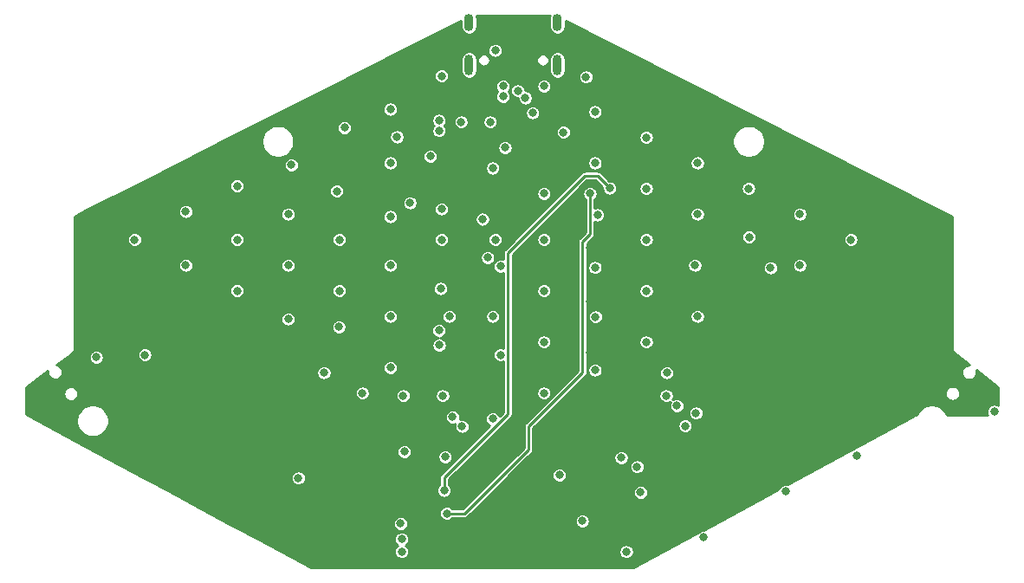
<source format=gbr>
G04 #@! TF.GenerationSoftware,KiCad,Pcbnew,5.1.5+dfsg1-2build2*
G04 #@! TF.CreationDate,2021-06-21T20:14:41+02:00*
G04 #@! TF.ProjectId,chip,63686970-2e6b-4696-9361-645f70636258,rev?*
G04 #@! TF.SameCoordinates,Original*
G04 #@! TF.FileFunction,Copper,L3,Inr*
G04 #@! TF.FilePolarity,Positive*
%FSLAX46Y46*%
G04 Gerber Fmt 4.6, Leading zero omitted, Abs format (unit mm)*
G04 Created by KiCad (PCBNEW 5.1.5+dfsg1-2build2) date 2021-06-21 20:14:41*
%MOMM*%
%LPD*%
G04 APERTURE LIST*
%ADD10O,0.900000X1.700000*%
%ADD11O,0.900000X2.000000*%
%ADD12C,0.800000*%
%ADD13C,0.250000*%
%ADD14C,0.254000*%
G04 APERTURE END LIST*
D10*
X165680000Y-64760000D03*
X174320000Y-64760000D03*
D11*
X165680000Y-68930000D03*
X174320000Y-68930000D03*
D12*
X159250000Y-101250000D03*
X151500000Y-99000000D03*
X169200000Y-77000000D03*
X169200000Y-77000000D03*
X162750000Y-75350000D03*
X162750000Y-74350000D03*
X161900000Y-77850000D03*
X159900000Y-82400000D03*
X153500000Y-75050000D03*
X174900000Y-75500000D03*
X195150000Y-88750000D03*
X159100000Y-116500000D03*
X181050000Y-116500000D03*
X182450000Y-110700000D03*
X133000000Y-86000000D03*
X138000000Y-88500000D03*
X143000000Y-91000000D03*
X148000000Y-93750000D03*
X158000000Y-98500000D03*
X163100002Y-101250000D03*
X173000000Y-101000000D03*
X158000000Y-93500000D03*
X153000000Y-91000000D03*
X148000000Y-88500000D03*
X143000000Y-86000000D03*
X138000000Y-83250000D03*
X143000000Y-80750000D03*
X148000000Y-83500000D03*
X153000000Y-86000000D03*
X158000000Y-88500000D03*
X168000000Y-93500000D03*
X173000000Y-96000000D03*
X178000000Y-98750000D03*
X183000000Y-96000000D03*
X178038775Y-93550639D03*
X173000000Y-91000000D03*
X163000000Y-86000000D03*
X158000000Y-83750000D03*
X152750000Y-81250000D03*
X158000025Y-78500821D03*
X158000000Y-73250000D03*
X167750000Y-74500000D03*
X163000000Y-70000000D03*
X178000000Y-73500000D03*
X183000000Y-76000000D03*
X178000000Y-78500000D03*
X183000000Y-81000000D03*
X173000000Y-81500000D03*
X163000000Y-83000000D03*
X173000000Y-86000000D03*
X188000000Y-93500000D03*
X183000000Y-91000000D03*
X187750000Y-88500000D03*
X188000000Y-78500000D03*
X193000000Y-81000000D03*
X198000000Y-83500000D03*
X203000000Y-86000000D03*
X198000000Y-88500000D03*
X188000000Y-83500000D03*
X168250000Y-67500000D03*
X173000000Y-71000000D03*
X168748106Y-88600000D03*
X162909878Y-90776902D03*
X129250000Y-97500000D03*
X134000000Y-97250000D03*
X152959569Y-94524990D03*
X174500000Y-109000000D03*
X168750000Y-97250000D03*
X178000000Y-88725010D03*
X183000000Y-86000000D03*
X178225010Y-83574234D03*
X167987340Y-103487340D03*
X168000000Y-79000000D03*
X193036454Y-85751022D03*
X171900000Y-73600000D03*
X162763496Y-96312607D03*
X217000000Y-102800000D03*
X167000000Y-84000000D03*
X148325010Y-78700000D03*
X177100000Y-70100000D03*
X149000000Y-109300000D03*
X164900000Y-74500000D03*
X158626347Y-75950011D03*
X155250000Y-101000000D03*
X164075001Y-103325001D03*
X163750000Y-93500000D03*
X162746895Y-94862595D03*
X159000000Y-113750000D03*
X176750000Y-113500000D03*
X137000000Y-87000001D03*
X142000000Y-89500000D03*
X147030338Y-91999990D03*
X157000000Y-97000000D03*
X162000000Y-98750000D03*
X167000000Y-102000000D03*
X167000000Y-97000000D03*
X175750000Y-103250000D03*
X157000000Y-92000000D03*
X152000000Y-89500000D03*
X147000000Y-87000000D03*
X142000000Y-84500000D03*
X147000000Y-82000000D03*
X152000000Y-84500000D03*
X157000000Y-87000000D03*
X162000000Y-89500000D03*
X167000000Y-92000000D03*
X172000000Y-94500000D03*
X177500000Y-97000000D03*
X182000000Y-100250000D03*
X187000000Y-97000000D03*
X182000000Y-94500000D03*
X177500000Y-92000000D03*
X172000000Y-89500000D03*
X162000000Y-84500000D03*
X157250000Y-82250000D03*
X152000000Y-79500000D03*
X162000000Y-79500000D03*
X157629182Y-77051168D03*
X166987340Y-76864638D03*
X167000000Y-72000000D03*
X177000000Y-72000000D03*
X182000000Y-74500000D03*
X177000000Y-77000000D03*
X182000000Y-79500000D03*
X187000000Y-82000000D03*
X172000000Y-79500000D03*
X166816847Y-80165170D03*
X182000000Y-89500000D03*
X192000000Y-94500000D03*
X187250000Y-92000000D03*
X187000000Y-87000000D03*
X192000000Y-79500000D03*
X197000000Y-82000000D03*
X202000000Y-84500000D03*
X207000000Y-87000000D03*
X202000000Y-89750000D03*
X197000000Y-87000000D03*
X192000000Y-84500000D03*
X170000000Y-67500000D03*
X166933769Y-86801305D03*
X151509562Y-94347908D03*
X171500000Y-101000000D03*
X186862340Y-77137660D03*
X159755026Y-72505026D03*
X158599770Y-70925549D03*
X182000000Y-84500000D03*
X177487340Y-86774990D03*
X171861695Y-83862999D03*
X176626141Y-82724462D03*
X172262660Y-104512660D03*
X192684989Y-87400000D03*
X197793429Y-90541421D03*
X172338569Y-74498711D03*
X162000010Y-94100000D03*
X161900000Y-72800000D03*
X160000000Y-69900000D03*
X161400000Y-69800000D03*
X178100000Y-70600000D03*
X182100000Y-108200000D03*
X186800000Y-104200000D03*
X187850000Y-102950000D03*
X180554902Y-107306828D03*
X186000000Y-102225000D03*
X163350000Y-107225010D03*
X184950000Y-101250000D03*
X159350000Y-106725010D03*
X159100000Y-115250000D03*
X185000000Y-99000000D03*
X169000000Y-71000000D03*
X170445974Y-71448485D03*
X169000000Y-72000000D03*
X171169705Y-72138583D03*
X168250000Y-86000000D03*
X167500000Y-87750000D03*
X203600000Y-107100000D03*
X196600002Y-110600000D03*
X188600000Y-115100000D03*
X163500000Y-112750000D03*
X177500000Y-81500000D03*
X163250000Y-110500000D03*
X179432327Y-80959066D03*
X165000000Y-104250000D03*
D13*
X177500000Y-85461803D02*
X177500000Y-82065685D01*
X177500000Y-82065685D02*
X177500000Y-81500000D01*
X176762339Y-98987661D02*
X176762339Y-86199464D01*
X171500000Y-104250000D02*
X176762339Y-98987661D01*
X176762339Y-86199464D02*
X177500000Y-85461803D01*
X165250000Y-112750000D02*
X171500000Y-106500000D01*
X171500000Y-106500000D02*
X171500000Y-104250000D01*
X163500000Y-112750000D02*
X165250000Y-112750000D01*
X178223261Y-79750000D02*
X179364654Y-80891393D01*
X169475001Y-87274999D02*
X177000000Y-79750000D01*
X179364654Y-80891393D02*
X179432327Y-80959066D01*
X169475001Y-103024999D02*
X169475001Y-87274999D01*
X163250000Y-109250000D02*
X169475001Y-103024999D01*
X163250000Y-110500000D02*
X163250000Y-109250000D01*
X177000000Y-79750000D02*
X178223261Y-79750000D01*
D14*
G36*
X173554244Y-64207681D02*
G01*
X173543000Y-64321834D01*
X173543000Y-65198165D01*
X173554243Y-65312318D01*
X173598673Y-65458783D01*
X173670823Y-65593765D01*
X173767920Y-65712080D01*
X173886234Y-65809177D01*
X174021216Y-65881327D01*
X174167681Y-65925757D01*
X174320000Y-65940759D01*
X174472318Y-65925757D01*
X174618783Y-65881327D01*
X174753765Y-65809177D01*
X174872080Y-65712080D01*
X174969177Y-65593766D01*
X175041327Y-65458784D01*
X175085757Y-65312319D01*
X175097000Y-65198166D01*
X175097000Y-64573491D01*
X212898001Y-83716306D01*
X212898000Y-96719984D01*
X212897214Y-96724558D01*
X212898000Y-96754575D01*
X212898000Y-96767291D01*
X212898454Y-96771896D01*
X212899029Y-96793871D01*
X212901842Y-96806304D01*
X212903093Y-96819003D01*
X212909481Y-96840061D01*
X212914332Y-96861499D01*
X212919517Y-96873145D01*
X212923221Y-96885355D01*
X212933590Y-96904754D01*
X212942534Y-96924843D01*
X212949895Y-96935259D01*
X212955907Y-96946506D01*
X212969859Y-96963506D01*
X212982552Y-96981467D01*
X212991802Y-96990245D01*
X212999894Y-97000105D01*
X213016899Y-97014061D01*
X213020244Y-97017235D01*
X213030242Y-97025012D01*
X213053493Y-97044093D01*
X213057594Y-97046285D01*
X214603409Y-98248586D01*
X214478757Y-98248586D01*
X214338302Y-98276524D01*
X214205996Y-98331327D01*
X214086924Y-98410888D01*
X213985662Y-98512150D01*
X213906101Y-98631222D01*
X213851298Y-98763528D01*
X213823360Y-98903983D01*
X213823360Y-99047189D01*
X213851298Y-99187644D01*
X213906101Y-99319950D01*
X213985662Y-99439022D01*
X214086924Y-99540284D01*
X214205996Y-99619845D01*
X214338302Y-99674648D01*
X214478757Y-99702586D01*
X214621963Y-99702586D01*
X214762418Y-99674648D01*
X214894724Y-99619845D01*
X215013796Y-99540284D01*
X215115058Y-99439022D01*
X215194619Y-99319950D01*
X215249422Y-99187644D01*
X215277360Y-99047189D01*
X215277360Y-98903983D01*
X215249422Y-98763528D01*
X215241791Y-98745106D01*
X217398001Y-100422158D01*
X217398000Y-102191580D01*
X217344364Y-102155741D01*
X217212058Y-102100938D01*
X217071603Y-102073000D01*
X216928397Y-102073000D01*
X216787942Y-102100938D01*
X216655636Y-102155741D01*
X216536564Y-102235302D01*
X216435302Y-102336564D01*
X216355741Y-102455636D01*
X216300938Y-102587942D01*
X216273000Y-102728397D01*
X216273000Y-102871603D01*
X216300938Y-103012058D01*
X216349973Y-103130438D01*
X212380798Y-103154064D01*
X212297519Y-102953011D01*
X212124936Y-102694721D01*
X211905279Y-102475064D01*
X211646989Y-102302481D01*
X211359994Y-102183604D01*
X211055321Y-102123000D01*
X210744679Y-102123000D01*
X210440006Y-102183604D01*
X210153011Y-102302481D01*
X209894721Y-102475064D01*
X209675064Y-102694721D01*
X209502481Y-102953011D01*
X209411882Y-103171736D01*
X209199244Y-103173002D01*
X209174483Y-103175590D01*
X209150702Y-103182959D01*
X209139328Y-103188430D01*
X196799951Y-109898529D01*
X196671605Y-109873000D01*
X196528399Y-109873000D01*
X196387944Y-109900938D01*
X196255638Y-109955741D01*
X196136566Y-110035302D01*
X196035304Y-110136564D01*
X195955743Y-110255636D01*
X195901226Y-110387252D01*
X188571730Y-114373000D01*
X188528397Y-114373000D01*
X188387942Y-114400938D01*
X188255636Y-114455741D01*
X188136564Y-114535302D01*
X188035302Y-114636564D01*
X188005765Y-114680769D01*
X181767703Y-118073000D01*
X150270888Y-118073000D01*
X144895198Y-115178397D01*
X158373000Y-115178397D01*
X158373000Y-115321603D01*
X158400938Y-115462058D01*
X158455741Y-115594364D01*
X158535302Y-115713436D01*
X158636564Y-115814698D01*
X158726813Y-115875000D01*
X158636564Y-115935302D01*
X158535302Y-116036564D01*
X158455741Y-116155636D01*
X158400938Y-116287942D01*
X158373000Y-116428397D01*
X158373000Y-116571603D01*
X158400938Y-116712058D01*
X158455741Y-116844364D01*
X158535302Y-116963436D01*
X158636564Y-117064698D01*
X158755636Y-117144259D01*
X158887942Y-117199062D01*
X159028397Y-117227000D01*
X159171603Y-117227000D01*
X159312058Y-117199062D01*
X159444364Y-117144259D01*
X159563436Y-117064698D01*
X159664698Y-116963436D01*
X159744259Y-116844364D01*
X159799062Y-116712058D01*
X159827000Y-116571603D01*
X159827000Y-116428397D01*
X180323000Y-116428397D01*
X180323000Y-116571603D01*
X180350938Y-116712058D01*
X180405741Y-116844364D01*
X180485302Y-116963436D01*
X180586564Y-117064698D01*
X180705636Y-117144259D01*
X180837942Y-117199062D01*
X180978397Y-117227000D01*
X181121603Y-117227000D01*
X181262058Y-117199062D01*
X181394364Y-117144259D01*
X181513436Y-117064698D01*
X181614698Y-116963436D01*
X181694259Y-116844364D01*
X181749062Y-116712058D01*
X181777000Y-116571603D01*
X181777000Y-116428397D01*
X181749062Y-116287942D01*
X181694259Y-116155636D01*
X181614698Y-116036564D01*
X181513436Y-115935302D01*
X181394364Y-115855741D01*
X181262058Y-115800938D01*
X181121603Y-115773000D01*
X180978397Y-115773000D01*
X180837942Y-115800938D01*
X180705636Y-115855741D01*
X180586564Y-115935302D01*
X180485302Y-116036564D01*
X180405741Y-116155636D01*
X180350938Y-116287942D01*
X180323000Y-116428397D01*
X159827000Y-116428397D01*
X159799062Y-116287942D01*
X159744259Y-116155636D01*
X159664698Y-116036564D01*
X159563436Y-115935302D01*
X159473187Y-115875000D01*
X159563436Y-115814698D01*
X159664698Y-115713436D01*
X159744259Y-115594364D01*
X159799062Y-115462058D01*
X159827000Y-115321603D01*
X159827000Y-115178397D01*
X159799062Y-115037942D01*
X159744259Y-114905636D01*
X159664698Y-114786564D01*
X159563436Y-114685302D01*
X159444364Y-114605741D01*
X159312058Y-114550938D01*
X159171603Y-114523000D01*
X159028397Y-114523000D01*
X158887942Y-114550938D01*
X158755636Y-114605741D01*
X158636564Y-114685302D01*
X158535302Y-114786564D01*
X158455741Y-114905636D01*
X158400938Y-115037942D01*
X158373000Y-115178397D01*
X144895198Y-115178397D01*
X142109483Y-113678397D01*
X158273000Y-113678397D01*
X158273000Y-113821603D01*
X158300938Y-113962058D01*
X158355741Y-114094364D01*
X158435302Y-114213436D01*
X158536564Y-114314698D01*
X158655636Y-114394259D01*
X158787942Y-114449062D01*
X158928397Y-114477000D01*
X159071603Y-114477000D01*
X159212058Y-114449062D01*
X159344364Y-114394259D01*
X159463436Y-114314698D01*
X159564698Y-114213436D01*
X159644259Y-114094364D01*
X159699062Y-113962058D01*
X159727000Y-113821603D01*
X159727000Y-113678397D01*
X159699062Y-113537942D01*
X159644259Y-113405636D01*
X159564698Y-113286564D01*
X159463436Y-113185302D01*
X159344364Y-113105741D01*
X159212058Y-113050938D01*
X159071603Y-113023000D01*
X158928397Y-113023000D01*
X158787942Y-113050938D01*
X158655636Y-113105741D01*
X158536564Y-113185302D01*
X158435302Y-113286564D01*
X158355741Y-113405636D01*
X158300938Y-113537942D01*
X158273000Y-113678397D01*
X142109483Y-113678397D01*
X140252341Y-112678397D01*
X162773000Y-112678397D01*
X162773000Y-112821603D01*
X162800938Y-112962058D01*
X162855741Y-113094364D01*
X162935302Y-113213436D01*
X163036564Y-113314698D01*
X163155636Y-113394259D01*
X163287942Y-113449062D01*
X163428397Y-113477000D01*
X163571603Y-113477000D01*
X163712058Y-113449062D01*
X163761947Y-113428397D01*
X176023000Y-113428397D01*
X176023000Y-113571603D01*
X176050938Y-113712058D01*
X176105741Y-113844364D01*
X176185302Y-113963436D01*
X176286564Y-114064698D01*
X176405636Y-114144259D01*
X176537942Y-114199062D01*
X176678397Y-114227000D01*
X176821603Y-114227000D01*
X176962058Y-114199062D01*
X177094364Y-114144259D01*
X177213436Y-114064698D01*
X177314698Y-113963436D01*
X177394259Y-113844364D01*
X177449062Y-113712058D01*
X177477000Y-113571603D01*
X177477000Y-113428397D01*
X177449062Y-113287942D01*
X177394259Y-113155636D01*
X177314698Y-113036564D01*
X177213436Y-112935302D01*
X177094364Y-112855741D01*
X176962058Y-112800938D01*
X176821603Y-112773000D01*
X176678397Y-112773000D01*
X176537942Y-112800938D01*
X176405636Y-112855741D01*
X176286564Y-112935302D01*
X176185302Y-113036564D01*
X176105741Y-113155636D01*
X176050938Y-113287942D01*
X176023000Y-113428397D01*
X163761947Y-113428397D01*
X163844364Y-113394259D01*
X163963436Y-113314698D01*
X164064698Y-113213436D01*
X164072339Y-113202000D01*
X165227795Y-113202000D01*
X165250000Y-113204187D01*
X165272205Y-113202000D01*
X165338607Y-113195460D01*
X165423810Y-113169614D01*
X165502333Y-113127643D01*
X165571159Y-113071159D01*
X165585323Y-113053900D01*
X168010826Y-110628397D01*
X181723000Y-110628397D01*
X181723000Y-110771603D01*
X181750938Y-110912058D01*
X181805741Y-111044364D01*
X181885302Y-111163436D01*
X181986564Y-111264698D01*
X182105636Y-111344259D01*
X182237942Y-111399062D01*
X182378397Y-111427000D01*
X182521603Y-111427000D01*
X182662058Y-111399062D01*
X182794364Y-111344259D01*
X182913436Y-111264698D01*
X183014698Y-111163436D01*
X183094259Y-111044364D01*
X183149062Y-110912058D01*
X183177000Y-110771603D01*
X183177000Y-110628397D01*
X183149062Y-110487942D01*
X183094259Y-110355636D01*
X183014698Y-110236564D01*
X182913436Y-110135302D01*
X182794364Y-110055741D01*
X182662058Y-110000938D01*
X182521603Y-109973000D01*
X182378397Y-109973000D01*
X182237942Y-110000938D01*
X182105636Y-110055741D01*
X181986564Y-110135302D01*
X181885302Y-110236564D01*
X181805741Y-110355636D01*
X181750938Y-110487942D01*
X181723000Y-110628397D01*
X168010826Y-110628397D01*
X169710826Y-108928397D01*
X173773000Y-108928397D01*
X173773000Y-109071603D01*
X173800938Y-109212058D01*
X173855741Y-109344364D01*
X173935302Y-109463436D01*
X174036564Y-109564698D01*
X174155636Y-109644259D01*
X174287942Y-109699062D01*
X174428397Y-109727000D01*
X174571603Y-109727000D01*
X174712058Y-109699062D01*
X174844364Y-109644259D01*
X174963436Y-109564698D01*
X175064698Y-109463436D01*
X175144259Y-109344364D01*
X175199062Y-109212058D01*
X175227000Y-109071603D01*
X175227000Y-108928397D01*
X175199062Y-108787942D01*
X175144259Y-108655636D01*
X175064698Y-108536564D01*
X174963436Y-108435302D01*
X174844364Y-108355741D01*
X174712058Y-108300938D01*
X174571603Y-108273000D01*
X174428397Y-108273000D01*
X174287942Y-108300938D01*
X174155636Y-108355741D01*
X174036564Y-108435302D01*
X173935302Y-108536564D01*
X173855741Y-108655636D01*
X173800938Y-108787942D01*
X173773000Y-108928397D01*
X169710826Y-108928397D01*
X170510826Y-108128397D01*
X181373000Y-108128397D01*
X181373000Y-108271603D01*
X181400938Y-108412058D01*
X181455741Y-108544364D01*
X181535302Y-108663436D01*
X181636564Y-108764698D01*
X181755636Y-108844259D01*
X181887942Y-108899062D01*
X182028397Y-108927000D01*
X182171603Y-108927000D01*
X182312058Y-108899062D01*
X182444364Y-108844259D01*
X182563436Y-108764698D01*
X182664698Y-108663436D01*
X182744259Y-108544364D01*
X182799062Y-108412058D01*
X182827000Y-108271603D01*
X182827000Y-108128397D01*
X182799062Y-107987942D01*
X182744259Y-107855636D01*
X182664698Y-107736564D01*
X182563436Y-107635302D01*
X182444364Y-107555741D01*
X182312058Y-107500938D01*
X182171603Y-107473000D01*
X182028397Y-107473000D01*
X181887942Y-107500938D01*
X181755636Y-107555741D01*
X181636564Y-107635302D01*
X181535302Y-107736564D01*
X181455741Y-107855636D01*
X181400938Y-107987942D01*
X181373000Y-108128397D01*
X170510826Y-108128397D01*
X171403998Y-107235225D01*
X179827902Y-107235225D01*
X179827902Y-107378431D01*
X179855840Y-107518886D01*
X179910643Y-107651192D01*
X179990204Y-107770264D01*
X180091466Y-107871526D01*
X180210538Y-107951087D01*
X180342844Y-108005890D01*
X180483299Y-108033828D01*
X180626505Y-108033828D01*
X180766960Y-108005890D01*
X180899266Y-107951087D01*
X181018338Y-107871526D01*
X181119600Y-107770264D01*
X181199161Y-107651192D01*
X181253964Y-107518886D01*
X181281902Y-107378431D01*
X181281902Y-107235225D01*
X181253964Y-107094770D01*
X181199161Y-106962464D01*
X181119600Y-106843392D01*
X181018338Y-106742130D01*
X180899266Y-106662569D01*
X180766960Y-106607766D01*
X180626505Y-106579828D01*
X180483299Y-106579828D01*
X180342844Y-106607766D01*
X180210538Y-106662569D01*
X180091466Y-106742130D01*
X179990204Y-106843392D01*
X179910643Y-106962464D01*
X179855840Y-107094770D01*
X179827902Y-107235225D01*
X171403998Y-107235225D01*
X171803906Y-106835318D01*
X171821159Y-106821159D01*
X171877643Y-106752333D01*
X171919614Y-106673810D01*
X171925803Y-106653407D01*
X171945460Y-106588608D01*
X171954187Y-106500000D01*
X171952000Y-106477795D01*
X171952000Y-104437223D01*
X172260826Y-104128397D01*
X186073000Y-104128397D01*
X186073000Y-104271603D01*
X186100938Y-104412058D01*
X186155741Y-104544364D01*
X186235302Y-104663436D01*
X186336564Y-104764698D01*
X186455636Y-104844259D01*
X186587942Y-104899062D01*
X186728397Y-104927000D01*
X186871603Y-104927000D01*
X187012058Y-104899062D01*
X187144364Y-104844259D01*
X187263436Y-104764698D01*
X187364698Y-104663436D01*
X187444259Y-104544364D01*
X187499062Y-104412058D01*
X187527000Y-104271603D01*
X187527000Y-104128397D01*
X187499062Y-103987942D01*
X187444259Y-103855636D01*
X187364698Y-103736564D01*
X187263436Y-103635302D01*
X187144364Y-103555741D01*
X187012058Y-103500938D01*
X186871603Y-103473000D01*
X186728397Y-103473000D01*
X186587942Y-103500938D01*
X186455636Y-103555741D01*
X186336564Y-103635302D01*
X186235302Y-103736564D01*
X186155741Y-103855636D01*
X186100938Y-103987942D01*
X186073000Y-104128397D01*
X172260826Y-104128397D01*
X175210827Y-101178397D01*
X184223000Y-101178397D01*
X184223000Y-101321603D01*
X184250938Y-101462058D01*
X184305741Y-101594364D01*
X184385302Y-101713436D01*
X184486564Y-101814698D01*
X184605636Y-101894259D01*
X184737942Y-101949062D01*
X184878397Y-101977000D01*
X185021603Y-101977000D01*
X185162058Y-101949062D01*
X185294364Y-101894259D01*
X185388800Y-101831159D01*
X185355741Y-101880636D01*
X185300938Y-102012942D01*
X185273000Y-102153397D01*
X185273000Y-102296603D01*
X185300938Y-102437058D01*
X185355741Y-102569364D01*
X185435302Y-102688436D01*
X185536564Y-102789698D01*
X185655636Y-102869259D01*
X185787942Y-102924062D01*
X185928397Y-102952000D01*
X186071603Y-102952000D01*
X186212058Y-102924062D01*
X186322302Y-102878397D01*
X187123000Y-102878397D01*
X187123000Y-103021603D01*
X187150938Y-103162058D01*
X187205741Y-103294364D01*
X187285302Y-103413436D01*
X187386564Y-103514698D01*
X187505636Y-103594259D01*
X187637942Y-103649062D01*
X187778397Y-103677000D01*
X187921603Y-103677000D01*
X188062058Y-103649062D01*
X188194364Y-103594259D01*
X188313436Y-103514698D01*
X188414698Y-103413436D01*
X188494259Y-103294364D01*
X188549062Y-103162058D01*
X188577000Y-103021603D01*
X188577000Y-102878397D01*
X188549062Y-102737942D01*
X188494259Y-102605636D01*
X188414698Y-102486564D01*
X188313436Y-102385302D01*
X188194364Y-102305741D01*
X188062058Y-102250938D01*
X187921603Y-102223000D01*
X187778397Y-102223000D01*
X187637942Y-102250938D01*
X187505636Y-102305741D01*
X187386564Y-102385302D01*
X187285302Y-102486564D01*
X187205741Y-102605636D01*
X187150938Y-102737942D01*
X187123000Y-102878397D01*
X186322302Y-102878397D01*
X186344364Y-102869259D01*
X186463436Y-102789698D01*
X186564698Y-102688436D01*
X186644259Y-102569364D01*
X186699062Y-102437058D01*
X186727000Y-102296603D01*
X186727000Y-102153397D01*
X186699062Y-102012942D01*
X186644259Y-101880636D01*
X186564698Y-101761564D01*
X186463436Y-101660302D01*
X186344364Y-101580741D01*
X186212058Y-101525938D01*
X186071603Y-101498000D01*
X185928397Y-101498000D01*
X185787942Y-101525938D01*
X185655636Y-101580741D01*
X185561200Y-101643841D01*
X185594259Y-101594364D01*
X185649062Y-101462058D01*
X185677000Y-101321603D01*
X185677000Y-101178397D01*
X185649062Y-101037942D01*
X185613800Y-100952811D01*
X212222640Y-100952811D01*
X212222640Y-101096017D01*
X212250578Y-101236472D01*
X212305381Y-101368778D01*
X212384942Y-101487850D01*
X212486204Y-101589112D01*
X212605276Y-101668673D01*
X212737582Y-101723476D01*
X212878037Y-101751414D01*
X213021243Y-101751414D01*
X213161698Y-101723476D01*
X213294004Y-101668673D01*
X213413076Y-101589112D01*
X213514338Y-101487850D01*
X213593899Y-101368778D01*
X213648702Y-101236472D01*
X213676640Y-101096017D01*
X213676640Y-100952811D01*
X213648702Y-100812356D01*
X213593899Y-100680050D01*
X213514338Y-100560978D01*
X213413076Y-100459716D01*
X213294004Y-100380155D01*
X213161698Y-100325352D01*
X213021243Y-100297414D01*
X212878037Y-100297414D01*
X212737582Y-100325352D01*
X212605276Y-100380155D01*
X212486204Y-100459716D01*
X212384942Y-100560978D01*
X212305381Y-100680050D01*
X212250578Y-100812356D01*
X212222640Y-100952811D01*
X185613800Y-100952811D01*
X185594259Y-100905636D01*
X185514698Y-100786564D01*
X185413436Y-100685302D01*
X185294364Y-100605741D01*
X185162058Y-100550938D01*
X185021603Y-100523000D01*
X184878397Y-100523000D01*
X184737942Y-100550938D01*
X184605636Y-100605741D01*
X184486564Y-100685302D01*
X184385302Y-100786564D01*
X184305741Y-100905636D01*
X184250938Y-101037942D01*
X184223000Y-101178397D01*
X175210827Y-101178397D01*
X177066251Y-99322974D01*
X177083498Y-99308820D01*
X177139982Y-99239994D01*
X177181953Y-99161471D01*
X177207799Y-99076268D01*
X177207799Y-99076267D01*
X177216526Y-98987662D01*
X177214339Y-98965457D01*
X177214339Y-98678397D01*
X177273000Y-98678397D01*
X177273000Y-98821603D01*
X177300938Y-98962058D01*
X177355741Y-99094364D01*
X177435302Y-99213436D01*
X177536564Y-99314698D01*
X177655636Y-99394259D01*
X177787942Y-99449062D01*
X177928397Y-99477000D01*
X178071603Y-99477000D01*
X178212058Y-99449062D01*
X178344364Y-99394259D01*
X178463436Y-99314698D01*
X178564698Y-99213436D01*
X178644259Y-99094364D01*
X178699062Y-98962058D01*
X178705757Y-98928397D01*
X184273000Y-98928397D01*
X184273000Y-99071603D01*
X184300938Y-99212058D01*
X184355741Y-99344364D01*
X184435302Y-99463436D01*
X184536564Y-99564698D01*
X184655636Y-99644259D01*
X184787942Y-99699062D01*
X184928397Y-99727000D01*
X185071603Y-99727000D01*
X185212058Y-99699062D01*
X185344364Y-99644259D01*
X185463436Y-99564698D01*
X185564698Y-99463436D01*
X185644259Y-99344364D01*
X185699062Y-99212058D01*
X185727000Y-99071603D01*
X185727000Y-98928397D01*
X185699062Y-98787942D01*
X185644259Y-98655636D01*
X185564698Y-98536564D01*
X185463436Y-98435302D01*
X185344364Y-98355741D01*
X185212058Y-98300938D01*
X185071603Y-98273000D01*
X184928397Y-98273000D01*
X184787942Y-98300938D01*
X184655636Y-98355741D01*
X184536564Y-98435302D01*
X184435302Y-98536564D01*
X184355741Y-98655636D01*
X184300938Y-98787942D01*
X184273000Y-98928397D01*
X178705757Y-98928397D01*
X178727000Y-98821603D01*
X178727000Y-98678397D01*
X178699062Y-98537942D01*
X178644259Y-98405636D01*
X178564698Y-98286564D01*
X178463436Y-98185302D01*
X178344364Y-98105741D01*
X178212058Y-98050938D01*
X178071603Y-98023000D01*
X177928397Y-98023000D01*
X177787942Y-98050938D01*
X177655636Y-98105741D01*
X177536564Y-98185302D01*
X177435302Y-98286564D01*
X177355741Y-98405636D01*
X177300938Y-98537942D01*
X177273000Y-98678397D01*
X177214339Y-98678397D01*
X177214339Y-95928397D01*
X182273000Y-95928397D01*
X182273000Y-96071603D01*
X182300938Y-96212058D01*
X182355741Y-96344364D01*
X182435302Y-96463436D01*
X182536564Y-96564698D01*
X182655636Y-96644259D01*
X182787942Y-96699062D01*
X182928397Y-96727000D01*
X183071603Y-96727000D01*
X183212058Y-96699062D01*
X183344364Y-96644259D01*
X183463436Y-96564698D01*
X183564698Y-96463436D01*
X183644259Y-96344364D01*
X183699062Y-96212058D01*
X183727000Y-96071603D01*
X183727000Y-95928397D01*
X183699062Y-95787942D01*
X183644259Y-95655636D01*
X183564698Y-95536564D01*
X183463436Y-95435302D01*
X183344364Y-95355741D01*
X183212058Y-95300938D01*
X183071603Y-95273000D01*
X182928397Y-95273000D01*
X182787942Y-95300938D01*
X182655636Y-95355741D01*
X182536564Y-95435302D01*
X182435302Y-95536564D01*
X182355741Y-95655636D01*
X182300938Y-95787942D01*
X182273000Y-95928397D01*
X177214339Y-95928397D01*
X177214339Y-93479036D01*
X177311775Y-93479036D01*
X177311775Y-93622242D01*
X177339713Y-93762697D01*
X177394516Y-93895003D01*
X177474077Y-94014075D01*
X177575339Y-94115337D01*
X177694411Y-94194898D01*
X177826717Y-94249701D01*
X177967172Y-94277639D01*
X178110378Y-94277639D01*
X178250833Y-94249701D01*
X178383139Y-94194898D01*
X178502211Y-94115337D01*
X178603473Y-94014075D01*
X178683034Y-93895003D01*
X178737837Y-93762697D01*
X178765775Y-93622242D01*
X178765775Y-93479036D01*
X178755703Y-93428397D01*
X187273000Y-93428397D01*
X187273000Y-93571603D01*
X187300938Y-93712058D01*
X187355741Y-93844364D01*
X187435302Y-93963436D01*
X187536564Y-94064698D01*
X187655636Y-94144259D01*
X187787942Y-94199062D01*
X187928397Y-94227000D01*
X188071603Y-94227000D01*
X188212058Y-94199062D01*
X188344364Y-94144259D01*
X188463436Y-94064698D01*
X188564698Y-93963436D01*
X188644259Y-93844364D01*
X188699062Y-93712058D01*
X188727000Y-93571603D01*
X188727000Y-93428397D01*
X188699062Y-93287942D01*
X188644259Y-93155636D01*
X188564698Y-93036564D01*
X188463436Y-92935302D01*
X188344364Y-92855741D01*
X188212058Y-92800938D01*
X188071603Y-92773000D01*
X187928397Y-92773000D01*
X187787942Y-92800938D01*
X187655636Y-92855741D01*
X187536564Y-92935302D01*
X187435302Y-93036564D01*
X187355741Y-93155636D01*
X187300938Y-93287942D01*
X187273000Y-93428397D01*
X178755703Y-93428397D01*
X178737837Y-93338581D01*
X178683034Y-93206275D01*
X178603473Y-93087203D01*
X178502211Y-92985941D01*
X178383139Y-92906380D01*
X178250833Y-92851577D01*
X178110378Y-92823639D01*
X177967172Y-92823639D01*
X177826717Y-92851577D01*
X177694411Y-92906380D01*
X177575339Y-92985941D01*
X177474077Y-93087203D01*
X177394516Y-93206275D01*
X177339713Y-93338581D01*
X177311775Y-93479036D01*
X177214339Y-93479036D01*
X177214339Y-90928397D01*
X182273000Y-90928397D01*
X182273000Y-91071603D01*
X182300938Y-91212058D01*
X182355741Y-91344364D01*
X182435302Y-91463436D01*
X182536564Y-91564698D01*
X182655636Y-91644259D01*
X182787942Y-91699062D01*
X182928397Y-91727000D01*
X183071603Y-91727000D01*
X183212058Y-91699062D01*
X183344364Y-91644259D01*
X183463436Y-91564698D01*
X183564698Y-91463436D01*
X183644259Y-91344364D01*
X183699062Y-91212058D01*
X183727000Y-91071603D01*
X183727000Y-90928397D01*
X183699062Y-90787942D01*
X183644259Y-90655636D01*
X183564698Y-90536564D01*
X183463436Y-90435302D01*
X183344364Y-90355741D01*
X183212058Y-90300938D01*
X183071603Y-90273000D01*
X182928397Y-90273000D01*
X182787942Y-90300938D01*
X182655636Y-90355741D01*
X182536564Y-90435302D01*
X182435302Y-90536564D01*
X182355741Y-90655636D01*
X182300938Y-90787942D01*
X182273000Y-90928397D01*
X177214339Y-90928397D01*
X177214339Y-88653407D01*
X177273000Y-88653407D01*
X177273000Y-88796613D01*
X177300938Y-88937068D01*
X177355741Y-89069374D01*
X177435302Y-89188446D01*
X177536564Y-89289708D01*
X177655636Y-89369269D01*
X177787942Y-89424072D01*
X177928397Y-89452010D01*
X178071603Y-89452010D01*
X178212058Y-89424072D01*
X178344364Y-89369269D01*
X178463436Y-89289708D01*
X178564698Y-89188446D01*
X178644259Y-89069374D01*
X178699062Y-88937068D01*
X178727000Y-88796613D01*
X178727000Y-88653407D01*
X178699062Y-88512952D01*
X178664039Y-88428397D01*
X187023000Y-88428397D01*
X187023000Y-88571603D01*
X187050938Y-88712058D01*
X187105741Y-88844364D01*
X187185302Y-88963436D01*
X187286564Y-89064698D01*
X187405636Y-89144259D01*
X187537942Y-89199062D01*
X187678397Y-89227000D01*
X187821603Y-89227000D01*
X187962058Y-89199062D01*
X188094364Y-89144259D01*
X188213436Y-89064698D01*
X188314698Y-88963436D01*
X188394259Y-88844364D01*
X188449062Y-88712058D01*
X188455757Y-88678397D01*
X194423000Y-88678397D01*
X194423000Y-88821603D01*
X194450938Y-88962058D01*
X194505741Y-89094364D01*
X194585302Y-89213436D01*
X194686564Y-89314698D01*
X194805636Y-89394259D01*
X194937942Y-89449062D01*
X195078397Y-89477000D01*
X195221603Y-89477000D01*
X195362058Y-89449062D01*
X195494364Y-89394259D01*
X195613436Y-89314698D01*
X195714698Y-89213436D01*
X195794259Y-89094364D01*
X195849062Y-88962058D01*
X195877000Y-88821603D01*
X195877000Y-88678397D01*
X195849062Y-88537942D01*
X195803687Y-88428397D01*
X197273000Y-88428397D01*
X197273000Y-88571603D01*
X197300938Y-88712058D01*
X197355741Y-88844364D01*
X197435302Y-88963436D01*
X197536564Y-89064698D01*
X197655636Y-89144259D01*
X197787942Y-89199062D01*
X197928397Y-89227000D01*
X198071603Y-89227000D01*
X198212058Y-89199062D01*
X198344364Y-89144259D01*
X198463436Y-89064698D01*
X198564698Y-88963436D01*
X198644259Y-88844364D01*
X198699062Y-88712058D01*
X198727000Y-88571603D01*
X198727000Y-88428397D01*
X198699062Y-88287942D01*
X198644259Y-88155636D01*
X198564698Y-88036564D01*
X198463436Y-87935302D01*
X198344364Y-87855741D01*
X198212058Y-87800938D01*
X198071603Y-87773000D01*
X197928397Y-87773000D01*
X197787942Y-87800938D01*
X197655636Y-87855741D01*
X197536564Y-87935302D01*
X197435302Y-88036564D01*
X197355741Y-88155636D01*
X197300938Y-88287942D01*
X197273000Y-88428397D01*
X195803687Y-88428397D01*
X195794259Y-88405636D01*
X195714698Y-88286564D01*
X195613436Y-88185302D01*
X195494364Y-88105741D01*
X195362058Y-88050938D01*
X195221603Y-88023000D01*
X195078397Y-88023000D01*
X194937942Y-88050938D01*
X194805636Y-88105741D01*
X194686564Y-88185302D01*
X194585302Y-88286564D01*
X194505741Y-88405636D01*
X194450938Y-88537942D01*
X194423000Y-88678397D01*
X188455757Y-88678397D01*
X188477000Y-88571603D01*
X188477000Y-88428397D01*
X188449062Y-88287942D01*
X188394259Y-88155636D01*
X188314698Y-88036564D01*
X188213436Y-87935302D01*
X188094364Y-87855741D01*
X187962058Y-87800938D01*
X187821603Y-87773000D01*
X187678397Y-87773000D01*
X187537942Y-87800938D01*
X187405636Y-87855741D01*
X187286564Y-87935302D01*
X187185302Y-88036564D01*
X187105741Y-88155636D01*
X187050938Y-88287942D01*
X187023000Y-88428397D01*
X178664039Y-88428397D01*
X178644259Y-88380646D01*
X178564698Y-88261574D01*
X178463436Y-88160312D01*
X178344364Y-88080751D01*
X178212058Y-88025948D01*
X178071603Y-87998010D01*
X177928397Y-87998010D01*
X177787942Y-88025948D01*
X177655636Y-88080751D01*
X177536564Y-88160312D01*
X177435302Y-88261574D01*
X177355741Y-88380646D01*
X177300938Y-88512952D01*
X177273000Y-88653407D01*
X177214339Y-88653407D01*
X177214339Y-86386687D01*
X177672630Y-85928397D01*
X182273000Y-85928397D01*
X182273000Y-86071603D01*
X182300938Y-86212058D01*
X182355741Y-86344364D01*
X182435302Y-86463436D01*
X182536564Y-86564698D01*
X182655636Y-86644259D01*
X182787942Y-86699062D01*
X182928397Y-86727000D01*
X183071603Y-86727000D01*
X183212058Y-86699062D01*
X183344364Y-86644259D01*
X183463436Y-86564698D01*
X183564698Y-86463436D01*
X183644259Y-86344364D01*
X183699062Y-86212058D01*
X183727000Y-86071603D01*
X183727000Y-85928397D01*
X183699062Y-85787942D01*
X183654111Y-85679419D01*
X192309454Y-85679419D01*
X192309454Y-85822625D01*
X192337392Y-85963080D01*
X192392195Y-86095386D01*
X192471756Y-86214458D01*
X192573018Y-86315720D01*
X192692090Y-86395281D01*
X192824396Y-86450084D01*
X192964851Y-86478022D01*
X193108057Y-86478022D01*
X193248512Y-86450084D01*
X193380818Y-86395281D01*
X193499890Y-86315720D01*
X193601152Y-86214458D01*
X193680713Y-86095386D01*
X193735516Y-85963080D01*
X193742414Y-85928397D01*
X202273000Y-85928397D01*
X202273000Y-86071603D01*
X202300938Y-86212058D01*
X202355741Y-86344364D01*
X202435302Y-86463436D01*
X202536564Y-86564698D01*
X202655636Y-86644259D01*
X202787942Y-86699062D01*
X202928397Y-86727000D01*
X203071603Y-86727000D01*
X203212058Y-86699062D01*
X203344364Y-86644259D01*
X203463436Y-86564698D01*
X203564698Y-86463436D01*
X203644259Y-86344364D01*
X203699062Y-86212058D01*
X203727000Y-86071603D01*
X203727000Y-85928397D01*
X203699062Y-85787942D01*
X203644259Y-85655636D01*
X203564698Y-85536564D01*
X203463436Y-85435302D01*
X203344364Y-85355741D01*
X203212058Y-85300938D01*
X203071603Y-85273000D01*
X202928397Y-85273000D01*
X202787942Y-85300938D01*
X202655636Y-85355741D01*
X202536564Y-85435302D01*
X202435302Y-85536564D01*
X202355741Y-85655636D01*
X202300938Y-85787942D01*
X202273000Y-85928397D01*
X193742414Y-85928397D01*
X193763454Y-85822625D01*
X193763454Y-85679419D01*
X193735516Y-85538964D01*
X193680713Y-85406658D01*
X193601152Y-85287586D01*
X193499890Y-85186324D01*
X193380818Y-85106763D01*
X193248512Y-85051960D01*
X193108057Y-85024022D01*
X192964851Y-85024022D01*
X192824396Y-85051960D01*
X192692090Y-85106763D01*
X192573018Y-85186324D01*
X192471756Y-85287586D01*
X192392195Y-85406658D01*
X192337392Y-85538964D01*
X192309454Y-85679419D01*
X183654111Y-85679419D01*
X183644259Y-85655636D01*
X183564698Y-85536564D01*
X183463436Y-85435302D01*
X183344364Y-85355741D01*
X183212058Y-85300938D01*
X183071603Y-85273000D01*
X182928397Y-85273000D01*
X182787942Y-85300938D01*
X182655636Y-85355741D01*
X182536564Y-85435302D01*
X182435302Y-85536564D01*
X182355741Y-85655636D01*
X182300938Y-85787942D01*
X182273000Y-85928397D01*
X177672630Y-85928397D01*
X177803911Y-85797117D01*
X177821159Y-85782962D01*
X177877643Y-85714136D01*
X177919614Y-85635613D01*
X177945460Y-85550410D01*
X177952000Y-85484008D01*
X177952000Y-85484007D01*
X177954187Y-85461804D01*
X177952000Y-85439599D01*
X177952000Y-84248049D01*
X178012952Y-84273296D01*
X178153407Y-84301234D01*
X178296613Y-84301234D01*
X178437068Y-84273296D01*
X178569374Y-84218493D01*
X178688446Y-84138932D01*
X178789708Y-84037670D01*
X178869269Y-83918598D01*
X178924072Y-83786292D01*
X178952010Y-83645837D01*
X178952010Y-83502631D01*
X178937245Y-83428397D01*
X187273000Y-83428397D01*
X187273000Y-83571603D01*
X187300938Y-83712058D01*
X187355741Y-83844364D01*
X187435302Y-83963436D01*
X187536564Y-84064698D01*
X187655636Y-84144259D01*
X187787942Y-84199062D01*
X187928397Y-84227000D01*
X188071603Y-84227000D01*
X188212058Y-84199062D01*
X188344364Y-84144259D01*
X188463436Y-84064698D01*
X188564698Y-83963436D01*
X188644259Y-83844364D01*
X188699062Y-83712058D01*
X188727000Y-83571603D01*
X188727000Y-83428397D01*
X197273000Y-83428397D01*
X197273000Y-83571603D01*
X197300938Y-83712058D01*
X197355741Y-83844364D01*
X197435302Y-83963436D01*
X197536564Y-84064698D01*
X197655636Y-84144259D01*
X197787942Y-84199062D01*
X197928397Y-84227000D01*
X198071603Y-84227000D01*
X198212058Y-84199062D01*
X198344364Y-84144259D01*
X198463436Y-84064698D01*
X198564698Y-83963436D01*
X198644259Y-83844364D01*
X198699062Y-83712058D01*
X198727000Y-83571603D01*
X198727000Y-83428397D01*
X198699062Y-83287942D01*
X198644259Y-83155636D01*
X198564698Y-83036564D01*
X198463436Y-82935302D01*
X198344364Y-82855741D01*
X198212058Y-82800938D01*
X198071603Y-82773000D01*
X197928397Y-82773000D01*
X197787942Y-82800938D01*
X197655636Y-82855741D01*
X197536564Y-82935302D01*
X197435302Y-83036564D01*
X197355741Y-83155636D01*
X197300938Y-83287942D01*
X197273000Y-83428397D01*
X188727000Y-83428397D01*
X188699062Y-83287942D01*
X188644259Y-83155636D01*
X188564698Y-83036564D01*
X188463436Y-82935302D01*
X188344364Y-82855741D01*
X188212058Y-82800938D01*
X188071603Y-82773000D01*
X187928397Y-82773000D01*
X187787942Y-82800938D01*
X187655636Y-82855741D01*
X187536564Y-82935302D01*
X187435302Y-83036564D01*
X187355741Y-83155636D01*
X187300938Y-83287942D01*
X187273000Y-83428397D01*
X178937245Y-83428397D01*
X178924072Y-83362176D01*
X178869269Y-83229870D01*
X178789708Y-83110798D01*
X178688446Y-83009536D01*
X178569374Y-82929975D01*
X178437068Y-82875172D01*
X178296613Y-82847234D01*
X178153407Y-82847234D01*
X178012952Y-82875172D01*
X177952000Y-82900419D01*
X177952000Y-82072339D01*
X177963436Y-82064698D01*
X178064698Y-81963436D01*
X178144259Y-81844364D01*
X178199062Y-81712058D01*
X178227000Y-81571603D01*
X178227000Y-81428397D01*
X178199062Y-81287942D01*
X178144259Y-81155636D01*
X178064698Y-81036564D01*
X177963436Y-80935302D01*
X177844364Y-80855741D01*
X177712058Y-80800938D01*
X177571603Y-80773000D01*
X177428397Y-80773000D01*
X177287942Y-80800938D01*
X177155636Y-80855741D01*
X177036564Y-80935302D01*
X176935302Y-81036564D01*
X176855741Y-81155636D01*
X176800938Y-81287942D01*
X176773000Y-81428397D01*
X176773000Y-81571603D01*
X176800938Y-81712058D01*
X176855741Y-81844364D01*
X176935302Y-81963436D01*
X177036564Y-82064698D01*
X177048000Y-82072339D01*
X177048000Y-82087889D01*
X177048001Y-82087899D01*
X177048000Y-85274578D01*
X176458434Y-85864145D01*
X176441181Y-85878305D01*
X176417416Y-85907263D01*
X176384697Y-85947131D01*
X176342725Y-86025655D01*
X176316879Y-86110857D01*
X176308152Y-86199464D01*
X176310340Y-86221679D01*
X176310339Y-98800436D01*
X171196096Y-103914681D01*
X171178842Y-103928841D01*
X171145671Y-103969260D01*
X171122358Y-103997667D01*
X171080386Y-104076191D01*
X171054540Y-104161393D01*
X171045813Y-104250000D01*
X171048001Y-104272215D01*
X171048000Y-106312776D01*
X165062777Y-112298000D01*
X164072339Y-112298000D01*
X164064698Y-112286564D01*
X163963436Y-112185302D01*
X163844364Y-112105741D01*
X163712058Y-112050938D01*
X163571603Y-112023000D01*
X163428397Y-112023000D01*
X163287942Y-112050938D01*
X163155636Y-112105741D01*
X163036564Y-112185302D01*
X162935302Y-112286564D01*
X162855741Y-112405636D01*
X162800938Y-112537942D01*
X162773000Y-112678397D01*
X140252341Y-112678397D01*
X136073769Y-110428397D01*
X162523000Y-110428397D01*
X162523000Y-110571603D01*
X162550938Y-110712058D01*
X162605741Y-110844364D01*
X162685302Y-110963436D01*
X162786564Y-111064698D01*
X162905636Y-111144259D01*
X163037942Y-111199062D01*
X163178397Y-111227000D01*
X163321603Y-111227000D01*
X163462058Y-111199062D01*
X163594364Y-111144259D01*
X163713436Y-111064698D01*
X163814698Y-110963436D01*
X163894259Y-110844364D01*
X163949062Y-110712058D01*
X163977000Y-110571603D01*
X163977000Y-110428397D01*
X163949062Y-110287942D01*
X163894259Y-110155636D01*
X163814698Y-110036564D01*
X163713436Y-109935302D01*
X163702000Y-109927661D01*
X163702000Y-109437223D01*
X169778907Y-103360317D01*
X169796160Y-103346158D01*
X169852644Y-103277332D01*
X169894615Y-103198809D01*
X169920461Y-103113606D01*
X169927001Y-103047204D01*
X169927001Y-103047203D01*
X169929188Y-103024999D01*
X169927001Y-103002794D01*
X169927001Y-100928397D01*
X172273000Y-100928397D01*
X172273000Y-101071603D01*
X172300938Y-101212058D01*
X172355741Y-101344364D01*
X172435302Y-101463436D01*
X172536564Y-101564698D01*
X172655636Y-101644259D01*
X172787942Y-101699062D01*
X172928397Y-101727000D01*
X173071603Y-101727000D01*
X173212058Y-101699062D01*
X173344364Y-101644259D01*
X173463436Y-101564698D01*
X173564698Y-101463436D01*
X173644259Y-101344364D01*
X173699062Y-101212058D01*
X173727000Y-101071603D01*
X173727000Y-100928397D01*
X173699062Y-100787942D01*
X173644259Y-100655636D01*
X173564698Y-100536564D01*
X173463436Y-100435302D01*
X173344364Y-100355741D01*
X173212058Y-100300938D01*
X173071603Y-100273000D01*
X172928397Y-100273000D01*
X172787942Y-100300938D01*
X172655636Y-100355741D01*
X172536564Y-100435302D01*
X172435302Y-100536564D01*
X172355741Y-100655636D01*
X172300938Y-100787942D01*
X172273000Y-100928397D01*
X169927001Y-100928397D01*
X169927001Y-95928397D01*
X172273000Y-95928397D01*
X172273000Y-96071603D01*
X172300938Y-96212058D01*
X172355741Y-96344364D01*
X172435302Y-96463436D01*
X172536564Y-96564698D01*
X172655636Y-96644259D01*
X172787942Y-96699062D01*
X172928397Y-96727000D01*
X173071603Y-96727000D01*
X173212058Y-96699062D01*
X173344364Y-96644259D01*
X173463436Y-96564698D01*
X173564698Y-96463436D01*
X173644259Y-96344364D01*
X173699062Y-96212058D01*
X173727000Y-96071603D01*
X173727000Y-95928397D01*
X173699062Y-95787942D01*
X173644259Y-95655636D01*
X173564698Y-95536564D01*
X173463436Y-95435302D01*
X173344364Y-95355741D01*
X173212058Y-95300938D01*
X173071603Y-95273000D01*
X172928397Y-95273000D01*
X172787942Y-95300938D01*
X172655636Y-95355741D01*
X172536564Y-95435302D01*
X172435302Y-95536564D01*
X172355741Y-95655636D01*
X172300938Y-95787942D01*
X172273000Y-95928397D01*
X169927001Y-95928397D01*
X169927001Y-90928397D01*
X172273000Y-90928397D01*
X172273000Y-91071603D01*
X172300938Y-91212058D01*
X172355741Y-91344364D01*
X172435302Y-91463436D01*
X172536564Y-91564698D01*
X172655636Y-91644259D01*
X172787942Y-91699062D01*
X172928397Y-91727000D01*
X173071603Y-91727000D01*
X173212058Y-91699062D01*
X173344364Y-91644259D01*
X173463436Y-91564698D01*
X173564698Y-91463436D01*
X173644259Y-91344364D01*
X173699062Y-91212058D01*
X173727000Y-91071603D01*
X173727000Y-90928397D01*
X173699062Y-90787942D01*
X173644259Y-90655636D01*
X173564698Y-90536564D01*
X173463436Y-90435302D01*
X173344364Y-90355741D01*
X173212058Y-90300938D01*
X173071603Y-90273000D01*
X172928397Y-90273000D01*
X172787942Y-90300938D01*
X172655636Y-90355741D01*
X172536564Y-90435302D01*
X172435302Y-90536564D01*
X172355741Y-90655636D01*
X172300938Y-90787942D01*
X172273000Y-90928397D01*
X169927001Y-90928397D01*
X169927001Y-87462222D01*
X171460826Y-85928397D01*
X172273000Y-85928397D01*
X172273000Y-86071603D01*
X172300938Y-86212058D01*
X172355741Y-86344364D01*
X172435302Y-86463436D01*
X172536564Y-86564698D01*
X172655636Y-86644259D01*
X172787942Y-86699062D01*
X172928397Y-86727000D01*
X173071603Y-86727000D01*
X173212058Y-86699062D01*
X173344364Y-86644259D01*
X173463436Y-86564698D01*
X173564698Y-86463436D01*
X173644259Y-86344364D01*
X173699062Y-86212058D01*
X173727000Y-86071603D01*
X173727000Y-85928397D01*
X173699062Y-85787942D01*
X173644259Y-85655636D01*
X173564698Y-85536564D01*
X173463436Y-85435302D01*
X173344364Y-85355741D01*
X173212058Y-85300938D01*
X173071603Y-85273000D01*
X172928397Y-85273000D01*
X172787942Y-85300938D01*
X172655636Y-85355741D01*
X172536564Y-85435302D01*
X172435302Y-85536564D01*
X172355741Y-85655636D01*
X172300938Y-85787942D01*
X172273000Y-85928397D01*
X171460826Y-85928397D01*
X177187224Y-80202000D01*
X178036038Y-80202000D01*
X178708010Y-80873974D01*
X178705327Y-80887463D01*
X178705327Y-81030669D01*
X178733265Y-81171124D01*
X178788068Y-81303430D01*
X178867629Y-81422502D01*
X178968891Y-81523764D01*
X179087963Y-81603325D01*
X179220269Y-81658128D01*
X179360724Y-81686066D01*
X179503930Y-81686066D01*
X179644385Y-81658128D01*
X179776691Y-81603325D01*
X179895763Y-81523764D01*
X179997025Y-81422502D01*
X180076586Y-81303430D01*
X180131389Y-81171124D01*
X180159327Y-81030669D01*
X180159327Y-80928397D01*
X182273000Y-80928397D01*
X182273000Y-81071603D01*
X182300938Y-81212058D01*
X182355741Y-81344364D01*
X182435302Y-81463436D01*
X182536564Y-81564698D01*
X182655636Y-81644259D01*
X182787942Y-81699062D01*
X182928397Y-81727000D01*
X183071603Y-81727000D01*
X183212058Y-81699062D01*
X183344364Y-81644259D01*
X183463436Y-81564698D01*
X183564698Y-81463436D01*
X183644259Y-81344364D01*
X183699062Y-81212058D01*
X183727000Y-81071603D01*
X183727000Y-80928397D01*
X192273000Y-80928397D01*
X192273000Y-81071603D01*
X192300938Y-81212058D01*
X192355741Y-81344364D01*
X192435302Y-81463436D01*
X192536564Y-81564698D01*
X192655636Y-81644259D01*
X192787942Y-81699062D01*
X192928397Y-81727000D01*
X193071603Y-81727000D01*
X193212058Y-81699062D01*
X193344364Y-81644259D01*
X193463436Y-81564698D01*
X193564698Y-81463436D01*
X193644259Y-81344364D01*
X193699062Y-81212058D01*
X193727000Y-81071603D01*
X193727000Y-80928397D01*
X193699062Y-80787942D01*
X193644259Y-80655636D01*
X193564698Y-80536564D01*
X193463436Y-80435302D01*
X193344364Y-80355741D01*
X193212058Y-80300938D01*
X193071603Y-80273000D01*
X192928397Y-80273000D01*
X192787942Y-80300938D01*
X192655636Y-80355741D01*
X192536564Y-80435302D01*
X192435302Y-80536564D01*
X192355741Y-80655636D01*
X192300938Y-80787942D01*
X192273000Y-80928397D01*
X183727000Y-80928397D01*
X183699062Y-80787942D01*
X183644259Y-80655636D01*
X183564698Y-80536564D01*
X183463436Y-80435302D01*
X183344364Y-80355741D01*
X183212058Y-80300938D01*
X183071603Y-80273000D01*
X182928397Y-80273000D01*
X182787942Y-80300938D01*
X182655636Y-80355741D01*
X182536564Y-80435302D01*
X182435302Y-80536564D01*
X182355741Y-80655636D01*
X182300938Y-80787942D01*
X182273000Y-80928397D01*
X180159327Y-80928397D01*
X180159327Y-80887463D01*
X180131389Y-80747008D01*
X180076586Y-80614702D01*
X179997025Y-80495630D01*
X179895763Y-80394368D01*
X179776691Y-80314807D01*
X179644385Y-80260004D01*
X179503930Y-80232066D01*
X179360724Y-80232066D01*
X179347235Y-80234749D01*
X178558584Y-79446100D01*
X178544420Y-79428841D01*
X178475594Y-79372357D01*
X178397071Y-79330386D01*
X178311868Y-79304540D01*
X178245466Y-79298000D01*
X178223261Y-79295813D01*
X178201056Y-79298000D01*
X177022205Y-79298000D01*
X177000000Y-79295813D01*
X176911392Y-79304540D01*
X176826190Y-79330386D01*
X176747667Y-79372357D01*
X176678841Y-79428841D01*
X176664681Y-79446095D01*
X169171097Y-86939680D01*
X169153843Y-86953840D01*
X169097359Y-87022666D01*
X169055387Y-87101190D01*
X169029541Y-87186392D01*
X169020814Y-87274999D01*
X169023002Y-87297214D01*
X169023002Y-87926966D01*
X168960164Y-87900938D01*
X168819709Y-87873000D01*
X168676503Y-87873000D01*
X168536048Y-87900938D01*
X168403742Y-87955741D01*
X168284670Y-88035302D01*
X168183408Y-88136564D01*
X168103847Y-88255636D01*
X168049044Y-88387942D01*
X168021106Y-88528397D01*
X168021106Y-88671603D01*
X168049044Y-88812058D01*
X168103847Y-88944364D01*
X168183408Y-89063436D01*
X168284670Y-89164698D01*
X168403742Y-89244259D01*
X168536048Y-89299062D01*
X168676503Y-89327000D01*
X168819709Y-89327000D01*
X168960164Y-89299062D01*
X169023002Y-89273034D01*
X169023001Y-96576182D01*
X168962058Y-96550938D01*
X168821603Y-96523000D01*
X168678397Y-96523000D01*
X168537942Y-96550938D01*
X168405636Y-96605741D01*
X168286564Y-96685302D01*
X168185302Y-96786564D01*
X168105741Y-96905636D01*
X168050938Y-97037942D01*
X168023000Y-97178397D01*
X168023000Y-97321603D01*
X168050938Y-97462058D01*
X168105741Y-97594364D01*
X168185302Y-97713436D01*
X168286564Y-97814698D01*
X168405636Y-97894259D01*
X168537942Y-97949062D01*
X168678397Y-97977000D01*
X168821603Y-97977000D01*
X168962058Y-97949062D01*
X169023001Y-97923818D01*
X169023001Y-102837775D01*
X168656847Y-103203929D01*
X168631599Y-103142976D01*
X168552038Y-103023904D01*
X168450776Y-102922642D01*
X168331704Y-102843081D01*
X168199398Y-102788278D01*
X168058943Y-102760340D01*
X167915737Y-102760340D01*
X167775282Y-102788278D01*
X167642976Y-102843081D01*
X167523904Y-102922642D01*
X167422642Y-103023904D01*
X167343081Y-103142976D01*
X167288278Y-103275282D01*
X167260340Y-103415737D01*
X167260340Y-103558943D01*
X167288278Y-103699398D01*
X167343081Y-103831704D01*
X167422642Y-103950776D01*
X167523904Y-104052038D01*
X167642976Y-104131599D01*
X167703929Y-104156847D01*
X162946096Y-108914681D01*
X162928842Y-108928841D01*
X162872358Y-108997667D01*
X162830386Y-109076191D01*
X162804540Y-109161393D01*
X162795813Y-109250000D01*
X162798001Y-109272215D01*
X162798000Y-109927660D01*
X162786564Y-109935302D01*
X162685302Y-110036564D01*
X162605741Y-110155636D01*
X162550938Y-110287942D01*
X162523000Y-110428397D01*
X136073769Y-110428397D01*
X133845197Y-109228397D01*
X148273000Y-109228397D01*
X148273000Y-109371603D01*
X148300938Y-109512058D01*
X148355741Y-109644364D01*
X148435302Y-109763436D01*
X148536564Y-109864698D01*
X148655636Y-109944259D01*
X148787942Y-109999062D01*
X148928397Y-110027000D01*
X149071603Y-110027000D01*
X149212058Y-109999062D01*
X149344364Y-109944259D01*
X149463436Y-109864698D01*
X149564698Y-109763436D01*
X149644259Y-109644364D01*
X149699062Y-109512058D01*
X149727000Y-109371603D01*
X149727000Y-109228397D01*
X149699062Y-109087942D01*
X149644259Y-108955636D01*
X149564698Y-108836564D01*
X149463436Y-108735302D01*
X149344364Y-108655741D01*
X149212058Y-108600938D01*
X149071603Y-108573000D01*
X148928397Y-108573000D01*
X148787942Y-108600938D01*
X148655636Y-108655741D01*
X148536564Y-108735302D01*
X148435302Y-108836564D01*
X148355741Y-108955636D01*
X148300938Y-109087942D01*
X148273000Y-109228397D01*
X133845197Y-109228397D01*
X129063073Y-106653407D01*
X158623000Y-106653407D01*
X158623000Y-106796613D01*
X158650938Y-106937068D01*
X158705741Y-107069374D01*
X158785302Y-107188446D01*
X158886564Y-107289708D01*
X159005636Y-107369269D01*
X159137942Y-107424072D01*
X159278397Y-107452010D01*
X159421603Y-107452010D01*
X159562058Y-107424072D01*
X159694364Y-107369269D01*
X159813436Y-107289708D01*
X159914698Y-107188446D01*
X159938110Y-107153407D01*
X162623000Y-107153407D01*
X162623000Y-107296613D01*
X162650938Y-107437068D01*
X162705741Y-107569374D01*
X162785302Y-107688446D01*
X162886564Y-107789708D01*
X163005636Y-107869269D01*
X163137942Y-107924072D01*
X163278397Y-107952010D01*
X163421603Y-107952010D01*
X163562058Y-107924072D01*
X163694364Y-107869269D01*
X163813436Y-107789708D01*
X163914698Y-107688446D01*
X163994259Y-107569374D01*
X164049062Y-107437068D01*
X164077000Y-107296613D01*
X164077000Y-107153407D01*
X164049062Y-107012952D01*
X163994259Y-106880646D01*
X163914698Y-106761574D01*
X163813436Y-106660312D01*
X163694364Y-106580751D01*
X163562058Y-106525948D01*
X163421603Y-106498010D01*
X163278397Y-106498010D01*
X163137942Y-106525948D01*
X163005636Y-106580751D01*
X162886564Y-106660312D01*
X162785302Y-106761574D01*
X162705741Y-106880646D01*
X162650938Y-107012952D01*
X162623000Y-107153407D01*
X159938110Y-107153407D01*
X159994259Y-107069374D01*
X160049062Y-106937068D01*
X160077000Y-106796613D01*
X160077000Y-106653407D01*
X160049062Y-106512952D01*
X159994259Y-106380646D01*
X159914698Y-106261574D01*
X159813436Y-106160312D01*
X159694364Y-106080751D01*
X159562058Y-106025948D01*
X159421603Y-105998010D01*
X159278397Y-105998010D01*
X159137942Y-106025948D01*
X159005636Y-106080751D01*
X158886564Y-106160312D01*
X158785302Y-106261574D01*
X158705741Y-106380646D01*
X158650938Y-106512952D01*
X158623000Y-106653407D01*
X129063073Y-106653407D01*
X123289720Y-103544679D01*
X127323000Y-103544679D01*
X127323000Y-103855321D01*
X127383604Y-104159994D01*
X127502481Y-104446989D01*
X127675064Y-104705279D01*
X127894721Y-104924936D01*
X128153011Y-105097519D01*
X128440006Y-105216396D01*
X128744679Y-105277000D01*
X129055321Y-105277000D01*
X129359994Y-105216396D01*
X129646989Y-105097519D01*
X129905279Y-104924936D01*
X130124936Y-104705279D01*
X130297519Y-104446989D01*
X130416396Y-104159994D01*
X130477000Y-103855321D01*
X130477000Y-103544679D01*
X130419060Y-103253398D01*
X163348001Y-103253398D01*
X163348001Y-103396604D01*
X163375939Y-103537059D01*
X163430742Y-103669365D01*
X163510303Y-103788437D01*
X163611565Y-103889699D01*
X163730637Y-103969260D01*
X163862943Y-104024063D01*
X164003398Y-104052001D01*
X164146604Y-104052001D01*
X164287059Y-104024063D01*
X164310752Y-104014249D01*
X164300938Y-104037942D01*
X164273000Y-104178397D01*
X164273000Y-104321603D01*
X164300938Y-104462058D01*
X164355741Y-104594364D01*
X164435302Y-104713436D01*
X164536564Y-104814698D01*
X164655636Y-104894259D01*
X164787942Y-104949062D01*
X164928397Y-104977000D01*
X165071603Y-104977000D01*
X165212058Y-104949062D01*
X165344364Y-104894259D01*
X165463436Y-104814698D01*
X165564698Y-104713436D01*
X165644259Y-104594364D01*
X165699062Y-104462058D01*
X165727000Y-104321603D01*
X165727000Y-104178397D01*
X165699062Y-104037942D01*
X165644259Y-103905636D01*
X165564698Y-103786564D01*
X165463436Y-103685302D01*
X165344364Y-103605741D01*
X165212058Y-103550938D01*
X165071603Y-103523000D01*
X164928397Y-103523000D01*
X164787942Y-103550938D01*
X164764249Y-103560752D01*
X164774063Y-103537059D01*
X164802001Y-103396604D01*
X164802001Y-103253398D01*
X164774063Y-103112943D01*
X164719260Y-102980637D01*
X164639699Y-102861565D01*
X164538437Y-102760303D01*
X164419365Y-102680742D01*
X164287059Y-102625939D01*
X164146604Y-102598001D01*
X164003398Y-102598001D01*
X163862943Y-102625939D01*
X163730637Y-102680742D01*
X163611565Y-102760303D01*
X163510303Y-102861565D01*
X163430742Y-102980637D01*
X163375939Y-103112943D01*
X163348001Y-103253398D01*
X130419060Y-103253398D01*
X130416396Y-103240006D01*
X130297519Y-102953011D01*
X130124936Y-102694721D01*
X129905279Y-102475064D01*
X129646989Y-102302481D01*
X129359994Y-102183604D01*
X129055321Y-102123000D01*
X128744679Y-102123000D01*
X128440006Y-102183604D01*
X128153011Y-102302481D01*
X127894721Y-102475064D01*
X127675064Y-102694721D01*
X127502481Y-102953011D01*
X127383604Y-103240006D01*
X127323000Y-103544679D01*
X123289720Y-103544679D01*
X122352000Y-103039753D01*
X122352000Y-100980119D01*
X126037121Y-100980119D01*
X126037121Y-101123325D01*
X126065059Y-101263780D01*
X126119862Y-101396086D01*
X126199423Y-101515158D01*
X126300685Y-101616420D01*
X126419757Y-101695981D01*
X126552063Y-101750784D01*
X126692518Y-101778722D01*
X126835724Y-101778722D01*
X126976179Y-101750784D01*
X127108485Y-101695981D01*
X127227557Y-101616420D01*
X127328819Y-101515158D01*
X127408380Y-101396086D01*
X127463183Y-101263780D01*
X127491121Y-101123325D01*
X127491121Y-100980119D01*
X127480833Y-100928397D01*
X154523000Y-100928397D01*
X154523000Y-101071603D01*
X154550938Y-101212058D01*
X154605741Y-101344364D01*
X154685302Y-101463436D01*
X154786564Y-101564698D01*
X154905636Y-101644259D01*
X155037942Y-101699062D01*
X155178397Y-101727000D01*
X155321603Y-101727000D01*
X155462058Y-101699062D01*
X155594364Y-101644259D01*
X155713436Y-101564698D01*
X155814698Y-101463436D01*
X155894259Y-101344364D01*
X155949062Y-101212058D01*
X155955757Y-101178397D01*
X158523000Y-101178397D01*
X158523000Y-101321603D01*
X158550938Y-101462058D01*
X158605741Y-101594364D01*
X158685302Y-101713436D01*
X158786564Y-101814698D01*
X158905636Y-101894259D01*
X159037942Y-101949062D01*
X159178397Y-101977000D01*
X159321603Y-101977000D01*
X159462058Y-101949062D01*
X159594364Y-101894259D01*
X159713436Y-101814698D01*
X159814698Y-101713436D01*
X159894259Y-101594364D01*
X159949062Y-101462058D01*
X159977000Y-101321603D01*
X159977000Y-101178397D01*
X162373002Y-101178397D01*
X162373002Y-101321603D01*
X162400940Y-101462058D01*
X162455743Y-101594364D01*
X162535304Y-101713436D01*
X162636566Y-101814698D01*
X162755638Y-101894259D01*
X162887944Y-101949062D01*
X163028399Y-101977000D01*
X163171605Y-101977000D01*
X163312060Y-101949062D01*
X163444366Y-101894259D01*
X163563438Y-101814698D01*
X163664700Y-101713436D01*
X163744261Y-101594364D01*
X163799064Y-101462058D01*
X163827002Y-101321603D01*
X163827002Y-101178397D01*
X163799064Y-101037942D01*
X163744261Y-100905636D01*
X163664700Y-100786564D01*
X163563438Y-100685302D01*
X163444366Y-100605741D01*
X163312060Y-100550938D01*
X163171605Y-100523000D01*
X163028399Y-100523000D01*
X162887944Y-100550938D01*
X162755638Y-100605741D01*
X162636566Y-100685302D01*
X162535304Y-100786564D01*
X162455743Y-100905636D01*
X162400940Y-101037942D01*
X162373002Y-101178397D01*
X159977000Y-101178397D01*
X159949062Y-101037942D01*
X159894259Y-100905636D01*
X159814698Y-100786564D01*
X159713436Y-100685302D01*
X159594364Y-100605741D01*
X159462058Y-100550938D01*
X159321603Y-100523000D01*
X159178397Y-100523000D01*
X159037942Y-100550938D01*
X158905636Y-100605741D01*
X158786564Y-100685302D01*
X158685302Y-100786564D01*
X158605741Y-100905636D01*
X158550938Y-101037942D01*
X158523000Y-101178397D01*
X155955757Y-101178397D01*
X155977000Y-101071603D01*
X155977000Y-100928397D01*
X155949062Y-100787942D01*
X155894259Y-100655636D01*
X155814698Y-100536564D01*
X155713436Y-100435302D01*
X155594364Y-100355741D01*
X155462058Y-100300938D01*
X155321603Y-100273000D01*
X155178397Y-100273000D01*
X155037942Y-100300938D01*
X154905636Y-100355741D01*
X154786564Y-100435302D01*
X154685302Y-100536564D01*
X154605741Y-100655636D01*
X154550938Y-100787942D01*
X154523000Y-100928397D01*
X127480833Y-100928397D01*
X127463183Y-100839664D01*
X127408380Y-100707358D01*
X127328819Y-100588286D01*
X127227557Y-100487024D01*
X127108485Y-100407463D01*
X126976179Y-100352660D01*
X126835724Y-100324722D01*
X126692518Y-100324722D01*
X126552063Y-100352660D01*
X126419757Y-100407463D01*
X126300685Y-100487024D01*
X126199423Y-100588286D01*
X126119862Y-100707358D01*
X126065059Y-100839664D01*
X126037121Y-100980119D01*
X122352000Y-100980119D01*
X122352000Y-100427868D01*
X124517756Y-98832048D01*
X124508879Y-98876675D01*
X124508879Y-99019881D01*
X124536817Y-99160336D01*
X124591620Y-99292642D01*
X124671181Y-99411714D01*
X124772443Y-99512976D01*
X124891515Y-99592537D01*
X125023821Y-99647340D01*
X125164276Y-99675278D01*
X125307482Y-99675278D01*
X125447937Y-99647340D01*
X125580243Y-99592537D01*
X125699315Y-99512976D01*
X125800577Y-99411714D01*
X125880138Y-99292642D01*
X125934941Y-99160336D01*
X125962879Y-99019881D01*
X125962879Y-98928397D01*
X150773000Y-98928397D01*
X150773000Y-99071603D01*
X150800938Y-99212058D01*
X150855741Y-99344364D01*
X150935302Y-99463436D01*
X151036564Y-99564698D01*
X151155636Y-99644259D01*
X151287942Y-99699062D01*
X151428397Y-99727000D01*
X151571603Y-99727000D01*
X151712058Y-99699062D01*
X151844364Y-99644259D01*
X151963436Y-99564698D01*
X152064698Y-99463436D01*
X152144259Y-99344364D01*
X152199062Y-99212058D01*
X152227000Y-99071603D01*
X152227000Y-98928397D01*
X152199062Y-98787942D01*
X152144259Y-98655636D01*
X152064698Y-98536564D01*
X151963436Y-98435302D01*
X151953102Y-98428397D01*
X157273000Y-98428397D01*
X157273000Y-98571603D01*
X157300938Y-98712058D01*
X157355741Y-98844364D01*
X157435302Y-98963436D01*
X157536564Y-99064698D01*
X157655636Y-99144259D01*
X157787942Y-99199062D01*
X157928397Y-99227000D01*
X158071603Y-99227000D01*
X158212058Y-99199062D01*
X158344364Y-99144259D01*
X158463436Y-99064698D01*
X158564698Y-98963436D01*
X158644259Y-98844364D01*
X158699062Y-98712058D01*
X158727000Y-98571603D01*
X158727000Y-98428397D01*
X158699062Y-98287942D01*
X158644259Y-98155636D01*
X158564698Y-98036564D01*
X158463436Y-97935302D01*
X158344364Y-97855741D01*
X158212058Y-97800938D01*
X158071603Y-97773000D01*
X157928397Y-97773000D01*
X157787942Y-97800938D01*
X157655636Y-97855741D01*
X157536564Y-97935302D01*
X157435302Y-98036564D01*
X157355741Y-98155636D01*
X157300938Y-98287942D01*
X157273000Y-98428397D01*
X151953102Y-98428397D01*
X151844364Y-98355741D01*
X151712058Y-98300938D01*
X151571603Y-98273000D01*
X151428397Y-98273000D01*
X151287942Y-98300938D01*
X151155636Y-98355741D01*
X151036564Y-98435302D01*
X150935302Y-98536564D01*
X150855741Y-98655636D01*
X150800938Y-98787942D01*
X150773000Y-98928397D01*
X125962879Y-98928397D01*
X125962879Y-98876675D01*
X125934941Y-98736220D01*
X125880138Y-98603914D01*
X125800577Y-98484842D01*
X125699315Y-98383580D01*
X125580243Y-98304019D01*
X125447937Y-98249216D01*
X125338331Y-98227414D01*
X126422711Y-97428397D01*
X128523000Y-97428397D01*
X128523000Y-97571603D01*
X128550938Y-97712058D01*
X128605741Y-97844364D01*
X128685302Y-97963436D01*
X128786564Y-98064698D01*
X128905636Y-98144259D01*
X129037942Y-98199062D01*
X129178397Y-98227000D01*
X129321603Y-98227000D01*
X129462058Y-98199062D01*
X129594364Y-98144259D01*
X129713436Y-98064698D01*
X129814698Y-97963436D01*
X129894259Y-97844364D01*
X129949062Y-97712058D01*
X129977000Y-97571603D01*
X129977000Y-97428397D01*
X129949062Y-97287942D01*
X129903687Y-97178397D01*
X133273000Y-97178397D01*
X133273000Y-97321603D01*
X133300938Y-97462058D01*
X133355741Y-97594364D01*
X133435302Y-97713436D01*
X133536564Y-97814698D01*
X133655636Y-97894259D01*
X133787942Y-97949062D01*
X133928397Y-97977000D01*
X134071603Y-97977000D01*
X134212058Y-97949062D01*
X134344364Y-97894259D01*
X134463436Y-97814698D01*
X134564698Y-97713436D01*
X134644259Y-97594364D01*
X134699062Y-97462058D01*
X134727000Y-97321603D01*
X134727000Y-97178397D01*
X134699062Y-97037942D01*
X134644259Y-96905636D01*
X134564698Y-96786564D01*
X134463436Y-96685302D01*
X134344364Y-96605741D01*
X134212058Y-96550938D01*
X134071603Y-96523000D01*
X133928397Y-96523000D01*
X133787942Y-96550938D01*
X133655636Y-96605741D01*
X133536564Y-96685302D01*
X133435302Y-96786564D01*
X133355741Y-96905636D01*
X133300938Y-97037942D01*
X133273000Y-97178397D01*
X129903687Y-97178397D01*
X129894259Y-97155636D01*
X129814698Y-97036564D01*
X129713436Y-96935302D01*
X129594364Y-96855741D01*
X129462058Y-96800938D01*
X129321603Y-96773000D01*
X129178397Y-96773000D01*
X129037942Y-96800938D01*
X128905636Y-96855741D01*
X128786564Y-96935302D01*
X128685302Y-97036564D01*
X128605741Y-97155636D01*
X128550938Y-97287942D01*
X128523000Y-97428397D01*
X126422711Y-97428397D01*
X126938347Y-97048455D01*
X126946507Y-97044093D01*
X126966203Y-97027930D01*
X126972727Y-97023122D01*
X126979563Y-97016965D01*
X127000106Y-97000106D01*
X127005277Y-96993805D01*
X127011337Y-96988347D01*
X127027241Y-96967042D01*
X127044093Y-96946507D01*
X127047935Y-96939319D01*
X127052814Y-96932783D01*
X127064250Y-96908795D01*
X127076779Y-96885356D01*
X127079147Y-96877550D01*
X127082654Y-96870194D01*
X127089189Y-96844445D01*
X127096907Y-96819004D01*
X127097706Y-96810890D01*
X127099712Y-96802987D01*
X127101098Y-96776447D01*
X127102000Y-96767292D01*
X127102000Y-96759186D01*
X127103329Y-96733744D01*
X127102000Y-96724589D01*
X127102000Y-93678397D01*
X147273000Y-93678397D01*
X147273000Y-93821603D01*
X147300938Y-93962058D01*
X147355741Y-94094364D01*
X147435302Y-94213436D01*
X147536564Y-94314698D01*
X147655636Y-94394259D01*
X147787942Y-94449062D01*
X147928397Y-94477000D01*
X148071603Y-94477000D01*
X148190314Y-94453387D01*
X152232569Y-94453387D01*
X152232569Y-94596593D01*
X152260507Y-94737048D01*
X152315310Y-94869354D01*
X152394871Y-94988426D01*
X152496133Y-95089688D01*
X152615205Y-95169249D01*
X152747511Y-95224052D01*
X152887966Y-95251990D01*
X153031172Y-95251990D01*
X153171627Y-95224052D01*
X153303933Y-95169249D01*
X153423005Y-95089688D01*
X153524267Y-94988426D01*
X153603828Y-94869354D01*
X153636286Y-94790992D01*
X162019895Y-94790992D01*
X162019895Y-94934198D01*
X162047833Y-95074653D01*
X162102636Y-95206959D01*
X162182197Y-95326031D01*
X162283459Y-95427293D01*
X162402531Y-95506854D01*
X162534837Y-95561657D01*
X162673568Y-95589252D01*
X162551438Y-95613545D01*
X162419132Y-95668348D01*
X162300060Y-95747909D01*
X162198798Y-95849171D01*
X162119237Y-95968243D01*
X162064434Y-96100549D01*
X162036496Y-96241004D01*
X162036496Y-96384210D01*
X162064434Y-96524665D01*
X162119237Y-96656971D01*
X162198798Y-96776043D01*
X162300060Y-96877305D01*
X162419132Y-96956866D01*
X162551438Y-97011669D01*
X162691893Y-97039607D01*
X162835099Y-97039607D01*
X162975554Y-97011669D01*
X163107860Y-96956866D01*
X163226932Y-96877305D01*
X163328194Y-96776043D01*
X163407755Y-96656971D01*
X163462558Y-96524665D01*
X163490496Y-96384210D01*
X163490496Y-96241004D01*
X163462558Y-96100549D01*
X163407755Y-95968243D01*
X163328194Y-95849171D01*
X163226932Y-95747909D01*
X163107860Y-95668348D01*
X162975554Y-95613545D01*
X162836823Y-95585950D01*
X162958953Y-95561657D01*
X163091259Y-95506854D01*
X163210331Y-95427293D01*
X163311593Y-95326031D01*
X163391154Y-95206959D01*
X163445957Y-95074653D01*
X163473895Y-94934198D01*
X163473895Y-94790992D01*
X163445957Y-94650537D01*
X163391154Y-94518231D01*
X163311593Y-94399159D01*
X163210331Y-94297897D01*
X163091259Y-94218336D01*
X162958953Y-94163533D01*
X162818498Y-94135595D01*
X162675292Y-94135595D01*
X162534837Y-94163533D01*
X162402531Y-94218336D01*
X162283459Y-94297897D01*
X162182197Y-94399159D01*
X162102636Y-94518231D01*
X162047833Y-94650537D01*
X162019895Y-94790992D01*
X153636286Y-94790992D01*
X153658631Y-94737048D01*
X153686569Y-94596593D01*
X153686569Y-94453387D01*
X153658631Y-94312932D01*
X153603828Y-94180626D01*
X153524267Y-94061554D01*
X153423005Y-93960292D01*
X153303933Y-93880731D01*
X153171627Y-93825928D01*
X153031172Y-93797990D01*
X152887966Y-93797990D01*
X152747511Y-93825928D01*
X152615205Y-93880731D01*
X152496133Y-93960292D01*
X152394871Y-94061554D01*
X152315310Y-94180626D01*
X152260507Y-94312932D01*
X152232569Y-94453387D01*
X148190314Y-94453387D01*
X148212058Y-94449062D01*
X148344364Y-94394259D01*
X148463436Y-94314698D01*
X148564698Y-94213436D01*
X148644259Y-94094364D01*
X148699062Y-93962058D01*
X148727000Y-93821603D01*
X148727000Y-93678397D01*
X148699062Y-93537942D01*
X148653687Y-93428397D01*
X157273000Y-93428397D01*
X157273000Y-93571603D01*
X157300938Y-93712058D01*
X157355741Y-93844364D01*
X157435302Y-93963436D01*
X157536564Y-94064698D01*
X157655636Y-94144259D01*
X157787942Y-94199062D01*
X157928397Y-94227000D01*
X158071603Y-94227000D01*
X158212058Y-94199062D01*
X158344364Y-94144259D01*
X158463436Y-94064698D01*
X158564698Y-93963436D01*
X158644259Y-93844364D01*
X158699062Y-93712058D01*
X158727000Y-93571603D01*
X158727000Y-93428397D01*
X163023000Y-93428397D01*
X163023000Y-93571603D01*
X163050938Y-93712058D01*
X163105741Y-93844364D01*
X163185302Y-93963436D01*
X163286564Y-94064698D01*
X163405636Y-94144259D01*
X163537942Y-94199062D01*
X163678397Y-94227000D01*
X163821603Y-94227000D01*
X163962058Y-94199062D01*
X164094364Y-94144259D01*
X164213436Y-94064698D01*
X164314698Y-93963436D01*
X164394259Y-93844364D01*
X164449062Y-93712058D01*
X164477000Y-93571603D01*
X164477000Y-93428397D01*
X167273000Y-93428397D01*
X167273000Y-93571603D01*
X167300938Y-93712058D01*
X167355741Y-93844364D01*
X167435302Y-93963436D01*
X167536564Y-94064698D01*
X167655636Y-94144259D01*
X167787942Y-94199062D01*
X167928397Y-94227000D01*
X168071603Y-94227000D01*
X168212058Y-94199062D01*
X168344364Y-94144259D01*
X168463436Y-94064698D01*
X168564698Y-93963436D01*
X168644259Y-93844364D01*
X168699062Y-93712058D01*
X168727000Y-93571603D01*
X168727000Y-93428397D01*
X168699062Y-93287942D01*
X168644259Y-93155636D01*
X168564698Y-93036564D01*
X168463436Y-92935302D01*
X168344364Y-92855741D01*
X168212058Y-92800938D01*
X168071603Y-92773000D01*
X167928397Y-92773000D01*
X167787942Y-92800938D01*
X167655636Y-92855741D01*
X167536564Y-92935302D01*
X167435302Y-93036564D01*
X167355741Y-93155636D01*
X167300938Y-93287942D01*
X167273000Y-93428397D01*
X164477000Y-93428397D01*
X164449062Y-93287942D01*
X164394259Y-93155636D01*
X164314698Y-93036564D01*
X164213436Y-92935302D01*
X164094364Y-92855741D01*
X163962058Y-92800938D01*
X163821603Y-92773000D01*
X163678397Y-92773000D01*
X163537942Y-92800938D01*
X163405636Y-92855741D01*
X163286564Y-92935302D01*
X163185302Y-93036564D01*
X163105741Y-93155636D01*
X163050938Y-93287942D01*
X163023000Y-93428397D01*
X158727000Y-93428397D01*
X158699062Y-93287942D01*
X158644259Y-93155636D01*
X158564698Y-93036564D01*
X158463436Y-92935302D01*
X158344364Y-92855741D01*
X158212058Y-92800938D01*
X158071603Y-92773000D01*
X157928397Y-92773000D01*
X157787942Y-92800938D01*
X157655636Y-92855741D01*
X157536564Y-92935302D01*
X157435302Y-93036564D01*
X157355741Y-93155636D01*
X157300938Y-93287942D01*
X157273000Y-93428397D01*
X148653687Y-93428397D01*
X148644259Y-93405636D01*
X148564698Y-93286564D01*
X148463436Y-93185302D01*
X148344364Y-93105741D01*
X148212058Y-93050938D01*
X148071603Y-93023000D01*
X147928397Y-93023000D01*
X147787942Y-93050938D01*
X147655636Y-93105741D01*
X147536564Y-93185302D01*
X147435302Y-93286564D01*
X147355741Y-93405636D01*
X147300938Y-93537942D01*
X147273000Y-93678397D01*
X127102000Y-93678397D01*
X127102000Y-90928397D01*
X142273000Y-90928397D01*
X142273000Y-91071603D01*
X142300938Y-91212058D01*
X142355741Y-91344364D01*
X142435302Y-91463436D01*
X142536564Y-91564698D01*
X142655636Y-91644259D01*
X142787942Y-91699062D01*
X142928397Y-91727000D01*
X143071603Y-91727000D01*
X143212058Y-91699062D01*
X143344364Y-91644259D01*
X143463436Y-91564698D01*
X143564698Y-91463436D01*
X143644259Y-91344364D01*
X143699062Y-91212058D01*
X143727000Y-91071603D01*
X143727000Y-90928397D01*
X152273000Y-90928397D01*
X152273000Y-91071603D01*
X152300938Y-91212058D01*
X152355741Y-91344364D01*
X152435302Y-91463436D01*
X152536564Y-91564698D01*
X152655636Y-91644259D01*
X152787942Y-91699062D01*
X152928397Y-91727000D01*
X153071603Y-91727000D01*
X153212058Y-91699062D01*
X153344364Y-91644259D01*
X153463436Y-91564698D01*
X153564698Y-91463436D01*
X153644259Y-91344364D01*
X153699062Y-91212058D01*
X153727000Y-91071603D01*
X153727000Y-90928397D01*
X153699062Y-90787942D01*
X153664831Y-90705299D01*
X162182878Y-90705299D01*
X162182878Y-90848505D01*
X162210816Y-90988960D01*
X162265619Y-91121266D01*
X162345180Y-91240338D01*
X162446442Y-91341600D01*
X162565514Y-91421161D01*
X162697820Y-91475964D01*
X162838275Y-91503902D01*
X162981481Y-91503902D01*
X163121936Y-91475964D01*
X163254242Y-91421161D01*
X163373314Y-91341600D01*
X163474576Y-91240338D01*
X163554137Y-91121266D01*
X163608940Y-90988960D01*
X163636878Y-90848505D01*
X163636878Y-90705299D01*
X163608940Y-90564844D01*
X163554137Y-90432538D01*
X163474576Y-90313466D01*
X163373314Y-90212204D01*
X163254242Y-90132643D01*
X163121936Y-90077840D01*
X162981481Y-90049902D01*
X162838275Y-90049902D01*
X162697820Y-90077840D01*
X162565514Y-90132643D01*
X162446442Y-90212204D01*
X162345180Y-90313466D01*
X162265619Y-90432538D01*
X162210816Y-90564844D01*
X162182878Y-90705299D01*
X153664831Y-90705299D01*
X153644259Y-90655636D01*
X153564698Y-90536564D01*
X153463436Y-90435302D01*
X153344364Y-90355741D01*
X153212058Y-90300938D01*
X153071603Y-90273000D01*
X152928397Y-90273000D01*
X152787942Y-90300938D01*
X152655636Y-90355741D01*
X152536564Y-90435302D01*
X152435302Y-90536564D01*
X152355741Y-90655636D01*
X152300938Y-90787942D01*
X152273000Y-90928397D01*
X143727000Y-90928397D01*
X143699062Y-90787942D01*
X143644259Y-90655636D01*
X143564698Y-90536564D01*
X143463436Y-90435302D01*
X143344364Y-90355741D01*
X143212058Y-90300938D01*
X143071603Y-90273000D01*
X142928397Y-90273000D01*
X142787942Y-90300938D01*
X142655636Y-90355741D01*
X142536564Y-90435302D01*
X142435302Y-90536564D01*
X142355741Y-90655636D01*
X142300938Y-90787942D01*
X142273000Y-90928397D01*
X127102000Y-90928397D01*
X127102000Y-88428397D01*
X137273000Y-88428397D01*
X137273000Y-88571603D01*
X137300938Y-88712058D01*
X137355741Y-88844364D01*
X137435302Y-88963436D01*
X137536564Y-89064698D01*
X137655636Y-89144259D01*
X137787942Y-89199062D01*
X137928397Y-89227000D01*
X138071603Y-89227000D01*
X138212058Y-89199062D01*
X138344364Y-89144259D01*
X138463436Y-89064698D01*
X138564698Y-88963436D01*
X138644259Y-88844364D01*
X138699062Y-88712058D01*
X138727000Y-88571603D01*
X138727000Y-88428397D01*
X147273000Y-88428397D01*
X147273000Y-88571603D01*
X147300938Y-88712058D01*
X147355741Y-88844364D01*
X147435302Y-88963436D01*
X147536564Y-89064698D01*
X147655636Y-89144259D01*
X147787942Y-89199062D01*
X147928397Y-89227000D01*
X148071603Y-89227000D01*
X148212058Y-89199062D01*
X148344364Y-89144259D01*
X148463436Y-89064698D01*
X148564698Y-88963436D01*
X148644259Y-88844364D01*
X148699062Y-88712058D01*
X148727000Y-88571603D01*
X148727000Y-88428397D01*
X157273000Y-88428397D01*
X157273000Y-88571603D01*
X157300938Y-88712058D01*
X157355741Y-88844364D01*
X157435302Y-88963436D01*
X157536564Y-89064698D01*
X157655636Y-89144259D01*
X157787942Y-89199062D01*
X157928397Y-89227000D01*
X158071603Y-89227000D01*
X158212058Y-89199062D01*
X158344364Y-89144259D01*
X158463436Y-89064698D01*
X158564698Y-88963436D01*
X158644259Y-88844364D01*
X158699062Y-88712058D01*
X158727000Y-88571603D01*
X158727000Y-88428397D01*
X158699062Y-88287942D01*
X158644259Y-88155636D01*
X158564698Y-88036564D01*
X158463436Y-87935302D01*
X158344364Y-87855741D01*
X158212058Y-87800938D01*
X158071603Y-87773000D01*
X157928397Y-87773000D01*
X157787942Y-87800938D01*
X157655636Y-87855741D01*
X157536564Y-87935302D01*
X157435302Y-88036564D01*
X157355741Y-88155636D01*
X157300938Y-88287942D01*
X157273000Y-88428397D01*
X148727000Y-88428397D01*
X148699062Y-88287942D01*
X148644259Y-88155636D01*
X148564698Y-88036564D01*
X148463436Y-87935302D01*
X148344364Y-87855741D01*
X148212058Y-87800938D01*
X148071603Y-87773000D01*
X147928397Y-87773000D01*
X147787942Y-87800938D01*
X147655636Y-87855741D01*
X147536564Y-87935302D01*
X147435302Y-88036564D01*
X147355741Y-88155636D01*
X147300938Y-88287942D01*
X147273000Y-88428397D01*
X138727000Y-88428397D01*
X138699062Y-88287942D01*
X138644259Y-88155636D01*
X138564698Y-88036564D01*
X138463436Y-87935302D01*
X138344364Y-87855741D01*
X138212058Y-87800938D01*
X138071603Y-87773000D01*
X137928397Y-87773000D01*
X137787942Y-87800938D01*
X137655636Y-87855741D01*
X137536564Y-87935302D01*
X137435302Y-88036564D01*
X137355741Y-88155636D01*
X137300938Y-88287942D01*
X137273000Y-88428397D01*
X127102000Y-88428397D01*
X127102000Y-87678397D01*
X166773000Y-87678397D01*
X166773000Y-87821603D01*
X166800938Y-87962058D01*
X166855741Y-88094364D01*
X166935302Y-88213436D01*
X167036564Y-88314698D01*
X167155636Y-88394259D01*
X167287942Y-88449062D01*
X167428397Y-88477000D01*
X167571603Y-88477000D01*
X167712058Y-88449062D01*
X167844364Y-88394259D01*
X167963436Y-88314698D01*
X168064698Y-88213436D01*
X168144259Y-88094364D01*
X168199062Y-87962058D01*
X168227000Y-87821603D01*
X168227000Y-87678397D01*
X168199062Y-87537942D01*
X168144259Y-87405636D01*
X168064698Y-87286564D01*
X167963436Y-87185302D01*
X167844364Y-87105741D01*
X167712058Y-87050938D01*
X167571603Y-87023000D01*
X167428397Y-87023000D01*
X167287942Y-87050938D01*
X167155636Y-87105741D01*
X167036564Y-87185302D01*
X166935302Y-87286564D01*
X166855741Y-87405636D01*
X166800938Y-87537942D01*
X166773000Y-87678397D01*
X127102000Y-87678397D01*
X127102000Y-85928397D01*
X132273000Y-85928397D01*
X132273000Y-86071603D01*
X132300938Y-86212058D01*
X132355741Y-86344364D01*
X132435302Y-86463436D01*
X132536564Y-86564698D01*
X132655636Y-86644259D01*
X132787942Y-86699062D01*
X132928397Y-86727000D01*
X133071603Y-86727000D01*
X133212058Y-86699062D01*
X133344364Y-86644259D01*
X133463436Y-86564698D01*
X133564698Y-86463436D01*
X133644259Y-86344364D01*
X133699062Y-86212058D01*
X133727000Y-86071603D01*
X133727000Y-85928397D01*
X142273000Y-85928397D01*
X142273000Y-86071603D01*
X142300938Y-86212058D01*
X142355741Y-86344364D01*
X142435302Y-86463436D01*
X142536564Y-86564698D01*
X142655636Y-86644259D01*
X142787942Y-86699062D01*
X142928397Y-86727000D01*
X143071603Y-86727000D01*
X143212058Y-86699062D01*
X143344364Y-86644259D01*
X143463436Y-86564698D01*
X143564698Y-86463436D01*
X143644259Y-86344364D01*
X143699062Y-86212058D01*
X143727000Y-86071603D01*
X143727000Y-85928397D01*
X152273000Y-85928397D01*
X152273000Y-86071603D01*
X152300938Y-86212058D01*
X152355741Y-86344364D01*
X152435302Y-86463436D01*
X152536564Y-86564698D01*
X152655636Y-86644259D01*
X152787942Y-86699062D01*
X152928397Y-86727000D01*
X153071603Y-86727000D01*
X153212058Y-86699062D01*
X153344364Y-86644259D01*
X153463436Y-86564698D01*
X153564698Y-86463436D01*
X153644259Y-86344364D01*
X153699062Y-86212058D01*
X153727000Y-86071603D01*
X153727000Y-85928397D01*
X162273000Y-85928397D01*
X162273000Y-86071603D01*
X162300938Y-86212058D01*
X162355741Y-86344364D01*
X162435302Y-86463436D01*
X162536564Y-86564698D01*
X162655636Y-86644259D01*
X162787942Y-86699062D01*
X162928397Y-86727000D01*
X163071603Y-86727000D01*
X163212058Y-86699062D01*
X163344364Y-86644259D01*
X163463436Y-86564698D01*
X163564698Y-86463436D01*
X163644259Y-86344364D01*
X163699062Y-86212058D01*
X163727000Y-86071603D01*
X163727000Y-85928397D01*
X167523000Y-85928397D01*
X167523000Y-86071603D01*
X167550938Y-86212058D01*
X167605741Y-86344364D01*
X167685302Y-86463436D01*
X167786564Y-86564698D01*
X167905636Y-86644259D01*
X168037942Y-86699062D01*
X168178397Y-86727000D01*
X168321603Y-86727000D01*
X168462058Y-86699062D01*
X168594364Y-86644259D01*
X168713436Y-86564698D01*
X168814698Y-86463436D01*
X168894259Y-86344364D01*
X168949062Y-86212058D01*
X168977000Y-86071603D01*
X168977000Y-85928397D01*
X168949062Y-85787942D01*
X168894259Y-85655636D01*
X168814698Y-85536564D01*
X168713436Y-85435302D01*
X168594364Y-85355741D01*
X168462058Y-85300938D01*
X168321603Y-85273000D01*
X168178397Y-85273000D01*
X168037942Y-85300938D01*
X167905636Y-85355741D01*
X167786564Y-85435302D01*
X167685302Y-85536564D01*
X167605741Y-85655636D01*
X167550938Y-85787942D01*
X167523000Y-85928397D01*
X163727000Y-85928397D01*
X163699062Y-85787942D01*
X163644259Y-85655636D01*
X163564698Y-85536564D01*
X163463436Y-85435302D01*
X163344364Y-85355741D01*
X163212058Y-85300938D01*
X163071603Y-85273000D01*
X162928397Y-85273000D01*
X162787942Y-85300938D01*
X162655636Y-85355741D01*
X162536564Y-85435302D01*
X162435302Y-85536564D01*
X162355741Y-85655636D01*
X162300938Y-85787942D01*
X162273000Y-85928397D01*
X153727000Y-85928397D01*
X153699062Y-85787942D01*
X153644259Y-85655636D01*
X153564698Y-85536564D01*
X153463436Y-85435302D01*
X153344364Y-85355741D01*
X153212058Y-85300938D01*
X153071603Y-85273000D01*
X152928397Y-85273000D01*
X152787942Y-85300938D01*
X152655636Y-85355741D01*
X152536564Y-85435302D01*
X152435302Y-85536564D01*
X152355741Y-85655636D01*
X152300938Y-85787942D01*
X152273000Y-85928397D01*
X143727000Y-85928397D01*
X143699062Y-85787942D01*
X143644259Y-85655636D01*
X143564698Y-85536564D01*
X143463436Y-85435302D01*
X143344364Y-85355741D01*
X143212058Y-85300938D01*
X143071603Y-85273000D01*
X142928397Y-85273000D01*
X142787942Y-85300938D01*
X142655636Y-85355741D01*
X142536564Y-85435302D01*
X142435302Y-85536564D01*
X142355741Y-85655636D01*
X142300938Y-85787942D01*
X142273000Y-85928397D01*
X133727000Y-85928397D01*
X133699062Y-85787942D01*
X133644259Y-85655636D01*
X133564698Y-85536564D01*
X133463436Y-85435302D01*
X133344364Y-85355741D01*
X133212058Y-85300938D01*
X133071603Y-85273000D01*
X132928397Y-85273000D01*
X132787942Y-85300938D01*
X132655636Y-85355741D01*
X132536564Y-85435302D01*
X132435302Y-85536564D01*
X132355741Y-85655636D01*
X132300938Y-85787942D01*
X132273000Y-85928397D01*
X127102000Y-85928397D01*
X127102000Y-83716305D01*
X128164198Y-83178397D01*
X137273000Y-83178397D01*
X137273000Y-83321603D01*
X137300938Y-83462058D01*
X137355741Y-83594364D01*
X137435302Y-83713436D01*
X137536564Y-83814698D01*
X137655636Y-83894259D01*
X137787942Y-83949062D01*
X137928397Y-83977000D01*
X138071603Y-83977000D01*
X138212058Y-83949062D01*
X138344364Y-83894259D01*
X138463436Y-83814698D01*
X138564698Y-83713436D01*
X138644259Y-83594364D01*
X138699062Y-83462058D01*
X138705757Y-83428397D01*
X147273000Y-83428397D01*
X147273000Y-83571603D01*
X147300938Y-83712058D01*
X147355741Y-83844364D01*
X147435302Y-83963436D01*
X147536564Y-84064698D01*
X147655636Y-84144259D01*
X147787942Y-84199062D01*
X147928397Y-84227000D01*
X148071603Y-84227000D01*
X148212058Y-84199062D01*
X148344364Y-84144259D01*
X148463436Y-84064698D01*
X148564698Y-83963436D01*
X148644259Y-83844364D01*
X148699062Y-83712058D01*
X148705757Y-83678397D01*
X157273000Y-83678397D01*
X157273000Y-83821603D01*
X157300938Y-83962058D01*
X157355741Y-84094364D01*
X157435302Y-84213436D01*
X157536564Y-84314698D01*
X157655636Y-84394259D01*
X157787942Y-84449062D01*
X157928397Y-84477000D01*
X158071603Y-84477000D01*
X158212058Y-84449062D01*
X158344364Y-84394259D01*
X158463436Y-84314698D01*
X158564698Y-84213436D01*
X158644259Y-84094364D01*
X158699062Y-83962058D01*
X158705757Y-83928397D01*
X166273000Y-83928397D01*
X166273000Y-84071603D01*
X166300938Y-84212058D01*
X166355741Y-84344364D01*
X166435302Y-84463436D01*
X166536564Y-84564698D01*
X166655636Y-84644259D01*
X166787942Y-84699062D01*
X166928397Y-84727000D01*
X167071603Y-84727000D01*
X167212058Y-84699062D01*
X167344364Y-84644259D01*
X167463436Y-84564698D01*
X167564698Y-84463436D01*
X167644259Y-84344364D01*
X167699062Y-84212058D01*
X167727000Y-84071603D01*
X167727000Y-83928397D01*
X167699062Y-83787942D01*
X167644259Y-83655636D01*
X167564698Y-83536564D01*
X167463436Y-83435302D01*
X167344364Y-83355741D01*
X167212058Y-83300938D01*
X167071603Y-83273000D01*
X166928397Y-83273000D01*
X166787942Y-83300938D01*
X166655636Y-83355741D01*
X166536564Y-83435302D01*
X166435302Y-83536564D01*
X166355741Y-83655636D01*
X166300938Y-83787942D01*
X166273000Y-83928397D01*
X158705757Y-83928397D01*
X158727000Y-83821603D01*
X158727000Y-83678397D01*
X158699062Y-83537942D01*
X158644259Y-83405636D01*
X158564698Y-83286564D01*
X158463436Y-83185302D01*
X158344364Y-83105741D01*
X158212058Y-83050938D01*
X158071603Y-83023000D01*
X157928397Y-83023000D01*
X157787942Y-83050938D01*
X157655636Y-83105741D01*
X157536564Y-83185302D01*
X157435302Y-83286564D01*
X157355741Y-83405636D01*
X157300938Y-83537942D01*
X157273000Y-83678397D01*
X148705757Y-83678397D01*
X148727000Y-83571603D01*
X148727000Y-83428397D01*
X148699062Y-83287942D01*
X148644259Y-83155636D01*
X148564698Y-83036564D01*
X148463436Y-82935302D01*
X148344364Y-82855741D01*
X148212058Y-82800938D01*
X148071603Y-82773000D01*
X147928397Y-82773000D01*
X147787942Y-82800938D01*
X147655636Y-82855741D01*
X147536564Y-82935302D01*
X147435302Y-83036564D01*
X147355741Y-83155636D01*
X147300938Y-83287942D01*
X147273000Y-83428397D01*
X138705757Y-83428397D01*
X138727000Y-83321603D01*
X138727000Y-83178397D01*
X138699062Y-83037942D01*
X138644259Y-82905636D01*
X138564698Y-82786564D01*
X138463436Y-82685302D01*
X138344364Y-82605741D01*
X138212058Y-82550938D01*
X138071603Y-82523000D01*
X137928397Y-82523000D01*
X137787942Y-82550938D01*
X137655636Y-82605741D01*
X137536564Y-82685302D01*
X137435302Y-82786564D01*
X137355741Y-82905636D01*
X137300938Y-83037942D01*
X137273000Y-83178397D01*
X128164198Y-83178397D01*
X129842679Y-82328397D01*
X159173000Y-82328397D01*
X159173000Y-82471603D01*
X159200938Y-82612058D01*
X159255741Y-82744364D01*
X159335302Y-82863436D01*
X159436564Y-82964698D01*
X159555636Y-83044259D01*
X159687942Y-83099062D01*
X159828397Y-83127000D01*
X159971603Y-83127000D01*
X160112058Y-83099062D01*
X160244364Y-83044259D01*
X160363436Y-82964698D01*
X160399737Y-82928397D01*
X162273000Y-82928397D01*
X162273000Y-83071603D01*
X162300938Y-83212058D01*
X162355741Y-83344364D01*
X162435302Y-83463436D01*
X162536564Y-83564698D01*
X162655636Y-83644259D01*
X162787942Y-83699062D01*
X162928397Y-83727000D01*
X163071603Y-83727000D01*
X163212058Y-83699062D01*
X163344364Y-83644259D01*
X163463436Y-83564698D01*
X163564698Y-83463436D01*
X163644259Y-83344364D01*
X163699062Y-83212058D01*
X163727000Y-83071603D01*
X163727000Y-82928397D01*
X163699062Y-82787942D01*
X163644259Y-82655636D01*
X163564698Y-82536564D01*
X163463436Y-82435302D01*
X163344364Y-82355741D01*
X163212058Y-82300938D01*
X163071603Y-82273000D01*
X162928397Y-82273000D01*
X162787942Y-82300938D01*
X162655636Y-82355741D01*
X162536564Y-82435302D01*
X162435302Y-82536564D01*
X162355741Y-82655636D01*
X162300938Y-82787942D01*
X162273000Y-82928397D01*
X160399737Y-82928397D01*
X160464698Y-82863436D01*
X160544259Y-82744364D01*
X160599062Y-82612058D01*
X160627000Y-82471603D01*
X160627000Y-82328397D01*
X160599062Y-82187942D01*
X160544259Y-82055636D01*
X160464698Y-81936564D01*
X160363436Y-81835302D01*
X160244364Y-81755741D01*
X160112058Y-81700938D01*
X159971603Y-81673000D01*
X159828397Y-81673000D01*
X159687942Y-81700938D01*
X159555636Y-81755741D01*
X159436564Y-81835302D01*
X159335302Y-81936564D01*
X159255741Y-82055636D01*
X159200938Y-82187942D01*
X159173000Y-82328397D01*
X129842679Y-82328397D01*
X133100907Y-80678397D01*
X142273000Y-80678397D01*
X142273000Y-80821603D01*
X142300938Y-80962058D01*
X142355741Y-81094364D01*
X142435302Y-81213436D01*
X142536564Y-81314698D01*
X142655636Y-81394259D01*
X142787942Y-81449062D01*
X142928397Y-81477000D01*
X143071603Y-81477000D01*
X143212058Y-81449062D01*
X143344364Y-81394259D01*
X143463436Y-81314698D01*
X143564698Y-81213436D01*
X143588110Y-81178397D01*
X152023000Y-81178397D01*
X152023000Y-81321603D01*
X152050938Y-81462058D01*
X152105741Y-81594364D01*
X152185302Y-81713436D01*
X152286564Y-81814698D01*
X152405636Y-81894259D01*
X152537942Y-81949062D01*
X152678397Y-81977000D01*
X152821603Y-81977000D01*
X152962058Y-81949062D01*
X153094364Y-81894259D01*
X153213436Y-81814698D01*
X153314698Y-81713436D01*
X153394259Y-81594364D01*
X153449062Y-81462058D01*
X153455757Y-81428397D01*
X172273000Y-81428397D01*
X172273000Y-81571603D01*
X172300938Y-81712058D01*
X172355741Y-81844364D01*
X172435302Y-81963436D01*
X172536564Y-82064698D01*
X172655636Y-82144259D01*
X172787942Y-82199062D01*
X172928397Y-82227000D01*
X173071603Y-82227000D01*
X173212058Y-82199062D01*
X173344364Y-82144259D01*
X173463436Y-82064698D01*
X173564698Y-81963436D01*
X173644259Y-81844364D01*
X173699062Y-81712058D01*
X173727000Y-81571603D01*
X173727000Y-81428397D01*
X173699062Y-81287942D01*
X173644259Y-81155636D01*
X173564698Y-81036564D01*
X173463436Y-80935302D01*
X173344364Y-80855741D01*
X173212058Y-80800938D01*
X173071603Y-80773000D01*
X172928397Y-80773000D01*
X172787942Y-80800938D01*
X172655636Y-80855741D01*
X172536564Y-80935302D01*
X172435302Y-81036564D01*
X172355741Y-81155636D01*
X172300938Y-81287942D01*
X172273000Y-81428397D01*
X153455757Y-81428397D01*
X153477000Y-81321603D01*
X153477000Y-81178397D01*
X153449062Y-81037942D01*
X153394259Y-80905636D01*
X153314698Y-80786564D01*
X153213436Y-80685302D01*
X153094364Y-80605741D01*
X152962058Y-80550938D01*
X152821603Y-80523000D01*
X152678397Y-80523000D01*
X152537942Y-80550938D01*
X152405636Y-80605741D01*
X152286564Y-80685302D01*
X152185302Y-80786564D01*
X152105741Y-80905636D01*
X152050938Y-81037942D01*
X152023000Y-81178397D01*
X143588110Y-81178397D01*
X143644259Y-81094364D01*
X143699062Y-80962058D01*
X143727000Y-80821603D01*
X143727000Y-80678397D01*
X143699062Y-80537942D01*
X143644259Y-80405636D01*
X143564698Y-80286564D01*
X143463436Y-80185302D01*
X143344364Y-80105741D01*
X143212058Y-80050938D01*
X143071603Y-80023000D01*
X142928397Y-80023000D01*
X142787942Y-80050938D01*
X142655636Y-80105741D01*
X142536564Y-80185302D01*
X142435302Y-80286564D01*
X142355741Y-80405636D01*
X142300938Y-80537942D01*
X142273000Y-80678397D01*
X133100907Y-80678397D01*
X137149008Y-78628397D01*
X147598010Y-78628397D01*
X147598010Y-78771603D01*
X147625948Y-78912058D01*
X147680751Y-79044364D01*
X147760312Y-79163436D01*
X147861574Y-79264698D01*
X147980646Y-79344259D01*
X148112952Y-79399062D01*
X148253407Y-79427000D01*
X148396613Y-79427000D01*
X148537068Y-79399062D01*
X148669374Y-79344259D01*
X148788446Y-79264698D01*
X148889708Y-79163436D01*
X148969269Y-79044364D01*
X149024072Y-78912058D01*
X149052010Y-78771603D01*
X149052010Y-78628397D01*
X149024072Y-78487942D01*
X148999748Y-78429218D01*
X157273025Y-78429218D01*
X157273025Y-78572424D01*
X157300963Y-78712879D01*
X157355766Y-78845185D01*
X157435327Y-78964257D01*
X157536589Y-79065519D01*
X157655661Y-79145080D01*
X157787967Y-79199883D01*
X157928422Y-79227821D01*
X158071628Y-79227821D01*
X158212083Y-79199883D01*
X158344389Y-79145080D01*
X158463461Y-79065519D01*
X158564723Y-78964257D01*
X158588683Y-78928397D01*
X167273000Y-78928397D01*
X167273000Y-79071603D01*
X167300938Y-79212058D01*
X167355741Y-79344364D01*
X167435302Y-79463436D01*
X167536564Y-79564698D01*
X167655636Y-79644259D01*
X167787942Y-79699062D01*
X167928397Y-79727000D01*
X168071603Y-79727000D01*
X168212058Y-79699062D01*
X168344364Y-79644259D01*
X168463436Y-79564698D01*
X168564698Y-79463436D01*
X168644259Y-79344364D01*
X168699062Y-79212058D01*
X168727000Y-79071603D01*
X168727000Y-78928397D01*
X168699062Y-78787942D01*
X168644259Y-78655636D01*
X168564698Y-78536564D01*
X168463436Y-78435302D01*
X168453102Y-78428397D01*
X177273000Y-78428397D01*
X177273000Y-78571603D01*
X177300938Y-78712058D01*
X177355741Y-78844364D01*
X177435302Y-78963436D01*
X177536564Y-79064698D01*
X177655636Y-79144259D01*
X177787942Y-79199062D01*
X177928397Y-79227000D01*
X178071603Y-79227000D01*
X178212058Y-79199062D01*
X178344364Y-79144259D01*
X178463436Y-79064698D01*
X178564698Y-78963436D01*
X178644259Y-78844364D01*
X178699062Y-78712058D01*
X178727000Y-78571603D01*
X178727000Y-78428397D01*
X187273000Y-78428397D01*
X187273000Y-78571603D01*
X187300938Y-78712058D01*
X187355741Y-78844364D01*
X187435302Y-78963436D01*
X187536564Y-79064698D01*
X187655636Y-79144259D01*
X187787942Y-79199062D01*
X187928397Y-79227000D01*
X188071603Y-79227000D01*
X188212058Y-79199062D01*
X188344364Y-79144259D01*
X188463436Y-79064698D01*
X188564698Y-78963436D01*
X188644259Y-78844364D01*
X188699062Y-78712058D01*
X188727000Y-78571603D01*
X188727000Y-78428397D01*
X188699062Y-78287942D01*
X188644259Y-78155636D01*
X188564698Y-78036564D01*
X188463436Y-77935302D01*
X188344364Y-77855741D01*
X188212058Y-77800938D01*
X188071603Y-77773000D01*
X187928397Y-77773000D01*
X187787942Y-77800938D01*
X187655636Y-77855741D01*
X187536564Y-77935302D01*
X187435302Y-78036564D01*
X187355741Y-78155636D01*
X187300938Y-78287942D01*
X187273000Y-78428397D01*
X178727000Y-78428397D01*
X178699062Y-78287942D01*
X178644259Y-78155636D01*
X178564698Y-78036564D01*
X178463436Y-77935302D01*
X178344364Y-77855741D01*
X178212058Y-77800938D01*
X178071603Y-77773000D01*
X177928397Y-77773000D01*
X177787942Y-77800938D01*
X177655636Y-77855741D01*
X177536564Y-77935302D01*
X177435302Y-78036564D01*
X177355741Y-78155636D01*
X177300938Y-78287942D01*
X177273000Y-78428397D01*
X168453102Y-78428397D01*
X168344364Y-78355741D01*
X168212058Y-78300938D01*
X168071603Y-78273000D01*
X167928397Y-78273000D01*
X167787942Y-78300938D01*
X167655636Y-78355741D01*
X167536564Y-78435302D01*
X167435302Y-78536564D01*
X167355741Y-78655636D01*
X167300938Y-78787942D01*
X167273000Y-78928397D01*
X158588683Y-78928397D01*
X158644284Y-78845185D01*
X158699087Y-78712879D01*
X158727025Y-78572424D01*
X158727025Y-78429218D01*
X158699087Y-78288763D01*
X158644284Y-78156457D01*
X158564723Y-78037385D01*
X158463461Y-77936123D01*
X158344389Y-77856562D01*
X158212083Y-77801759D01*
X158094634Y-77778397D01*
X161173000Y-77778397D01*
X161173000Y-77921603D01*
X161200938Y-78062058D01*
X161255741Y-78194364D01*
X161335302Y-78313436D01*
X161436564Y-78414698D01*
X161555636Y-78494259D01*
X161687942Y-78549062D01*
X161828397Y-78577000D01*
X161971603Y-78577000D01*
X162112058Y-78549062D01*
X162244364Y-78494259D01*
X162363436Y-78414698D01*
X162464698Y-78313436D01*
X162544259Y-78194364D01*
X162599062Y-78062058D01*
X162627000Y-77921603D01*
X162627000Y-77778397D01*
X162599062Y-77637942D01*
X162544259Y-77505636D01*
X162464698Y-77386564D01*
X162363436Y-77285302D01*
X162244364Y-77205741D01*
X162112058Y-77150938D01*
X161971603Y-77123000D01*
X161828397Y-77123000D01*
X161687942Y-77150938D01*
X161555636Y-77205741D01*
X161436564Y-77285302D01*
X161335302Y-77386564D01*
X161255741Y-77505636D01*
X161200938Y-77637942D01*
X161173000Y-77778397D01*
X158094634Y-77778397D01*
X158071628Y-77773821D01*
X157928422Y-77773821D01*
X157787967Y-77801759D01*
X157655661Y-77856562D01*
X157536589Y-77936123D01*
X157435327Y-78037385D01*
X157355766Y-78156457D01*
X157300963Y-78288763D01*
X157273025Y-78429218D01*
X148999748Y-78429218D01*
X148969269Y-78355636D01*
X148889708Y-78236564D01*
X148788446Y-78135302D01*
X148669374Y-78055741D01*
X148537068Y-78000938D01*
X148396613Y-77973000D01*
X148253407Y-77973000D01*
X148112952Y-78000938D01*
X147980646Y-78055741D01*
X147861574Y-78135302D01*
X147760312Y-78236564D01*
X147680751Y-78355636D01*
X147625948Y-78487942D01*
X147598010Y-78628397D01*
X137149008Y-78628397D01*
X141856097Y-76244679D01*
X145423000Y-76244679D01*
X145423000Y-76555321D01*
X145483604Y-76859994D01*
X145602481Y-77146989D01*
X145775064Y-77405279D01*
X145994721Y-77624936D01*
X146253011Y-77797519D01*
X146540006Y-77916396D01*
X146844679Y-77977000D01*
X147155321Y-77977000D01*
X147459994Y-77916396D01*
X147746989Y-77797519D01*
X148005279Y-77624936D01*
X148224936Y-77405279D01*
X148397519Y-77146989D01*
X148488062Y-76928397D01*
X168473000Y-76928397D01*
X168473000Y-77071603D01*
X168500938Y-77212058D01*
X168555741Y-77344364D01*
X168635302Y-77463436D01*
X168736564Y-77564698D01*
X168855636Y-77644259D01*
X168987942Y-77699062D01*
X169128397Y-77727000D01*
X169271603Y-77727000D01*
X169412058Y-77699062D01*
X169544364Y-77644259D01*
X169663436Y-77564698D01*
X169764698Y-77463436D01*
X169844259Y-77344364D01*
X169899062Y-77212058D01*
X169927000Y-77071603D01*
X169927000Y-76928397D01*
X169899062Y-76787942D01*
X169844259Y-76655636D01*
X169764698Y-76536564D01*
X169663436Y-76435302D01*
X169544364Y-76355741D01*
X169412058Y-76300938D01*
X169271603Y-76273000D01*
X169128397Y-76273000D01*
X168987942Y-76300938D01*
X168855636Y-76355741D01*
X168736564Y-76435302D01*
X168635302Y-76536564D01*
X168555741Y-76655636D01*
X168500938Y-76787942D01*
X168473000Y-76928397D01*
X148488062Y-76928397D01*
X148516396Y-76859994D01*
X148577000Y-76555321D01*
X148577000Y-76244679D01*
X148516396Y-75940006D01*
X148490882Y-75878408D01*
X157899347Y-75878408D01*
X157899347Y-76021614D01*
X157927285Y-76162069D01*
X157982088Y-76294375D01*
X158061649Y-76413447D01*
X158162911Y-76514709D01*
X158281983Y-76594270D01*
X158414289Y-76649073D01*
X158554744Y-76677011D01*
X158697950Y-76677011D01*
X158838405Y-76649073D01*
X158970711Y-76594270D01*
X159089783Y-76514709D01*
X159191045Y-76413447D01*
X159270606Y-76294375D01*
X159325409Y-76162069D01*
X159353347Y-76021614D01*
X159353347Y-75878408D01*
X159325409Y-75737953D01*
X159270606Y-75605647D01*
X159191045Y-75486575D01*
X159089783Y-75385313D01*
X158970711Y-75305752D01*
X158838405Y-75250949D01*
X158697950Y-75223011D01*
X158554744Y-75223011D01*
X158414289Y-75250949D01*
X158281983Y-75305752D01*
X158162911Y-75385313D01*
X158061649Y-75486575D01*
X157982088Y-75605647D01*
X157927285Y-75737953D01*
X157899347Y-75878408D01*
X148490882Y-75878408D01*
X148397519Y-75653011D01*
X148224936Y-75394721D01*
X148005279Y-75175064D01*
X147746989Y-75002481D01*
X147688845Y-74978397D01*
X152773000Y-74978397D01*
X152773000Y-75121603D01*
X152800938Y-75262058D01*
X152855741Y-75394364D01*
X152935302Y-75513436D01*
X153036564Y-75614698D01*
X153155636Y-75694259D01*
X153287942Y-75749062D01*
X153428397Y-75777000D01*
X153571603Y-75777000D01*
X153712058Y-75749062D01*
X153844364Y-75694259D01*
X153963436Y-75614698D01*
X154064698Y-75513436D01*
X154144259Y-75394364D01*
X154199062Y-75262058D01*
X154227000Y-75121603D01*
X154227000Y-74978397D01*
X154199062Y-74837942D01*
X154144259Y-74705636D01*
X154064698Y-74586564D01*
X153963436Y-74485302D01*
X153844364Y-74405741D01*
X153712058Y-74350938D01*
X153571603Y-74323000D01*
X153428397Y-74323000D01*
X153287942Y-74350938D01*
X153155636Y-74405741D01*
X153036564Y-74485302D01*
X152935302Y-74586564D01*
X152855741Y-74705636D01*
X152800938Y-74837942D01*
X152773000Y-74978397D01*
X147688845Y-74978397D01*
X147459994Y-74883604D01*
X147155321Y-74823000D01*
X146844679Y-74823000D01*
X146540006Y-74883604D01*
X146253011Y-75002481D01*
X145994721Y-75175064D01*
X145775064Y-75394721D01*
X145602481Y-75653011D01*
X145483604Y-75940006D01*
X145423000Y-76244679D01*
X141856097Y-76244679D01*
X145738881Y-74278397D01*
X162023000Y-74278397D01*
X162023000Y-74421603D01*
X162050938Y-74562058D01*
X162105741Y-74694364D01*
X162185302Y-74813436D01*
X162221866Y-74850000D01*
X162185302Y-74886564D01*
X162105741Y-75005636D01*
X162050938Y-75137942D01*
X162023000Y-75278397D01*
X162023000Y-75421603D01*
X162050938Y-75562058D01*
X162105741Y-75694364D01*
X162185302Y-75813436D01*
X162286564Y-75914698D01*
X162405636Y-75994259D01*
X162537942Y-76049062D01*
X162678397Y-76077000D01*
X162821603Y-76077000D01*
X162962058Y-76049062D01*
X163094364Y-75994259D01*
X163213436Y-75914698D01*
X163314698Y-75813436D01*
X163394259Y-75694364D01*
X163449062Y-75562058D01*
X163475648Y-75428397D01*
X174173000Y-75428397D01*
X174173000Y-75571603D01*
X174200938Y-75712058D01*
X174255741Y-75844364D01*
X174335302Y-75963436D01*
X174436564Y-76064698D01*
X174555636Y-76144259D01*
X174687942Y-76199062D01*
X174828397Y-76227000D01*
X174971603Y-76227000D01*
X175112058Y-76199062D01*
X175244364Y-76144259D01*
X175363436Y-76064698D01*
X175464698Y-75963436D01*
X175488110Y-75928397D01*
X182273000Y-75928397D01*
X182273000Y-76071603D01*
X182300938Y-76212058D01*
X182355741Y-76344364D01*
X182435302Y-76463436D01*
X182536564Y-76564698D01*
X182655636Y-76644259D01*
X182787942Y-76699062D01*
X182928397Y-76727000D01*
X183071603Y-76727000D01*
X183212058Y-76699062D01*
X183344364Y-76644259D01*
X183463436Y-76564698D01*
X183564698Y-76463436D01*
X183644259Y-76344364D01*
X183685549Y-76244679D01*
X191423000Y-76244679D01*
X191423000Y-76555321D01*
X191483604Y-76859994D01*
X191602481Y-77146989D01*
X191775064Y-77405279D01*
X191994721Y-77624936D01*
X192253011Y-77797519D01*
X192540006Y-77916396D01*
X192844679Y-77977000D01*
X193155321Y-77977000D01*
X193459994Y-77916396D01*
X193746989Y-77797519D01*
X194005279Y-77624936D01*
X194224936Y-77405279D01*
X194397519Y-77146989D01*
X194516396Y-76859994D01*
X194577000Y-76555321D01*
X194577000Y-76244679D01*
X194516396Y-75940006D01*
X194397519Y-75653011D01*
X194224936Y-75394721D01*
X194005279Y-75175064D01*
X193746989Y-75002481D01*
X193459994Y-74883604D01*
X193155321Y-74823000D01*
X192844679Y-74823000D01*
X192540006Y-74883604D01*
X192253011Y-75002481D01*
X191994721Y-75175064D01*
X191775064Y-75394721D01*
X191602481Y-75653011D01*
X191483604Y-75940006D01*
X191423000Y-76244679D01*
X183685549Y-76244679D01*
X183699062Y-76212058D01*
X183727000Y-76071603D01*
X183727000Y-75928397D01*
X183699062Y-75787942D01*
X183644259Y-75655636D01*
X183564698Y-75536564D01*
X183463436Y-75435302D01*
X183344364Y-75355741D01*
X183212058Y-75300938D01*
X183071603Y-75273000D01*
X182928397Y-75273000D01*
X182787942Y-75300938D01*
X182655636Y-75355741D01*
X182536564Y-75435302D01*
X182435302Y-75536564D01*
X182355741Y-75655636D01*
X182300938Y-75787942D01*
X182273000Y-75928397D01*
X175488110Y-75928397D01*
X175544259Y-75844364D01*
X175599062Y-75712058D01*
X175627000Y-75571603D01*
X175627000Y-75428397D01*
X175599062Y-75287942D01*
X175544259Y-75155636D01*
X175464698Y-75036564D01*
X175363436Y-74935302D01*
X175244364Y-74855741D01*
X175112058Y-74800938D01*
X174971603Y-74773000D01*
X174828397Y-74773000D01*
X174687942Y-74800938D01*
X174555636Y-74855741D01*
X174436564Y-74935302D01*
X174335302Y-75036564D01*
X174255741Y-75155636D01*
X174200938Y-75287942D01*
X174173000Y-75428397D01*
X163475648Y-75428397D01*
X163477000Y-75421603D01*
X163477000Y-75278397D01*
X163449062Y-75137942D01*
X163394259Y-75005636D01*
X163314698Y-74886564D01*
X163278134Y-74850000D01*
X163314698Y-74813436D01*
X163394259Y-74694364D01*
X163449062Y-74562058D01*
X163475648Y-74428397D01*
X164173000Y-74428397D01*
X164173000Y-74571603D01*
X164200938Y-74712058D01*
X164255741Y-74844364D01*
X164335302Y-74963436D01*
X164436564Y-75064698D01*
X164555636Y-75144259D01*
X164687942Y-75199062D01*
X164828397Y-75227000D01*
X164971603Y-75227000D01*
X165112058Y-75199062D01*
X165244364Y-75144259D01*
X165363436Y-75064698D01*
X165464698Y-74963436D01*
X165544259Y-74844364D01*
X165599062Y-74712058D01*
X165627000Y-74571603D01*
X165627000Y-74428397D01*
X167023000Y-74428397D01*
X167023000Y-74571603D01*
X167050938Y-74712058D01*
X167105741Y-74844364D01*
X167185302Y-74963436D01*
X167286564Y-75064698D01*
X167405636Y-75144259D01*
X167537942Y-75199062D01*
X167678397Y-75227000D01*
X167821603Y-75227000D01*
X167962058Y-75199062D01*
X168094364Y-75144259D01*
X168213436Y-75064698D01*
X168314698Y-74963436D01*
X168394259Y-74844364D01*
X168449062Y-74712058D01*
X168477000Y-74571603D01*
X168477000Y-74428397D01*
X168449062Y-74287942D01*
X168394259Y-74155636D01*
X168314698Y-74036564D01*
X168213436Y-73935302D01*
X168094364Y-73855741D01*
X167962058Y-73800938D01*
X167821603Y-73773000D01*
X167678397Y-73773000D01*
X167537942Y-73800938D01*
X167405636Y-73855741D01*
X167286564Y-73935302D01*
X167185302Y-74036564D01*
X167105741Y-74155636D01*
X167050938Y-74287942D01*
X167023000Y-74428397D01*
X165627000Y-74428397D01*
X165599062Y-74287942D01*
X165544259Y-74155636D01*
X165464698Y-74036564D01*
X165363436Y-73935302D01*
X165244364Y-73855741D01*
X165112058Y-73800938D01*
X164971603Y-73773000D01*
X164828397Y-73773000D01*
X164687942Y-73800938D01*
X164555636Y-73855741D01*
X164436564Y-73935302D01*
X164335302Y-74036564D01*
X164255741Y-74155636D01*
X164200938Y-74287942D01*
X164173000Y-74428397D01*
X163475648Y-74428397D01*
X163477000Y-74421603D01*
X163477000Y-74278397D01*
X163449062Y-74137942D01*
X163394259Y-74005636D01*
X163314698Y-73886564D01*
X163213436Y-73785302D01*
X163094364Y-73705741D01*
X162962058Y-73650938D01*
X162821603Y-73623000D01*
X162678397Y-73623000D01*
X162537942Y-73650938D01*
X162405636Y-73705741D01*
X162286564Y-73785302D01*
X162185302Y-73886564D01*
X162105741Y-74005636D01*
X162050938Y-74137942D01*
X162023000Y-74278397D01*
X145738881Y-74278397D01*
X147911034Y-73178397D01*
X157273000Y-73178397D01*
X157273000Y-73321603D01*
X157300938Y-73462058D01*
X157355741Y-73594364D01*
X157435302Y-73713436D01*
X157536564Y-73814698D01*
X157655636Y-73894259D01*
X157787942Y-73949062D01*
X157928397Y-73977000D01*
X158071603Y-73977000D01*
X158212058Y-73949062D01*
X158344364Y-73894259D01*
X158463436Y-73814698D01*
X158564698Y-73713436D01*
X158644259Y-73594364D01*
X158671583Y-73528397D01*
X171173000Y-73528397D01*
X171173000Y-73671603D01*
X171200938Y-73812058D01*
X171255741Y-73944364D01*
X171335302Y-74063436D01*
X171436564Y-74164698D01*
X171555636Y-74244259D01*
X171687942Y-74299062D01*
X171828397Y-74327000D01*
X171971603Y-74327000D01*
X172112058Y-74299062D01*
X172244364Y-74244259D01*
X172363436Y-74164698D01*
X172464698Y-74063436D01*
X172544259Y-73944364D01*
X172599062Y-73812058D01*
X172627000Y-73671603D01*
X172627000Y-73528397D01*
X172607109Y-73428397D01*
X177273000Y-73428397D01*
X177273000Y-73571603D01*
X177300938Y-73712058D01*
X177355741Y-73844364D01*
X177435302Y-73963436D01*
X177536564Y-74064698D01*
X177655636Y-74144259D01*
X177787942Y-74199062D01*
X177928397Y-74227000D01*
X178071603Y-74227000D01*
X178212058Y-74199062D01*
X178344364Y-74144259D01*
X178463436Y-74064698D01*
X178564698Y-73963436D01*
X178644259Y-73844364D01*
X178699062Y-73712058D01*
X178727000Y-73571603D01*
X178727000Y-73428397D01*
X178699062Y-73287942D01*
X178644259Y-73155636D01*
X178564698Y-73036564D01*
X178463436Y-72935302D01*
X178344364Y-72855741D01*
X178212058Y-72800938D01*
X178071603Y-72773000D01*
X177928397Y-72773000D01*
X177787942Y-72800938D01*
X177655636Y-72855741D01*
X177536564Y-72935302D01*
X177435302Y-73036564D01*
X177355741Y-73155636D01*
X177300938Y-73287942D01*
X177273000Y-73428397D01*
X172607109Y-73428397D01*
X172599062Y-73387942D01*
X172544259Y-73255636D01*
X172464698Y-73136564D01*
X172363436Y-73035302D01*
X172244364Y-72955741D01*
X172112058Y-72900938D01*
X171971603Y-72873000D01*
X171828397Y-72873000D01*
X171687942Y-72900938D01*
X171555636Y-72955741D01*
X171436564Y-73035302D01*
X171335302Y-73136564D01*
X171255741Y-73255636D01*
X171200938Y-73387942D01*
X171173000Y-73528397D01*
X158671583Y-73528397D01*
X158699062Y-73462058D01*
X158727000Y-73321603D01*
X158727000Y-73178397D01*
X158699062Y-73037942D01*
X158644259Y-72905636D01*
X158564698Y-72786564D01*
X158463436Y-72685302D01*
X158344364Y-72605741D01*
X158212058Y-72550938D01*
X158071603Y-72523000D01*
X157928397Y-72523000D01*
X157787942Y-72550938D01*
X157655636Y-72605741D01*
X157536564Y-72685302D01*
X157435302Y-72786564D01*
X157355741Y-72905636D01*
X157300938Y-73037942D01*
X157273000Y-73178397D01*
X147911034Y-73178397D01*
X152354072Y-70928397D01*
X168273000Y-70928397D01*
X168273000Y-71071603D01*
X168300938Y-71212058D01*
X168355741Y-71344364D01*
X168435302Y-71463436D01*
X168471866Y-71500000D01*
X168435302Y-71536564D01*
X168355741Y-71655636D01*
X168300938Y-71787942D01*
X168273000Y-71928397D01*
X168273000Y-72071603D01*
X168300938Y-72212058D01*
X168355741Y-72344364D01*
X168435302Y-72463436D01*
X168536564Y-72564698D01*
X168655636Y-72644259D01*
X168787942Y-72699062D01*
X168928397Y-72727000D01*
X169071603Y-72727000D01*
X169212058Y-72699062D01*
X169344364Y-72644259D01*
X169463436Y-72564698D01*
X169564698Y-72463436D01*
X169644259Y-72344364D01*
X169699062Y-72212058D01*
X169727000Y-72071603D01*
X169727000Y-71928397D01*
X169699062Y-71787942D01*
X169644259Y-71655636D01*
X169564698Y-71536564D01*
X169528134Y-71500000D01*
X169564698Y-71463436D01*
X169622531Y-71376882D01*
X169718974Y-71376882D01*
X169718974Y-71520088D01*
X169746912Y-71660543D01*
X169801715Y-71792849D01*
X169881276Y-71911921D01*
X169982538Y-72013183D01*
X170101610Y-72092744D01*
X170233916Y-72147547D01*
X170374371Y-72175485D01*
X170442705Y-72175485D01*
X170442705Y-72210186D01*
X170470643Y-72350641D01*
X170525446Y-72482947D01*
X170605007Y-72602019D01*
X170706269Y-72703281D01*
X170825341Y-72782842D01*
X170957647Y-72837645D01*
X171098102Y-72865583D01*
X171241308Y-72865583D01*
X171381763Y-72837645D01*
X171514069Y-72782842D01*
X171633141Y-72703281D01*
X171734403Y-72602019D01*
X171813964Y-72482947D01*
X171868767Y-72350641D01*
X171896705Y-72210186D01*
X171896705Y-72066980D01*
X171868767Y-71926525D01*
X171813964Y-71794219D01*
X171734403Y-71675147D01*
X171633141Y-71573885D01*
X171514069Y-71494324D01*
X171381763Y-71439521D01*
X171241308Y-71411583D01*
X171172974Y-71411583D01*
X171172974Y-71376882D01*
X171145036Y-71236427D01*
X171090233Y-71104121D01*
X171010672Y-70985049D01*
X170954020Y-70928397D01*
X172273000Y-70928397D01*
X172273000Y-71071603D01*
X172300938Y-71212058D01*
X172355741Y-71344364D01*
X172435302Y-71463436D01*
X172536564Y-71564698D01*
X172655636Y-71644259D01*
X172787942Y-71699062D01*
X172928397Y-71727000D01*
X173071603Y-71727000D01*
X173212058Y-71699062D01*
X173344364Y-71644259D01*
X173463436Y-71564698D01*
X173564698Y-71463436D01*
X173644259Y-71344364D01*
X173699062Y-71212058D01*
X173727000Y-71071603D01*
X173727000Y-70928397D01*
X173699062Y-70787942D01*
X173644259Y-70655636D01*
X173564698Y-70536564D01*
X173463436Y-70435302D01*
X173344364Y-70355741D01*
X173212058Y-70300938D01*
X173071603Y-70273000D01*
X172928397Y-70273000D01*
X172787942Y-70300938D01*
X172655636Y-70355741D01*
X172536564Y-70435302D01*
X172435302Y-70536564D01*
X172355741Y-70655636D01*
X172300938Y-70787942D01*
X172273000Y-70928397D01*
X170954020Y-70928397D01*
X170909410Y-70883787D01*
X170790338Y-70804226D01*
X170658032Y-70749423D01*
X170517577Y-70721485D01*
X170374371Y-70721485D01*
X170233916Y-70749423D01*
X170101610Y-70804226D01*
X169982538Y-70883787D01*
X169881276Y-70985049D01*
X169801715Y-71104121D01*
X169746912Y-71236427D01*
X169718974Y-71376882D01*
X169622531Y-71376882D01*
X169644259Y-71344364D01*
X169699062Y-71212058D01*
X169727000Y-71071603D01*
X169727000Y-70928397D01*
X169699062Y-70787942D01*
X169644259Y-70655636D01*
X169564698Y-70536564D01*
X169463436Y-70435302D01*
X169344364Y-70355741D01*
X169212058Y-70300938D01*
X169071603Y-70273000D01*
X168928397Y-70273000D01*
X168787942Y-70300938D01*
X168655636Y-70355741D01*
X168536564Y-70435302D01*
X168435302Y-70536564D01*
X168355741Y-70655636D01*
X168300938Y-70787942D01*
X168273000Y-70928397D01*
X152354072Y-70928397D01*
X154328756Y-69928397D01*
X162273000Y-69928397D01*
X162273000Y-70071603D01*
X162300938Y-70212058D01*
X162355741Y-70344364D01*
X162435302Y-70463436D01*
X162536564Y-70564698D01*
X162655636Y-70644259D01*
X162787942Y-70699062D01*
X162928397Y-70727000D01*
X163071603Y-70727000D01*
X163212058Y-70699062D01*
X163344364Y-70644259D01*
X163463436Y-70564698D01*
X163564698Y-70463436D01*
X163644259Y-70344364D01*
X163699062Y-70212058D01*
X163727000Y-70071603D01*
X163727000Y-69928397D01*
X163699062Y-69787942D01*
X163644259Y-69655636D01*
X163564698Y-69536564D01*
X163546299Y-69518165D01*
X164903000Y-69518165D01*
X164914243Y-69632318D01*
X164958673Y-69778783D01*
X165030823Y-69913765D01*
X165127920Y-70032080D01*
X165246234Y-70129177D01*
X165381216Y-70201327D01*
X165527681Y-70245757D01*
X165680000Y-70260759D01*
X165832318Y-70245757D01*
X165978783Y-70201327D01*
X166113765Y-70129177D01*
X166232080Y-70032080D01*
X166329177Y-69913766D01*
X166401327Y-69778784D01*
X166445757Y-69632319D01*
X166457000Y-69518166D01*
X166457000Y-69518165D01*
X173543000Y-69518165D01*
X173554243Y-69632318D01*
X173598673Y-69778783D01*
X173670823Y-69913765D01*
X173767920Y-70032080D01*
X173886234Y-70129177D01*
X174021216Y-70201327D01*
X174167681Y-70245757D01*
X174320000Y-70260759D01*
X174472318Y-70245757D01*
X174618783Y-70201327D01*
X174753765Y-70129177D01*
X174872080Y-70032080D01*
X174875102Y-70028397D01*
X176373000Y-70028397D01*
X176373000Y-70171603D01*
X176400938Y-70312058D01*
X176455741Y-70444364D01*
X176535302Y-70563436D01*
X176636564Y-70664698D01*
X176755636Y-70744259D01*
X176887942Y-70799062D01*
X177028397Y-70827000D01*
X177171603Y-70827000D01*
X177312058Y-70799062D01*
X177444364Y-70744259D01*
X177563436Y-70664698D01*
X177664698Y-70563436D01*
X177744259Y-70444364D01*
X177799062Y-70312058D01*
X177827000Y-70171603D01*
X177827000Y-70028397D01*
X177799062Y-69887942D01*
X177744259Y-69755636D01*
X177664698Y-69636564D01*
X177563436Y-69535302D01*
X177444364Y-69455741D01*
X177312058Y-69400938D01*
X177171603Y-69373000D01*
X177028397Y-69373000D01*
X176887942Y-69400938D01*
X176755636Y-69455741D01*
X176636564Y-69535302D01*
X176535302Y-69636564D01*
X176455741Y-69755636D01*
X176400938Y-69887942D01*
X176373000Y-70028397D01*
X174875102Y-70028397D01*
X174969177Y-69913766D01*
X175041327Y-69778784D01*
X175085757Y-69632319D01*
X175097000Y-69518166D01*
X175097000Y-68341834D01*
X175085757Y-68227681D01*
X175041327Y-68081216D01*
X174969177Y-67946234D01*
X174872080Y-67827920D01*
X174753766Y-67730823D01*
X174618784Y-67658673D01*
X174472319Y-67614243D01*
X174320000Y-67599241D01*
X174167682Y-67614243D01*
X174021217Y-67658673D01*
X173886235Y-67730823D01*
X173767921Y-67827920D01*
X173670824Y-67946234D01*
X173598674Y-68081216D01*
X173554244Y-68227681D01*
X173543001Y-68341834D01*
X173543000Y-69518165D01*
X166457000Y-69518165D01*
X166457000Y-68388246D01*
X166483000Y-68388246D01*
X166483000Y-68511754D01*
X166507095Y-68632889D01*
X166554360Y-68746996D01*
X166622977Y-68849689D01*
X166710311Y-68937023D01*
X166813004Y-69005640D01*
X166927111Y-69052905D01*
X167048246Y-69077000D01*
X167171754Y-69077000D01*
X167292889Y-69052905D01*
X167406996Y-69005640D01*
X167509689Y-68937023D01*
X167597023Y-68849689D01*
X167665640Y-68746996D01*
X167712905Y-68632889D01*
X167737000Y-68511754D01*
X167737000Y-68388246D01*
X172263000Y-68388246D01*
X172263000Y-68511754D01*
X172287095Y-68632889D01*
X172334360Y-68746996D01*
X172402977Y-68849689D01*
X172490311Y-68937023D01*
X172593004Y-69005640D01*
X172707111Y-69052905D01*
X172828246Y-69077000D01*
X172951754Y-69077000D01*
X173072889Y-69052905D01*
X173186996Y-69005640D01*
X173289689Y-68937023D01*
X173377023Y-68849689D01*
X173445640Y-68746996D01*
X173492905Y-68632889D01*
X173517000Y-68511754D01*
X173517000Y-68388246D01*
X173492905Y-68267111D01*
X173445640Y-68153004D01*
X173377023Y-68050311D01*
X173289689Y-67962977D01*
X173186996Y-67894360D01*
X173072889Y-67847095D01*
X172951754Y-67823000D01*
X172828246Y-67823000D01*
X172707111Y-67847095D01*
X172593004Y-67894360D01*
X172490311Y-67962977D01*
X172402977Y-68050311D01*
X172334360Y-68153004D01*
X172287095Y-68267111D01*
X172263000Y-68388246D01*
X167737000Y-68388246D01*
X167712905Y-68267111D01*
X167665640Y-68153004D01*
X167597023Y-68050311D01*
X167509689Y-67962977D01*
X167406996Y-67894360D01*
X167292889Y-67847095D01*
X167171754Y-67823000D01*
X167048246Y-67823000D01*
X166927111Y-67847095D01*
X166813004Y-67894360D01*
X166710311Y-67962977D01*
X166622977Y-68050311D01*
X166554360Y-68153004D01*
X166507095Y-68267111D01*
X166483000Y-68388246D01*
X166457000Y-68388246D01*
X166457000Y-68341834D01*
X166445757Y-68227681D01*
X166401327Y-68081216D01*
X166329177Y-67946234D01*
X166232080Y-67827920D01*
X166113766Y-67730823D01*
X165978784Y-67658673D01*
X165832319Y-67614243D01*
X165680000Y-67599241D01*
X165527682Y-67614243D01*
X165381217Y-67658673D01*
X165246235Y-67730823D01*
X165127921Y-67827920D01*
X165030824Y-67946234D01*
X164958674Y-68081216D01*
X164914244Y-68227681D01*
X164903001Y-68341834D01*
X164903000Y-69518165D01*
X163546299Y-69518165D01*
X163463436Y-69435302D01*
X163344364Y-69355741D01*
X163212058Y-69300938D01*
X163071603Y-69273000D01*
X162928397Y-69273000D01*
X162787942Y-69300938D01*
X162655636Y-69355741D01*
X162536564Y-69435302D01*
X162435302Y-69536564D01*
X162355741Y-69655636D01*
X162300938Y-69787942D01*
X162273000Y-69928397D01*
X154328756Y-69928397D01*
X159265465Y-67428397D01*
X167523000Y-67428397D01*
X167523000Y-67571603D01*
X167550938Y-67712058D01*
X167605741Y-67844364D01*
X167685302Y-67963436D01*
X167786564Y-68064698D01*
X167905636Y-68144259D01*
X168037942Y-68199062D01*
X168178397Y-68227000D01*
X168321603Y-68227000D01*
X168462058Y-68199062D01*
X168594364Y-68144259D01*
X168713436Y-68064698D01*
X168814698Y-67963436D01*
X168894259Y-67844364D01*
X168949062Y-67712058D01*
X168977000Y-67571603D01*
X168977000Y-67428397D01*
X168949062Y-67287942D01*
X168894259Y-67155636D01*
X168814698Y-67036564D01*
X168713436Y-66935302D01*
X168594364Y-66855741D01*
X168462058Y-66800938D01*
X168321603Y-66773000D01*
X168178397Y-66773000D01*
X168037942Y-66800938D01*
X167905636Y-66855741D01*
X167786564Y-66935302D01*
X167685302Y-67036564D01*
X167605741Y-67155636D01*
X167550938Y-67287942D01*
X167523000Y-67428397D01*
X159265465Y-67428397D01*
X164903000Y-64573492D01*
X164903000Y-65198165D01*
X164914243Y-65312318D01*
X164958673Y-65458783D01*
X165030823Y-65593765D01*
X165127920Y-65712080D01*
X165246234Y-65809177D01*
X165381216Y-65881327D01*
X165527681Y-65925757D01*
X165680000Y-65940759D01*
X165832318Y-65925757D01*
X165978783Y-65881327D01*
X166113765Y-65809177D01*
X166232080Y-65712080D01*
X166329177Y-65593766D01*
X166401327Y-65458784D01*
X166445757Y-65312319D01*
X166457000Y-65198166D01*
X166457000Y-64321834D01*
X166445757Y-64207681D01*
X166413699Y-64102000D01*
X173586302Y-64102000D01*
X173554244Y-64207681D01*
G37*
X173554244Y-64207681D02*
X173543000Y-64321834D01*
X173543000Y-65198165D01*
X173554243Y-65312318D01*
X173598673Y-65458783D01*
X173670823Y-65593765D01*
X173767920Y-65712080D01*
X173886234Y-65809177D01*
X174021216Y-65881327D01*
X174167681Y-65925757D01*
X174320000Y-65940759D01*
X174472318Y-65925757D01*
X174618783Y-65881327D01*
X174753765Y-65809177D01*
X174872080Y-65712080D01*
X174969177Y-65593766D01*
X175041327Y-65458784D01*
X175085757Y-65312319D01*
X175097000Y-65198166D01*
X175097000Y-64573491D01*
X212898001Y-83716306D01*
X212898000Y-96719984D01*
X212897214Y-96724558D01*
X212898000Y-96754575D01*
X212898000Y-96767291D01*
X212898454Y-96771896D01*
X212899029Y-96793871D01*
X212901842Y-96806304D01*
X212903093Y-96819003D01*
X212909481Y-96840061D01*
X212914332Y-96861499D01*
X212919517Y-96873145D01*
X212923221Y-96885355D01*
X212933590Y-96904754D01*
X212942534Y-96924843D01*
X212949895Y-96935259D01*
X212955907Y-96946506D01*
X212969859Y-96963506D01*
X212982552Y-96981467D01*
X212991802Y-96990245D01*
X212999894Y-97000105D01*
X213016899Y-97014061D01*
X213020244Y-97017235D01*
X213030242Y-97025012D01*
X213053493Y-97044093D01*
X213057594Y-97046285D01*
X214603409Y-98248586D01*
X214478757Y-98248586D01*
X214338302Y-98276524D01*
X214205996Y-98331327D01*
X214086924Y-98410888D01*
X213985662Y-98512150D01*
X213906101Y-98631222D01*
X213851298Y-98763528D01*
X213823360Y-98903983D01*
X213823360Y-99047189D01*
X213851298Y-99187644D01*
X213906101Y-99319950D01*
X213985662Y-99439022D01*
X214086924Y-99540284D01*
X214205996Y-99619845D01*
X214338302Y-99674648D01*
X214478757Y-99702586D01*
X214621963Y-99702586D01*
X214762418Y-99674648D01*
X214894724Y-99619845D01*
X215013796Y-99540284D01*
X215115058Y-99439022D01*
X215194619Y-99319950D01*
X215249422Y-99187644D01*
X215277360Y-99047189D01*
X215277360Y-98903983D01*
X215249422Y-98763528D01*
X215241791Y-98745106D01*
X217398001Y-100422158D01*
X217398000Y-102191580D01*
X217344364Y-102155741D01*
X217212058Y-102100938D01*
X217071603Y-102073000D01*
X216928397Y-102073000D01*
X216787942Y-102100938D01*
X216655636Y-102155741D01*
X216536564Y-102235302D01*
X216435302Y-102336564D01*
X216355741Y-102455636D01*
X216300938Y-102587942D01*
X216273000Y-102728397D01*
X216273000Y-102871603D01*
X216300938Y-103012058D01*
X216349973Y-103130438D01*
X212380798Y-103154064D01*
X212297519Y-102953011D01*
X212124936Y-102694721D01*
X211905279Y-102475064D01*
X211646989Y-102302481D01*
X211359994Y-102183604D01*
X211055321Y-102123000D01*
X210744679Y-102123000D01*
X210440006Y-102183604D01*
X210153011Y-102302481D01*
X209894721Y-102475064D01*
X209675064Y-102694721D01*
X209502481Y-102953011D01*
X209411882Y-103171736D01*
X209199244Y-103173002D01*
X209174483Y-103175590D01*
X209150702Y-103182959D01*
X209139328Y-103188430D01*
X196799951Y-109898529D01*
X196671605Y-109873000D01*
X196528399Y-109873000D01*
X196387944Y-109900938D01*
X196255638Y-109955741D01*
X196136566Y-110035302D01*
X196035304Y-110136564D01*
X195955743Y-110255636D01*
X195901226Y-110387252D01*
X188571730Y-114373000D01*
X188528397Y-114373000D01*
X188387942Y-114400938D01*
X188255636Y-114455741D01*
X188136564Y-114535302D01*
X188035302Y-114636564D01*
X188005765Y-114680769D01*
X181767703Y-118073000D01*
X150270888Y-118073000D01*
X144895198Y-115178397D01*
X158373000Y-115178397D01*
X158373000Y-115321603D01*
X158400938Y-115462058D01*
X158455741Y-115594364D01*
X158535302Y-115713436D01*
X158636564Y-115814698D01*
X158726813Y-115875000D01*
X158636564Y-115935302D01*
X158535302Y-116036564D01*
X158455741Y-116155636D01*
X158400938Y-116287942D01*
X158373000Y-116428397D01*
X158373000Y-116571603D01*
X158400938Y-116712058D01*
X158455741Y-116844364D01*
X158535302Y-116963436D01*
X158636564Y-117064698D01*
X158755636Y-117144259D01*
X158887942Y-117199062D01*
X159028397Y-117227000D01*
X159171603Y-117227000D01*
X159312058Y-117199062D01*
X159444364Y-117144259D01*
X159563436Y-117064698D01*
X159664698Y-116963436D01*
X159744259Y-116844364D01*
X159799062Y-116712058D01*
X159827000Y-116571603D01*
X159827000Y-116428397D01*
X180323000Y-116428397D01*
X180323000Y-116571603D01*
X180350938Y-116712058D01*
X180405741Y-116844364D01*
X180485302Y-116963436D01*
X180586564Y-117064698D01*
X180705636Y-117144259D01*
X180837942Y-117199062D01*
X180978397Y-117227000D01*
X181121603Y-117227000D01*
X181262058Y-117199062D01*
X181394364Y-117144259D01*
X181513436Y-117064698D01*
X181614698Y-116963436D01*
X181694259Y-116844364D01*
X181749062Y-116712058D01*
X181777000Y-116571603D01*
X181777000Y-116428397D01*
X181749062Y-116287942D01*
X181694259Y-116155636D01*
X181614698Y-116036564D01*
X181513436Y-115935302D01*
X181394364Y-115855741D01*
X181262058Y-115800938D01*
X181121603Y-115773000D01*
X180978397Y-115773000D01*
X180837942Y-115800938D01*
X180705636Y-115855741D01*
X180586564Y-115935302D01*
X180485302Y-116036564D01*
X180405741Y-116155636D01*
X180350938Y-116287942D01*
X180323000Y-116428397D01*
X159827000Y-116428397D01*
X159799062Y-116287942D01*
X159744259Y-116155636D01*
X159664698Y-116036564D01*
X159563436Y-115935302D01*
X159473187Y-115875000D01*
X159563436Y-115814698D01*
X159664698Y-115713436D01*
X159744259Y-115594364D01*
X159799062Y-115462058D01*
X159827000Y-115321603D01*
X159827000Y-115178397D01*
X159799062Y-115037942D01*
X159744259Y-114905636D01*
X159664698Y-114786564D01*
X159563436Y-114685302D01*
X159444364Y-114605741D01*
X159312058Y-114550938D01*
X159171603Y-114523000D01*
X159028397Y-114523000D01*
X158887942Y-114550938D01*
X158755636Y-114605741D01*
X158636564Y-114685302D01*
X158535302Y-114786564D01*
X158455741Y-114905636D01*
X158400938Y-115037942D01*
X158373000Y-115178397D01*
X144895198Y-115178397D01*
X142109483Y-113678397D01*
X158273000Y-113678397D01*
X158273000Y-113821603D01*
X158300938Y-113962058D01*
X158355741Y-114094364D01*
X158435302Y-114213436D01*
X158536564Y-114314698D01*
X158655636Y-114394259D01*
X158787942Y-114449062D01*
X158928397Y-114477000D01*
X159071603Y-114477000D01*
X159212058Y-114449062D01*
X159344364Y-114394259D01*
X159463436Y-114314698D01*
X159564698Y-114213436D01*
X159644259Y-114094364D01*
X159699062Y-113962058D01*
X159727000Y-113821603D01*
X159727000Y-113678397D01*
X159699062Y-113537942D01*
X159644259Y-113405636D01*
X159564698Y-113286564D01*
X159463436Y-113185302D01*
X159344364Y-113105741D01*
X159212058Y-113050938D01*
X159071603Y-113023000D01*
X158928397Y-113023000D01*
X158787942Y-113050938D01*
X158655636Y-113105741D01*
X158536564Y-113185302D01*
X158435302Y-113286564D01*
X158355741Y-113405636D01*
X158300938Y-113537942D01*
X158273000Y-113678397D01*
X142109483Y-113678397D01*
X140252341Y-112678397D01*
X162773000Y-112678397D01*
X162773000Y-112821603D01*
X162800938Y-112962058D01*
X162855741Y-113094364D01*
X162935302Y-113213436D01*
X163036564Y-113314698D01*
X163155636Y-113394259D01*
X163287942Y-113449062D01*
X163428397Y-113477000D01*
X163571603Y-113477000D01*
X163712058Y-113449062D01*
X163761947Y-113428397D01*
X176023000Y-113428397D01*
X176023000Y-113571603D01*
X176050938Y-113712058D01*
X176105741Y-113844364D01*
X176185302Y-113963436D01*
X176286564Y-114064698D01*
X176405636Y-114144259D01*
X176537942Y-114199062D01*
X176678397Y-114227000D01*
X176821603Y-114227000D01*
X176962058Y-114199062D01*
X177094364Y-114144259D01*
X177213436Y-114064698D01*
X177314698Y-113963436D01*
X177394259Y-113844364D01*
X177449062Y-113712058D01*
X177477000Y-113571603D01*
X177477000Y-113428397D01*
X177449062Y-113287942D01*
X177394259Y-113155636D01*
X177314698Y-113036564D01*
X177213436Y-112935302D01*
X177094364Y-112855741D01*
X176962058Y-112800938D01*
X176821603Y-112773000D01*
X176678397Y-112773000D01*
X176537942Y-112800938D01*
X176405636Y-112855741D01*
X176286564Y-112935302D01*
X176185302Y-113036564D01*
X176105741Y-113155636D01*
X176050938Y-113287942D01*
X176023000Y-113428397D01*
X163761947Y-113428397D01*
X163844364Y-113394259D01*
X163963436Y-113314698D01*
X164064698Y-113213436D01*
X164072339Y-113202000D01*
X165227795Y-113202000D01*
X165250000Y-113204187D01*
X165272205Y-113202000D01*
X165338607Y-113195460D01*
X165423810Y-113169614D01*
X165502333Y-113127643D01*
X165571159Y-113071159D01*
X165585323Y-113053900D01*
X168010826Y-110628397D01*
X181723000Y-110628397D01*
X181723000Y-110771603D01*
X181750938Y-110912058D01*
X181805741Y-111044364D01*
X181885302Y-111163436D01*
X181986564Y-111264698D01*
X182105636Y-111344259D01*
X182237942Y-111399062D01*
X182378397Y-111427000D01*
X182521603Y-111427000D01*
X182662058Y-111399062D01*
X182794364Y-111344259D01*
X182913436Y-111264698D01*
X183014698Y-111163436D01*
X183094259Y-111044364D01*
X183149062Y-110912058D01*
X183177000Y-110771603D01*
X183177000Y-110628397D01*
X183149062Y-110487942D01*
X183094259Y-110355636D01*
X183014698Y-110236564D01*
X182913436Y-110135302D01*
X182794364Y-110055741D01*
X182662058Y-110000938D01*
X182521603Y-109973000D01*
X182378397Y-109973000D01*
X182237942Y-110000938D01*
X182105636Y-110055741D01*
X181986564Y-110135302D01*
X181885302Y-110236564D01*
X181805741Y-110355636D01*
X181750938Y-110487942D01*
X181723000Y-110628397D01*
X168010826Y-110628397D01*
X169710826Y-108928397D01*
X173773000Y-108928397D01*
X173773000Y-109071603D01*
X173800938Y-109212058D01*
X173855741Y-109344364D01*
X173935302Y-109463436D01*
X174036564Y-109564698D01*
X174155636Y-109644259D01*
X174287942Y-109699062D01*
X174428397Y-109727000D01*
X174571603Y-109727000D01*
X174712058Y-109699062D01*
X174844364Y-109644259D01*
X174963436Y-109564698D01*
X175064698Y-109463436D01*
X175144259Y-109344364D01*
X175199062Y-109212058D01*
X175227000Y-109071603D01*
X175227000Y-108928397D01*
X175199062Y-108787942D01*
X175144259Y-108655636D01*
X175064698Y-108536564D01*
X174963436Y-108435302D01*
X174844364Y-108355741D01*
X174712058Y-108300938D01*
X174571603Y-108273000D01*
X174428397Y-108273000D01*
X174287942Y-108300938D01*
X174155636Y-108355741D01*
X174036564Y-108435302D01*
X173935302Y-108536564D01*
X173855741Y-108655636D01*
X173800938Y-108787942D01*
X173773000Y-108928397D01*
X169710826Y-108928397D01*
X170510826Y-108128397D01*
X181373000Y-108128397D01*
X181373000Y-108271603D01*
X181400938Y-108412058D01*
X181455741Y-108544364D01*
X181535302Y-108663436D01*
X181636564Y-108764698D01*
X181755636Y-108844259D01*
X181887942Y-108899062D01*
X182028397Y-108927000D01*
X182171603Y-108927000D01*
X182312058Y-108899062D01*
X182444364Y-108844259D01*
X182563436Y-108764698D01*
X182664698Y-108663436D01*
X182744259Y-108544364D01*
X182799062Y-108412058D01*
X182827000Y-108271603D01*
X182827000Y-108128397D01*
X182799062Y-107987942D01*
X182744259Y-107855636D01*
X182664698Y-107736564D01*
X182563436Y-107635302D01*
X182444364Y-107555741D01*
X182312058Y-107500938D01*
X182171603Y-107473000D01*
X182028397Y-107473000D01*
X181887942Y-107500938D01*
X181755636Y-107555741D01*
X181636564Y-107635302D01*
X181535302Y-107736564D01*
X181455741Y-107855636D01*
X181400938Y-107987942D01*
X181373000Y-108128397D01*
X170510826Y-108128397D01*
X171403998Y-107235225D01*
X179827902Y-107235225D01*
X179827902Y-107378431D01*
X179855840Y-107518886D01*
X179910643Y-107651192D01*
X179990204Y-107770264D01*
X180091466Y-107871526D01*
X180210538Y-107951087D01*
X180342844Y-108005890D01*
X180483299Y-108033828D01*
X180626505Y-108033828D01*
X180766960Y-108005890D01*
X180899266Y-107951087D01*
X181018338Y-107871526D01*
X181119600Y-107770264D01*
X181199161Y-107651192D01*
X181253964Y-107518886D01*
X181281902Y-107378431D01*
X181281902Y-107235225D01*
X181253964Y-107094770D01*
X181199161Y-106962464D01*
X181119600Y-106843392D01*
X181018338Y-106742130D01*
X180899266Y-106662569D01*
X180766960Y-106607766D01*
X180626505Y-106579828D01*
X180483299Y-106579828D01*
X180342844Y-106607766D01*
X180210538Y-106662569D01*
X180091466Y-106742130D01*
X179990204Y-106843392D01*
X179910643Y-106962464D01*
X179855840Y-107094770D01*
X179827902Y-107235225D01*
X171403998Y-107235225D01*
X171803906Y-106835318D01*
X171821159Y-106821159D01*
X171877643Y-106752333D01*
X171919614Y-106673810D01*
X171925803Y-106653407D01*
X171945460Y-106588608D01*
X171954187Y-106500000D01*
X171952000Y-106477795D01*
X171952000Y-104437223D01*
X172260826Y-104128397D01*
X186073000Y-104128397D01*
X186073000Y-104271603D01*
X186100938Y-104412058D01*
X186155741Y-104544364D01*
X186235302Y-104663436D01*
X186336564Y-104764698D01*
X186455636Y-104844259D01*
X186587942Y-104899062D01*
X186728397Y-104927000D01*
X186871603Y-104927000D01*
X187012058Y-104899062D01*
X187144364Y-104844259D01*
X187263436Y-104764698D01*
X187364698Y-104663436D01*
X187444259Y-104544364D01*
X187499062Y-104412058D01*
X187527000Y-104271603D01*
X187527000Y-104128397D01*
X187499062Y-103987942D01*
X187444259Y-103855636D01*
X187364698Y-103736564D01*
X187263436Y-103635302D01*
X187144364Y-103555741D01*
X187012058Y-103500938D01*
X186871603Y-103473000D01*
X186728397Y-103473000D01*
X186587942Y-103500938D01*
X186455636Y-103555741D01*
X186336564Y-103635302D01*
X186235302Y-103736564D01*
X186155741Y-103855636D01*
X186100938Y-103987942D01*
X186073000Y-104128397D01*
X172260826Y-104128397D01*
X175210827Y-101178397D01*
X184223000Y-101178397D01*
X184223000Y-101321603D01*
X184250938Y-101462058D01*
X184305741Y-101594364D01*
X184385302Y-101713436D01*
X184486564Y-101814698D01*
X184605636Y-101894259D01*
X184737942Y-101949062D01*
X184878397Y-101977000D01*
X185021603Y-101977000D01*
X185162058Y-101949062D01*
X185294364Y-101894259D01*
X185388800Y-101831159D01*
X185355741Y-101880636D01*
X185300938Y-102012942D01*
X185273000Y-102153397D01*
X185273000Y-102296603D01*
X185300938Y-102437058D01*
X185355741Y-102569364D01*
X185435302Y-102688436D01*
X185536564Y-102789698D01*
X185655636Y-102869259D01*
X185787942Y-102924062D01*
X185928397Y-102952000D01*
X186071603Y-102952000D01*
X186212058Y-102924062D01*
X186322302Y-102878397D01*
X187123000Y-102878397D01*
X187123000Y-103021603D01*
X187150938Y-103162058D01*
X187205741Y-103294364D01*
X187285302Y-103413436D01*
X187386564Y-103514698D01*
X187505636Y-103594259D01*
X187637942Y-103649062D01*
X187778397Y-103677000D01*
X187921603Y-103677000D01*
X188062058Y-103649062D01*
X188194364Y-103594259D01*
X188313436Y-103514698D01*
X188414698Y-103413436D01*
X188494259Y-103294364D01*
X188549062Y-103162058D01*
X188577000Y-103021603D01*
X188577000Y-102878397D01*
X188549062Y-102737942D01*
X188494259Y-102605636D01*
X188414698Y-102486564D01*
X188313436Y-102385302D01*
X188194364Y-102305741D01*
X188062058Y-102250938D01*
X187921603Y-102223000D01*
X187778397Y-102223000D01*
X187637942Y-102250938D01*
X187505636Y-102305741D01*
X187386564Y-102385302D01*
X187285302Y-102486564D01*
X187205741Y-102605636D01*
X187150938Y-102737942D01*
X187123000Y-102878397D01*
X186322302Y-102878397D01*
X186344364Y-102869259D01*
X186463436Y-102789698D01*
X186564698Y-102688436D01*
X186644259Y-102569364D01*
X186699062Y-102437058D01*
X186727000Y-102296603D01*
X186727000Y-102153397D01*
X186699062Y-102012942D01*
X186644259Y-101880636D01*
X186564698Y-101761564D01*
X186463436Y-101660302D01*
X186344364Y-101580741D01*
X186212058Y-101525938D01*
X186071603Y-101498000D01*
X185928397Y-101498000D01*
X185787942Y-101525938D01*
X185655636Y-101580741D01*
X185561200Y-101643841D01*
X185594259Y-101594364D01*
X185649062Y-101462058D01*
X185677000Y-101321603D01*
X185677000Y-101178397D01*
X185649062Y-101037942D01*
X185613800Y-100952811D01*
X212222640Y-100952811D01*
X212222640Y-101096017D01*
X212250578Y-101236472D01*
X212305381Y-101368778D01*
X212384942Y-101487850D01*
X212486204Y-101589112D01*
X212605276Y-101668673D01*
X212737582Y-101723476D01*
X212878037Y-101751414D01*
X213021243Y-101751414D01*
X213161698Y-101723476D01*
X213294004Y-101668673D01*
X213413076Y-101589112D01*
X213514338Y-101487850D01*
X213593899Y-101368778D01*
X213648702Y-101236472D01*
X213676640Y-101096017D01*
X213676640Y-100952811D01*
X213648702Y-100812356D01*
X213593899Y-100680050D01*
X213514338Y-100560978D01*
X213413076Y-100459716D01*
X213294004Y-100380155D01*
X213161698Y-100325352D01*
X213021243Y-100297414D01*
X212878037Y-100297414D01*
X212737582Y-100325352D01*
X212605276Y-100380155D01*
X212486204Y-100459716D01*
X212384942Y-100560978D01*
X212305381Y-100680050D01*
X212250578Y-100812356D01*
X212222640Y-100952811D01*
X185613800Y-100952811D01*
X185594259Y-100905636D01*
X185514698Y-100786564D01*
X185413436Y-100685302D01*
X185294364Y-100605741D01*
X185162058Y-100550938D01*
X185021603Y-100523000D01*
X184878397Y-100523000D01*
X184737942Y-100550938D01*
X184605636Y-100605741D01*
X184486564Y-100685302D01*
X184385302Y-100786564D01*
X184305741Y-100905636D01*
X184250938Y-101037942D01*
X184223000Y-101178397D01*
X175210827Y-101178397D01*
X177066251Y-99322974D01*
X177083498Y-99308820D01*
X177139982Y-99239994D01*
X177181953Y-99161471D01*
X177207799Y-99076268D01*
X177207799Y-99076267D01*
X177216526Y-98987662D01*
X177214339Y-98965457D01*
X177214339Y-98678397D01*
X177273000Y-98678397D01*
X177273000Y-98821603D01*
X177300938Y-98962058D01*
X177355741Y-99094364D01*
X177435302Y-99213436D01*
X177536564Y-99314698D01*
X177655636Y-99394259D01*
X177787942Y-99449062D01*
X177928397Y-99477000D01*
X178071603Y-99477000D01*
X178212058Y-99449062D01*
X178344364Y-99394259D01*
X178463436Y-99314698D01*
X178564698Y-99213436D01*
X178644259Y-99094364D01*
X178699062Y-98962058D01*
X178705757Y-98928397D01*
X184273000Y-98928397D01*
X184273000Y-99071603D01*
X184300938Y-99212058D01*
X184355741Y-99344364D01*
X184435302Y-99463436D01*
X184536564Y-99564698D01*
X184655636Y-99644259D01*
X184787942Y-99699062D01*
X184928397Y-99727000D01*
X185071603Y-99727000D01*
X185212058Y-99699062D01*
X185344364Y-99644259D01*
X185463436Y-99564698D01*
X185564698Y-99463436D01*
X185644259Y-99344364D01*
X185699062Y-99212058D01*
X185727000Y-99071603D01*
X185727000Y-98928397D01*
X185699062Y-98787942D01*
X185644259Y-98655636D01*
X185564698Y-98536564D01*
X185463436Y-98435302D01*
X185344364Y-98355741D01*
X185212058Y-98300938D01*
X185071603Y-98273000D01*
X184928397Y-98273000D01*
X184787942Y-98300938D01*
X184655636Y-98355741D01*
X184536564Y-98435302D01*
X184435302Y-98536564D01*
X184355741Y-98655636D01*
X184300938Y-98787942D01*
X184273000Y-98928397D01*
X178705757Y-98928397D01*
X178727000Y-98821603D01*
X178727000Y-98678397D01*
X178699062Y-98537942D01*
X178644259Y-98405636D01*
X178564698Y-98286564D01*
X178463436Y-98185302D01*
X178344364Y-98105741D01*
X178212058Y-98050938D01*
X178071603Y-98023000D01*
X177928397Y-98023000D01*
X177787942Y-98050938D01*
X177655636Y-98105741D01*
X177536564Y-98185302D01*
X177435302Y-98286564D01*
X177355741Y-98405636D01*
X177300938Y-98537942D01*
X177273000Y-98678397D01*
X177214339Y-98678397D01*
X177214339Y-95928397D01*
X182273000Y-95928397D01*
X182273000Y-96071603D01*
X182300938Y-96212058D01*
X182355741Y-96344364D01*
X182435302Y-96463436D01*
X182536564Y-96564698D01*
X182655636Y-96644259D01*
X182787942Y-96699062D01*
X182928397Y-96727000D01*
X183071603Y-96727000D01*
X183212058Y-96699062D01*
X183344364Y-96644259D01*
X183463436Y-96564698D01*
X183564698Y-96463436D01*
X183644259Y-96344364D01*
X183699062Y-96212058D01*
X183727000Y-96071603D01*
X183727000Y-95928397D01*
X183699062Y-95787942D01*
X183644259Y-95655636D01*
X183564698Y-95536564D01*
X183463436Y-95435302D01*
X183344364Y-95355741D01*
X183212058Y-95300938D01*
X183071603Y-95273000D01*
X182928397Y-95273000D01*
X182787942Y-95300938D01*
X182655636Y-95355741D01*
X182536564Y-95435302D01*
X182435302Y-95536564D01*
X182355741Y-95655636D01*
X182300938Y-95787942D01*
X182273000Y-95928397D01*
X177214339Y-95928397D01*
X177214339Y-93479036D01*
X177311775Y-93479036D01*
X177311775Y-93622242D01*
X177339713Y-93762697D01*
X177394516Y-93895003D01*
X177474077Y-94014075D01*
X177575339Y-94115337D01*
X177694411Y-94194898D01*
X177826717Y-94249701D01*
X177967172Y-94277639D01*
X178110378Y-94277639D01*
X178250833Y-94249701D01*
X178383139Y-94194898D01*
X178502211Y-94115337D01*
X178603473Y-94014075D01*
X178683034Y-93895003D01*
X178737837Y-93762697D01*
X178765775Y-93622242D01*
X178765775Y-93479036D01*
X178755703Y-93428397D01*
X187273000Y-93428397D01*
X187273000Y-93571603D01*
X187300938Y-93712058D01*
X187355741Y-93844364D01*
X187435302Y-93963436D01*
X187536564Y-94064698D01*
X187655636Y-94144259D01*
X187787942Y-94199062D01*
X187928397Y-94227000D01*
X188071603Y-94227000D01*
X188212058Y-94199062D01*
X188344364Y-94144259D01*
X188463436Y-94064698D01*
X188564698Y-93963436D01*
X188644259Y-93844364D01*
X188699062Y-93712058D01*
X188727000Y-93571603D01*
X188727000Y-93428397D01*
X188699062Y-93287942D01*
X188644259Y-93155636D01*
X188564698Y-93036564D01*
X188463436Y-92935302D01*
X188344364Y-92855741D01*
X188212058Y-92800938D01*
X188071603Y-92773000D01*
X187928397Y-92773000D01*
X187787942Y-92800938D01*
X187655636Y-92855741D01*
X187536564Y-92935302D01*
X187435302Y-93036564D01*
X187355741Y-93155636D01*
X187300938Y-93287942D01*
X187273000Y-93428397D01*
X178755703Y-93428397D01*
X178737837Y-93338581D01*
X178683034Y-93206275D01*
X178603473Y-93087203D01*
X178502211Y-92985941D01*
X178383139Y-92906380D01*
X178250833Y-92851577D01*
X178110378Y-92823639D01*
X177967172Y-92823639D01*
X177826717Y-92851577D01*
X177694411Y-92906380D01*
X177575339Y-92985941D01*
X177474077Y-93087203D01*
X177394516Y-93206275D01*
X177339713Y-93338581D01*
X177311775Y-93479036D01*
X177214339Y-93479036D01*
X177214339Y-90928397D01*
X182273000Y-90928397D01*
X182273000Y-91071603D01*
X182300938Y-91212058D01*
X182355741Y-91344364D01*
X182435302Y-91463436D01*
X182536564Y-91564698D01*
X182655636Y-91644259D01*
X182787942Y-91699062D01*
X182928397Y-91727000D01*
X183071603Y-91727000D01*
X183212058Y-91699062D01*
X183344364Y-91644259D01*
X183463436Y-91564698D01*
X183564698Y-91463436D01*
X183644259Y-91344364D01*
X183699062Y-91212058D01*
X183727000Y-91071603D01*
X183727000Y-90928397D01*
X183699062Y-90787942D01*
X183644259Y-90655636D01*
X183564698Y-90536564D01*
X183463436Y-90435302D01*
X183344364Y-90355741D01*
X183212058Y-90300938D01*
X183071603Y-90273000D01*
X182928397Y-90273000D01*
X182787942Y-90300938D01*
X182655636Y-90355741D01*
X182536564Y-90435302D01*
X182435302Y-90536564D01*
X182355741Y-90655636D01*
X182300938Y-90787942D01*
X182273000Y-90928397D01*
X177214339Y-90928397D01*
X177214339Y-88653407D01*
X177273000Y-88653407D01*
X177273000Y-88796613D01*
X177300938Y-88937068D01*
X177355741Y-89069374D01*
X177435302Y-89188446D01*
X177536564Y-89289708D01*
X177655636Y-89369269D01*
X177787942Y-89424072D01*
X177928397Y-89452010D01*
X178071603Y-89452010D01*
X178212058Y-89424072D01*
X178344364Y-89369269D01*
X178463436Y-89289708D01*
X178564698Y-89188446D01*
X178644259Y-89069374D01*
X178699062Y-88937068D01*
X178727000Y-88796613D01*
X178727000Y-88653407D01*
X178699062Y-88512952D01*
X178664039Y-88428397D01*
X187023000Y-88428397D01*
X187023000Y-88571603D01*
X187050938Y-88712058D01*
X187105741Y-88844364D01*
X187185302Y-88963436D01*
X187286564Y-89064698D01*
X187405636Y-89144259D01*
X187537942Y-89199062D01*
X187678397Y-89227000D01*
X187821603Y-89227000D01*
X187962058Y-89199062D01*
X188094364Y-89144259D01*
X188213436Y-89064698D01*
X188314698Y-88963436D01*
X188394259Y-88844364D01*
X188449062Y-88712058D01*
X188455757Y-88678397D01*
X194423000Y-88678397D01*
X194423000Y-88821603D01*
X194450938Y-88962058D01*
X194505741Y-89094364D01*
X194585302Y-89213436D01*
X194686564Y-89314698D01*
X194805636Y-89394259D01*
X194937942Y-89449062D01*
X195078397Y-89477000D01*
X195221603Y-89477000D01*
X195362058Y-89449062D01*
X195494364Y-89394259D01*
X195613436Y-89314698D01*
X195714698Y-89213436D01*
X195794259Y-89094364D01*
X195849062Y-88962058D01*
X195877000Y-88821603D01*
X195877000Y-88678397D01*
X195849062Y-88537942D01*
X195803687Y-88428397D01*
X197273000Y-88428397D01*
X197273000Y-88571603D01*
X197300938Y-88712058D01*
X197355741Y-88844364D01*
X197435302Y-88963436D01*
X197536564Y-89064698D01*
X197655636Y-89144259D01*
X197787942Y-89199062D01*
X197928397Y-89227000D01*
X198071603Y-89227000D01*
X198212058Y-89199062D01*
X198344364Y-89144259D01*
X198463436Y-89064698D01*
X198564698Y-88963436D01*
X198644259Y-88844364D01*
X198699062Y-88712058D01*
X198727000Y-88571603D01*
X198727000Y-88428397D01*
X198699062Y-88287942D01*
X198644259Y-88155636D01*
X198564698Y-88036564D01*
X198463436Y-87935302D01*
X198344364Y-87855741D01*
X198212058Y-87800938D01*
X198071603Y-87773000D01*
X197928397Y-87773000D01*
X197787942Y-87800938D01*
X197655636Y-87855741D01*
X197536564Y-87935302D01*
X197435302Y-88036564D01*
X197355741Y-88155636D01*
X197300938Y-88287942D01*
X197273000Y-88428397D01*
X195803687Y-88428397D01*
X195794259Y-88405636D01*
X195714698Y-88286564D01*
X195613436Y-88185302D01*
X195494364Y-88105741D01*
X195362058Y-88050938D01*
X195221603Y-88023000D01*
X195078397Y-88023000D01*
X194937942Y-88050938D01*
X194805636Y-88105741D01*
X194686564Y-88185302D01*
X194585302Y-88286564D01*
X194505741Y-88405636D01*
X194450938Y-88537942D01*
X194423000Y-88678397D01*
X188455757Y-88678397D01*
X188477000Y-88571603D01*
X188477000Y-88428397D01*
X188449062Y-88287942D01*
X188394259Y-88155636D01*
X188314698Y-88036564D01*
X188213436Y-87935302D01*
X188094364Y-87855741D01*
X187962058Y-87800938D01*
X187821603Y-87773000D01*
X187678397Y-87773000D01*
X187537942Y-87800938D01*
X187405636Y-87855741D01*
X187286564Y-87935302D01*
X187185302Y-88036564D01*
X187105741Y-88155636D01*
X187050938Y-88287942D01*
X187023000Y-88428397D01*
X178664039Y-88428397D01*
X178644259Y-88380646D01*
X178564698Y-88261574D01*
X178463436Y-88160312D01*
X178344364Y-88080751D01*
X178212058Y-88025948D01*
X178071603Y-87998010D01*
X177928397Y-87998010D01*
X177787942Y-88025948D01*
X177655636Y-88080751D01*
X177536564Y-88160312D01*
X177435302Y-88261574D01*
X177355741Y-88380646D01*
X177300938Y-88512952D01*
X177273000Y-88653407D01*
X177214339Y-88653407D01*
X177214339Y-86386687D01*
X177672630Y-85928397D01*
X182273000Y-85928397D01*
X182273000Y-86071603D01*
X182300938Y-86212058D01*
X182355741Y-86344364D01*
X182435302Y-86463436D01*
X182536564Y-86564698D01*
X182655636Y-86644259D01*
X182787942Y-86699062D01*
X182928397Y-86727000D01*
X183071603Y-86727000D01*
X183212058Y-86699062D01*
X183344364Y-86644259D01*
X183463436Y-86564698D01*
X183564698Y-86463436D01*
X183644259Y-86344364D01*
X183699062Y-86212058D01*
X183727000Y-86071603D01*
X183727000Y-85928397D01*
X183699062Y-85787942D01*
X183654111Y-85679419D01*
X192309454Y-85679419D01*
X192309454Y-85822625D01*
X192337392Y-85963080D01*
X192392195Y-86095386D01*
X192471756Y-86214458D01*
X192573018Y-86315720D01*
X192692090Y-86395281D01*
X192824396Y-86450084D01*
X192964851Y-86478022D01*
X193108057Y-86478022D01*
X193248512Y-86450084D01*
X193380818Y-86395281D01*
X193499890Y-86315720D01*
X193601152Y-86214458D01*
X193680713Y-86095386D01*
X193735516Y-85963080D01*
X193742414Y-85928397D01*
X202273000Y-85928397D01*
X202273000Y-86071603D01*
X202300938Y-86212058D01*
X202355741Y-86344364D01*
X202435302Y-86463436D01*
X202536564Y-86564698D01*
X202655636Y-86644259D01*
X202787942Y-86699062D01*
X202928397Y-86727000D01*
X203071603Y-86727000D01*
X203212058Y-86699062D01*
X203344364Y-86644259D01*
X203463436Y-86564698D01*
X203564698Y-86463436D01*
X203644259Y-86344364D01*
X203699062Y-86212058D01*
X203727000Y-86071603D01*
X203727000Y-85928397D01*
X203699062Y-85787942D01*
X203644259Y-85655636D01*
X203564698Y-85536564D01*
X203463436Y-85435302D01*
X203344364Y-85355741D01*
X203212058Y-85300938D01*
X203071603Y-85273000D01*
X202928397Y-85273000D01*
X202787942Y-85300938D01*
X202655636Y-85355741D01*
X202536564Y-85435302D01*
X202435302Y-85536564D01*
X202355741Y-85655636D01*
X202300938Y-85787942D01*
X202273000Y-85928397D01*
X193742414Y-85928397D01*
X193763454Y-85822625D01*
X193763454Y-85679419D01*
X193735516Y-85538964D01*
X193680713Y-85406658D01*
X193601152Y-85287586D01*
X193499890Y-85186324D01*
X193380818Y-85106763D01*
X193248512Y-85051960D01*
X193108057Y-85024022D01*
X192964851Y-85024022D01*
X192824396Y-85051960D01*
X192692090Y-85106763D01*
X192573018Y-85186324D01*
X192471756Y-85287586D01*
X192392195Y-85406658D01*
X192337392Y-85538964D01*
X192309454Y-85679419D01*
X183654111Y-85679419D01*
X183644259Y-85655636D01*
X183564698Y-85536564D01*
X183463436Y-85435302D01*
X183344364Y-85355741D01*
X183212058Y-85300938D01*
X183071603Y-85273000D01*
X182928397Y-85273000D01*
X182787942Y-85300938D01*
X182655636Y-85355741D01*
X182536564Y-85435302D01*
X182435302Y-85536564D01*
X182355741Y-85655636D01*
X182300938Y-85787942D01*
X182273000Y-85928397D01*
X177672630Y-85928397D01*
X177803911Y-85797117D01*
X177821159Y-85782962D01*
X177877643Y-85714136D01*
X177919614Y-85635613D01*
X177945460Y-85550410D01*
X177952000Y-85484008D01*
X177952000Y-85484007D01*
X177954187Y-85461804D01*
X177952000Y-85439599D01*
X177952000Y-84248049D01*
X178012952Y-84273296D01*
X178153407Y-84301234D01*
X178296613Y-84301234D01*
X178437068Y-84273296D01*
X178569374Y-84218493D01*
X178688446Y-84138932D01*
X178789708Y-84037670D01*
X178869269Y-83918598D01*
X178924072Y-83786292D01*
X178952010Y-83645837D01*
X178952010Y-83502631D01*
X178937245Y-83428397D01*
X187273000Y-83428397D01*
X187273000Y-83571603D01*
X187300938Y-83712058D01*
X187355741Y-83844364D01*
X187435302Y-83963436D01*
X187536564Y-84064698D01*
X187655636Y-84144259D01*
X187787942Y-84199062D01*
X187928397Y-84227000D01*
X188071603Y-84227000D01*
X188212058Y-84199062D01*
X188344364Y-84144259D01*
X188463436Y-84064698D01*
X188564698Y-83963436D01*
X188644259Y-83844364D01*
X188699062Y-83712058D01*
X188727000Y-83571603D01*
X188727000Y-83428397D01*
X197273000Y-83428397D01*
X197273000Y-83571603D01*
X197300938Y-83712058D01*
X197355741Y-83844364D01*
X197435302Y-83963436D01*
X197536564Y-84064698D01*
X197655636Y-84144259D01*
X197787942Y-84199062D01*
X197928397Y-84227000D01*
X198071603Y-84227000D01*
X198212058Y-84199062D01*
X198344364Y-84144259D01*
X198463436Y-84064698D01*
X198564698Y-83963436D01*
X198644259Y-83844364D01*
X198699062Y-83712058D01*
X198727000Y-83571603D01*
X198727000Y-83428397D01*
X198699062Y-83287942D01*
X198644259Y-83155636D01*
X198564698Y-83036564D01*
X198463436Y-82935302D01*
X198344364Y-82855741D01*
X198212058Y-82800938D01*
X198071603Y-82773000D01*
X197928397Y-82773000D01*
X197787942Y-82800938D01*
X197655636Y-82855741D01*
X197536564Y-82935302D01*
X197435302Y-83036564D01*
X197355741Y-83155636D01*
X197300938Y-83287942D01*
X197273000Y-83428397D01*
X188727000Y-83428397D01*
X188699062Y-83287942D01*
X188644259Y-83155636D01*
X188564698Y-83036564D01*
X188463436Y-82935302D01*
X188344364Y-82855741D01*
X188212058Y-82800938D01*
X188071603Y-82773000D01*
X187928397Y-82773000D01*
X187787942Y-82800938D01*
X187655636Y-82855741D01*
X187536564Y-82935302D01*
X187435302Y-83036564D01*
X187355741Y-83155636D01*
X187300938Y-83287942D01*
X187273000Y-83428397D01*
X178937245Y-83428397D01*
X178924072Y-83362176D01*
X178869269Y-83229870D01*
X178789708Y-83110798D01*
X178688446Y-83009536D01*
X178569374Y-82929975D01*
X178437068Y-82875172D01*
X178296613Y-82847234D01*
X178153407Y-82847234D01*
X178012952Y-82875172D01*
X177952000Y-82900419D01*
X177952000Y-82072339D01*
X177963436Y-82064698D01*
X178064698Y-81963436D01*
X178144259Y-81844364D01*
X178199062Y-81712058D01*
X178227000Y-81571603D01*
X178227000Y-81428397D01*
X178199062Y-81287942D01*
X178144259Y-81155636D01*
X178064698Y-81036564D01*
X177963436Y-80935302D01*
X177844364Y-80855741D01*
X177712058Y-80800938D01*
X177571603Y-80773000D01*
X177428397Y-80773000D01*
X177287942Y-80800938D01*
X177155636Y-80855741D01*
X177036564Y-80935302D01*
X176935302Y-81036564D01*
X176855741Y-81155636D01*
X176800938Y-81287942D01*
X176773000Y-81428397D01*
X176773000Y-81571603D01*
X176800938Y-81712058D01*
X176855741Y-81844364D01*
X176935302Y-81963436D01*
X177036564Y-82064698D01*
X177048000Y-82072339D01*
X177048000Y-82087889D01*
X177048001Y-82087899D01*
X177048000Y-85274578D01*
X176458434Y-85864145D01*
X176441181Y-85878305D01*
X176417416Y-85907263D01*
X176384697Y-85947131D01*
X176342725Y-86025655D01*
X176316879Y-86110857D01*
X176308152Y-86199464D01*
X176310340Y-86221679D01*
X176310339Y-98800436D01*
X171196096Y-103914681D01*
X171178842Y-103928841D01*
X171145671Y-103969260D01*
X171122358Y-103997667D01*
X171080386Y-104076191D01*
X171054540Y-104161393D01*
X171045813Y-104250000D01*
X171048001Y-104272215D01*
X171048000Y-106312776D01*
X165062777Y-112298000D01*
X164072339Y-112298000D01*
X164064698Y-112286564D01*
X163963436Y-112185302D01*
X163844364Y-112105741D01*
X163712058Y-112050938D01*
X163571603Y-112023000D01*
X163428397Y-112023000D01*
X163287942Y-112050938D01*
X163155636Y-112105741D01*
X163036564Y-112185302D01*
X162935302Y-112286564D01*
X162855741Y-112405636D01*
X162800938Y-112537942D01*
X162773000Y-112678397D01*
X140252341Y-112678397D01*
X136073769Y-110428397D01*
X162523000Y-110428397D01*
X162523000Y-110571603D01*
X162550938Y-110712058D01*
X162605741Y-110844364D01*
X162685302Y-110963436D01*
X162786564Y-111064698D01*
X162905636Y-111144259D01*
X163037942Y-111199062D01*
X163178397Y-111227000D01*
X163321603Y-111227000D01*
X163462058Y-111199062D01*
X163594364Y-111144259D01*
X163713436Y-111064698D01*
X163814698Y-110963436D01*
X163894259Y-110844364D01*
X163949062Y-110712058D01*
X163977000Y-110571603D01*
X163977000Y-110428397D01*
X163949062Y-110287942D01*
X163894259Y-110155636D01*
X163814698Y-110036564D01*
X163713436Y-109935302D01*
X163702000Y-109927661D01*
X163702000Y-109437223D01*
X169778907Y-103360317D01*
X169796160Y-103346158D01*
X169852644Y-103277332D01*
X169894615Y-103198809D01*
X169920461Y-103113606D01*
X169927001Y-103047204D01*
X169927001Y-103047203D01*
X169929188Y-103024999D01*
X169927001Y-103002794D01*
X169927001Y-100928397D01*
X172273000Y-100928397D01*
X172273000Y-101071603D01*
X172300938Y-101212058D01*
X172355741Y-101344364D01*
X172435302Y-101463436D01*
X172536564Y-101564698D01*
X172655636Y-101644259D01*
X172787942Y-101699062D01*
X172928397Y-101727000D01*
X173071603Y-101727000D01*
X173212058Y-101699062D01*
X173344364Y-101644259D01*
X173463436Y-101564698D01*
X173564698Y-101463436D01*
X173644259Y-101344364D01*
X173699062Y-101212058D01*
X173727000Y-101071603D01*
X173727000Y-100928397D01*
X173699062Y-100787942D01*
X173644259Y-100655636D01*
X173564698Y-100536564D01*
X173463436Y-100435302D01*
X173344364Y-100355741D01*
X173212058Y-100300938D01*
X173071603Y-100273000D01*
X172928397Y-100273000D01*
X172787942Y-100300938D01*
X172655636Y-100355741D01*
X172536564Y-100435302D01*
X172435302Y-100536564D01*
X172355741Y-100655636D01*
X172300938Y-100787942D01*
X172273000Y-100928397D01*
X169927001Y-100928397D01*
X169927001Y-95928397D01*
X172273000Y-95928397D01*
X172273000Y-96071603D01*
X172300938Y-96212058D01*
X172355741Y-96344364D01*
X172435302Y-96463436D01*
X172536564Y-96564698D01*
X172655636Y-96644259D01*
X172787942Y-96699062D01*
X172928397Y-96727000D01*
X173071603Y-96727000D01*
X173212058Y-96699062D01*
X173344364Y-96644259D01*
X173463436Y-96564698D01*
X173564698Y-96463436D01*
X173644259Y-96344364D01*
X173699062Y-96212058D01*
X173727000Y-96071603D01*
X173727000Y-95928397D01*
X173699062Y-95787942D01*
X173644259Y-95655636D01*
X173564698Y-95536564D01*
X173463436Y-95435302D01*
X173344364Y-95355741D01*
X173212058Y-95300938D01*
X173071603Y-95273000D01*
X172928397Y-95273000D01*
X172787942Y-95300938D01*
X172655636Y-95355741D01*
X172536564Y-95435302D01*
X172435302Y-95536564D01*
X172355741Y-95655636D01*
X172300938Y-95787942D01*
X172273000Y-95928397D01*
X169927001Y-95928397D01*
X169927001Y-90928397D01*
X172273000Y-90928397D01*
X172273000Y-91071603D01*
X172300938Y-91212058D01*
X172355741Y-91344364D01*
X172435302Y-91463436D01*
X172536564Y-91564698D01*
X172655636Y-91644259D01*
X172787942Y-91699062D01*
X172928397Y-91727000D01*
X173071603Y-91727000D01*
X173212058Y-91699062D01*
X173344364Y-91644259D01*
X173463436Y-91564698D01*
X173564698Y-91463436D01*
X173644259Y-91344364D01*
X173699062Y-91212058D01*
X173727000Y-91071603D01*
X173727000Y-90928397D01*
X173699062Y-90787942D01*
X173644259Y-90655636D01*
X173564698Y-90536564D01*
X173463436Y-90435302D01*
X173344364Y-90355741D01*
X173212058Y-90300938D01*
X173071603Y-90273000D01*
X172928397Y-90273000D01*
X172787942Y-90300938D01*
X172655636Y-90355741D01*
X172536564Y-90435302D01*
X172435302Y-90536564D01*
X172355741Y-90655636D01*
X172300938Y-90787942D01*
X172273000Y-90928397D01*
X169927001Y-90928397D01*
X169927001Y-87462222D01*
X171460826Y-85928397D01*
X172273000Y-85928397D01*
X172273000Y-86071603D01*
X172300938Y-86212058D01*
X172355741Y-86344364D01*
X172435302Y-86463436D01*
X172536564Y-86564698D01*
X172655636Y-86644259D01*
X172787942Y-86699062D01*
X172928397Y-86727000D01*
X173071603Y-86727000D01*
X173212058Y-86699062D01*
X173344364Y-86644259D01*
X173463436Y-86564698D01*
X173564698Y-86463436D01*
X173644259Y-86344364D01*
X173699062Y-86212058D01*
X173727000Y-86071603D01*
X173727000Y-85928397D01*
X173699062Y-85787942D01*
X173644259Y-85655636D01*
X173564698Y-85536564D01*
X173463436Y-85435302D01*
X173344364Y-85355741D01*
X173212058Y-85300938D01*
X173071603Y-85273000D01*
X172928397Y-85273000D01*
X172787942Y-85300938D01*
X172655636Y-85355741D01*
X172536564Y-85435302D01*
X172435302Y-85536564D01*
X172355741Y-85655636D01*
X172300938Y-85787942D01*
X172273000Y-85928397D01*
X171460826Y-85928397D01*
X177187224Y-80202000D01*
X178036038Y-80202000D01*
X178708010Y-80873974D01*
X178705327Y-80887463D01*
X178705327Y-81030669D01*
X178733265Y-81171124D01*
X178788068Y-81303430D01*
X178867629Y-81422502D01*
X178968891Y-81523764D01*
X179087963Y-81603325D01*
X179220269Y-81658128D01*
X179360724Y-81686066D01*
X179503930Y-81686066D01*
X179644385Y-81658128D01*
X179776691Y-81603325D01*
X179895763Y-81523764D01*
X179997025Y-81422502D01*
X180076586Y-81303430D01*
X180131389Y-81171124D01*
X180159327Y-81030669D01*
X180159327Y-80928397D01*
X182273000Y-80928397D01*
X182273000Y-81071603D01*
X182300938Y-81212058D01*
X182355741Y-81344364D01*
X182435302Y-81463436D01*
X182536564Y-81564698D01*
X182655636Y-81644259D01*
X182787942Y-81699062D01*
X182928397Y-81727000D01*
X183071603Y-81727000D01*
X183212058Y-81699062D01*
X183344364Y-81644259D01*
X183463436Y-81564698D01*
X183564698Y-81463436D01*
X183644259Y-81344364D01*
X183699062Y-81212058D01*
X183727000Y-81071603D01*
X183727000Y-80928397D01*
X192273000Y-80928397D01*
X192273000Y-81071603D01*
X192300938Y-81212058D01*
X192355741Y-81344364D01*
X192435302Y-81463436D01*
X192536564Y-81564698D01*
X192655636Y-81644259D01*
X192787942Y-81699062D01*
X192928397Y-81727000D01*
X193071603Y-81727000D01*
X193212058Y-81699062D01*
X193344364Y-81644259D01*
X193463436Y-81564698D01*
X193564698Y-81463436D01*
X193644259Y-81344364D01*
X193699062Y-81212058D01*
X193727000Y-81071603D01*
X193727000Y-80928397D01*
X193699062Y-80787942D01*
X193644259Y-80655636D01*
X193564698Y-80536564D01*
X193463436Y-80435302D01*
X193344364Y-80355741D01*
X193212058Y-80300938D01*
X193071603Y-80273000D01*
X192928397Y-80273000D01*
X192787942Y-80300938D01*
X192655636Y-80355741D01*
X192536564Y-80435302D01*
X192435302Y-80536564D01*
X192355741Y-80655636D01*
X192300938Y-80787942D01*
X192273000Y-80928397D01*
X183727000Y-80928397D01*
X183699062Y-80787942D01*
X183644259Y-80655636D01*
X183564698Y-80536564D01*
X183463436Y-80435302D01*
X183344364Y-80355741D01*
X183212058Y-80300938D01*
X183071603Y-80273000D01*
X182928397Y-80273000D01*
X182787942Y-80300938D01*
X182655636Y-80355741D01*
X182536564Y-80435302D01*
X182435302Y-80536564D01*
X182355741Y-80655636D01*
X182300938Y-80787942D01*
X182273000Y-80928397D01*
X180159327Y-80928397D01*
X180159327Y-80887463D01*
X180131389Y-80747008D01*
X180076586Y-80614702D01*
X179997025Y-80495630D01*
X179895763Y-80394368D01*
X179776691Y-80314807D01*
X179644385Y-80260004D01*
X179503930Y-80232066D01*
X179360724Y-80232066D01*
X179347235Y-80234749D01*
X178558584Y-79446100D01*
X178544420Y-79428841D01*
X178475594Y-79372357D01*
X178397071Y-79330386D01*
X178311868Y-79304540D01*
X178245466Y-79298000D01*
X178223261Y-79295813D01*
X178201056Y-79298000D01*
X177022205Y-79298000D01*
X177000000Y-79295813D01*
X176911392Y-79304540D01*
X176826190Y-79330386D01*
X176747667Y-79372357D01*
X176678841Y-79428841D01*
X176664681Y-79446095D01*
X169171097Y-86939680D01*
X169153843Y-86953840D01*
X169097359Y-87022666D01*
X169055387Y-87101190D01*
X169029541Y-87186392D01*
X169020814Y-87274999D01*
X169023002Y-87297214D01*
X169023002Y-87926966D01*
X168960164Y-87900938D01*
X168819709Y-87873000D01*
X168676503Y-87873000D01*
X168536048Y-87900938D01*
X168403742Y-87955741D01*
X168284670Y-88035302D01*
X168183408Y-88136564D01*
X168103847Y-88255636D01*
X168049044Y-88387942D01*
X168021106Y-88528397D01*
X168021106Y-88671603D01*
X168049044Y-88812058D01*
X168103847Y-88944364D01*
X168183408Y-89063436D01*
X168284670Y-89164698D01*
X168403742Y-89244259D01*
X168536048Y-89299062D01*
X168676503Y-89327000D01*
X168819709Y-89327000D01*
X168960164Y-89299062D01*
X169023002Y-89273034D01*
X169023001Y-96576182D01*
X168962058Y-96550938D01*
X168821603Y-96523000D01*
X168678397Y-96523000D01*
X168537942Y-96550938D01*
X168405636Y-96605741D01*
X168286564Y-96685302D01*
X168185302Y-96786564D01*
X168105741Y-96905636D01*
X168050938Y-97037942D01*
X168023000Y-97178397D01*
X168023000Y-97321603D01*
X168050938Y-97462058D01*
X168105741Y-97594364D01*
X168185302Y-97713436D01*
X168286564Y-97814698D01*
X168405636Y-97894259D01*
X168537942Y-97949062D01*
X168678397Y-97977000D01*
X168821603Y-97977000D01*
X168962058Y-97949062D01*
X169023001Y-97923818D01*
X169023001Y-102837775D01*
X168656847Y-103203929D01*
X168631599Y-103142976D01*
X168552038Y-103023904D01*
X168450776Y-102922642D01*
X168331704Y-102843081D01*
X168199398Y-102788278D01*
X168058943Y-102760340D01*
X167915737Y-102760340D01*
X167775282Y-102788278D01*
X167642976Y-102843081D01*
X167523904Y-102922642D01*
X167422642Y-103023904D01*
X167343081Y-103142976D01*
X167288278Y-103275282D01*
X167260340Y-103415737D01*
X167260340Y-103558943D01*
X167288278Y-103699398D01*
X167343081Y-103831704D01*
X167422642Y-103950776D01*
X167523904Y-104052038D01*
X167642976Y-104131599D01*
X167703929Y-104156847D01*
X162946096Y-108914681D01*
X162928842Y-108928841D01*
X162872358Y-108997667D01*
X162830386Y-109076191D01*
X162804540Y-109161393D01*
X162795813Y-109250000D01*
X162798001Y-109272215D01*
X162798000Y-109927660D01*
X162786564Y-109935302D01*
X162685302Y-110036564D01*
X162605741Y-110155636D01*
X162550938Y-110287942D01*
X162523000Y-110428397D01*
X136073769Y-110428397D01*
X133845197Y-109228397D01*
X148273000Y-109228397D01*
X148273000Y-109371603D01*
X148300938Y-109512058D01*
X148355741Y-109644364D01*
X148435302Y-109763436D01*
X148536564Y-109864698D01*
X148655636Y-109944259D01*
X148787942Y-109999062D01*
X148928397Y-110027000D01*
X149071603Y-110027000D01*
X149212058Y-109999062D01*
X149344364Y-109944259D01*
X149463436Y-109864698D01*
X149564698Y-109763436D01*
X149644259Y-109644364D01*
X149699062Y-109512058D01*
X149727000Y-109371603D01*
X149727000Y-109228397D01*
X149699062Y-109087942D01*
X149644259Y-108955636D01*
X149564698Y-108836564D01*
X149463436Y-108735302D01*
X149344364Y-108655741D01*
X149212058Y-108600938D01*
X149071603Y-108573000D01*
X148928397Y-108573000D01*
X148787942Y-108600938D01*
X148655636Y-108655741D01*
X148536564Y-108735302D01*
X148435302Y-108836564D01*
X148355741Y-108955636D01*
X148300938Y-109087942D01*
X148273000Y-109228397D01*
X133845197Y-109228397D01*
X129063073Y-106653407D01*
X158623000Y-106653407D01*
X158623000Y-106796613D01*
X158650938Y-106937068D01*
X158705741Y-107069374D01*
X158785302Y-107188446D01*
X158886564Y-107289708D01*
X159005636Y-107369269D01*
X159137942Y-107424072D01*
X159278397Y-107452010D01*
X159421603Y-107452010D01*
X159562058Y-107424072D01*
X159694364Y-107369269D01*
X159813436Y-107289708D01*
X159914698Y-107188446D01*
X159938110Y-107153407D01*
X162623000Y-107153407D01*
X162623000Y-107296613D01*
X162650938Y-107437068D01*
X162705741Y-107569374D01*
X162785302Y-107688446D01*
X162886564Y-107789708D01*
X163005636Y-107869269D01*
X163137942Y-107924072D01*
X163278397Y-107952010D01*
X163421603Y-107952010D01*
X163562058Y-107924072D01*
X163694364Y-107869269D01*
X163813436Y-107789708D01*
X163914698Y-107688446D01*
X163994259Y-107569374D01*
X164049062Y-107437068D01*
X164077000Y-107296613D01*
X164077000Y-107153407D01*
X164049062Y-107012952D01*
X163994259Y-106880646D01*
X163914698Y-106761574D01*
X163813436Y-106660312D01*
X163694364Y-106580751D01*
X163562058Y-106525948D01*
X163421603Y-106498010D01*
X163278397Y-106498010D01*
X163137942Y-106525948D01*
X163005636Y-106580751D01*
X162886564Y-106660312D01*
X162785302Y-106761574D01*
X162705741Y-106880646D01*
X162650938Y-107012952D01*
X162623000Y-107153407D01*
X159938110Y-107153407D01*
X159994259Y-107069374D01*
X160049062Y-106937068D01*
X160077000Y-106796613D01*
X160077000Y-106653407D01*
X160049062Y-106512952D01*
X159994259Y-106380646D01*
X159914698Y-106261574D01*
X159813436Y-106160312D01*
X159694364Y-106080751D01*
X159562058Y-106025948D01*
X159421603Y-105998010D01*
X159278397Y-105998010D01*
X159137942Y-106025948D01*
X159005636Y-106080751D01*
X158886564Y-106160312D01*
X158785302Y-106261574D01*
X158705741Y-106380646D01*
X158650938Y-106512952D01*
X158623000Y-106653407D01*
X129063073Y-106653407D01*
X123289720Y-103544679D01*
X127323000Y-103544679D01*
X127323000Y-103855321D01*
X127383604Y-104159994D01*
X127502481Y-104446989D01*
X127675064Y-104705279D01*
X127894721Y-104924936D01*
X128153011Y-105097519D01*
X128440006Y-105216396D01*
X128744679Y-105277000D01*
X129055321Y-105277000D01*
X129359994Y-105216396D01*
X129646989Y-105097519D01*
X129905279Y-104924936D01*
X130124936Y-104705279D01*
X130297519Y-104446989D01*
X130416396Y-104159994D01*
X130477000Y-103855321D01*
X130477000Y-103544679D01*
X130419060Y-103253398D01*
X163348001Y-103253398D01*
X163348001Y-103396604D01*
X163375939Y-103537059D01*
X163430742Y-103669365D01*
X163510303Y-103788437D01*
X163611565Y-103889699D01*
X163730637Y-103969260D01*
X163862943Y-104024063D01*
X164003398Y-104052001D01*
X164146604Y-104052001D01*
X164287059Y-104024063D01*
X164310752Y-104014249D01*
X164300938Y-104037942D01*
X164273000Y-104178397D01*
X164273000Y-104321603D01*
X164300938Y-104462058D01*
X164355741Y-104594364D01*
X164435302Y-104713436D01*
X164536564Y-104814698D01*
X164655636Y-104894259D01*
X164787942Y-104949062D01*
X164928397Y-104977000D01*
X165071603Y-104977000D01*
X165212058Y-104949062D01*
X165344364Y-104894259D01*
X165463436Y-104814698D01*
X165564698Y-104713436D01*
X165644259Y-104594364D01*
X165699062Y-104462058D01*
X165727000Y-104321603D01*
X165727000Y-104178397D01*
X165699062Y-104037942D01*
X165644259Y-103905636D01*
X165564698Y-103786564D01*
X165463436Y-103685302D01*
X165344364Y-103605741D01*
X165212058Y-103550938D01*
X165071603Y-103523000D01*
X164928397Y-103523000D01*
X164787942Y-103550938D01*
X164764249Y-103560752D01*
X164774063Y-103537059D01*
X164802001Y-103396604D01*
X164802001Y-103253398D01*
X164774063Y-103112943D01*
X164719260Y-102980637D01*
X164639699Y-102861565D01*
X164538437Y-102760303D01*
X164419365Y-102680742D01*
X164287059Y-102625939D01*
X164146604Y-102598001D01*
X164003398Y-102598001D01*
X163862943Y-102625939D01*
X163730637Y-102680742D01*
X163611565Y-102760303D01*
X163510303Y-102861565D01*
X163430742Y-102980637D01*
X163375939Y-103112943D01*
X163348001Y-103253398D01*
X130419060Y-103253398D01*
X130416396Y-103240006D01*
X130297519Y-102953011D01*
X130124936Y-102694721D01*
X129905279Y-102475064D01*
X129646989Y-102302481D01*
X129359994Y-102183604D01*
X129055321Y-102123000D01*
X128744679Y-102123000D01*
X128440006Y-102183604D01*
X128153011Y-102302481D01*
X127894721Y-102475064D01*
X127675064Y-102694721D01*
X127502481Y-102953011D01*
X127383604Y-103240006D01*
X127323000Y-103544679D01*
X123289720Y-103544679D01*
X122352000Y-103039753D01*
X122352000Y-100980119D01*
X126037121Y-100980119D01*
X126037121Y-101123325D01*
X126065059Y-101263780D01*
X126119862Y-101396086D01*
X126199423Y-101515158D01*
X126300685Y-101616420D01*
X126419757Y-101695981D01*
X126552063Y-101750784D01*
X126692518Y-101778722D01*
X126835724Y-101778722D01*
X126976179Y-101750784D01*
X127108485Y-101695981D01*
X127227557Y-101616420D01*
X127328819Y-101515158D01*
X127408380Y-101396086D01*
X127463183Y-101263780D01*
X127491121Y-101123325D01*
X127491121Y-100980119D01*
X127480833Y-100928397D01*
X154523000Y-100928397D01*
X154523000Y-101071603D01*
X154550938Y-101212058D01*
X154605741Y-101344364D01*
X154685302Y-101463436D01*
X154786564Y-101564698D01*
X154905636Y-101644259D01*
X155037942Y-101699062D01*
X155178397Y-101727000D01*
X155321603Y-101727000D01*
X155462058Y-101699062D01*
X155594364Y-101644259D01*
X155713436Y-101564698D01*
X155814698Y-101463436D01*
X155894259Y-101344364D01*
X155949062Y-101212058D01*
X155955757Y-101178397D01*
X158523000Y-101178397D01*
X158523000Y-101321603D01*
X158550938Y-101462058D01*
X158605741Y-101594364D01*
X158685302Y-101713436D01*
X158786564Y-101814698D01*
X158905636Y-101894259D01*
X159037942Y-101949062D01*
X159178397Y-101977000D01*
X159321603Y-101977000D01*
X159462058Y-101949062D01*
X159594364Y-101894259D01*
X159713436Y-101814698D01*
X159814698Y-101713436D01*
X159894259Y-101594364D01*
X159949062Y-101462058D01*
X159977000Y-101321603D01*
X159977000Y-101178397D01*
X162373002Y-101178397D01*
X162373002Y-101321603D01*
X162400940Y-101462058D01*
X162455743Y-101594364D01*
X162535304Y-101713436D01*
X162636566Y-101814698D01*
X162755638Y-101894259D01*
X162887944Y-101949062D01*
X163028399Y-101977000D01*
X163171605Y-101977000D01*
X163312060Y-101949062D01*
X163444366Y-101894259D01*
X163563438Y-101814698D01*
X163664700Y-101713436D01*
X163744261Y-101594364D01*
X163799064Y-101462058D01*
X163827002Y-101321603D01*
X163827002Y-101178397D01*
X163799064Y-101037942D01*
X163744261Y-100905636D01*
X163664700Y-100786564D01*
X163563438Y-100685302D01*
X163444366Y-100605741D01*
X163312060Y-100550938D01*
X163171605Y-100523000D01*
X163028399Y-100523000D01*
X162887944Y-100550938D01*
X162755638Y-100605741D01*
X162636566Y-100685302D01*
X162535304Y-100786564D01*
X162455743Y-100905636D01*
X162400940Y-101037942D01*
X162373002Y-101178397D01*
X159977000Y-101178397D01*
X159949062Y-101037942D01*
X159894259Y-100905636D01*
X159814698Y-100786564D01*
X159713436Y-100685302D01*
X159594364Y-100605741D01*
X159462058Y-100550938D01*
X159321603Y-100523000D01*
X159178397Y-100523000D01*
X159037942Y-100550938D01*
X158905636Y-100605741D01*
X158786564Y-100685302D01*
X158685302Y-100786564D01*
X158605741Y-100905636D01*
X158550938Y-101037942D01*
X158523000Y-101178397D01*
X155955757Y-101178397D01*
X155977000Y-101071603D01*
X155977000Y-100928397D01*
X155949062Y-100787942D01*
X155894259Y-100655636D01*
X155814698Y-100536564D01*
X155713436Y-100435302D01*
X155594364Y-100355741D01*
X155462058Y-100300938D01*
X155321603Y-100273000D01*
X155178397Y-100273000D01*
X155037942Y-100300938D01*
X154905636Y-100355741D01*
X154786564Y-100435302D01*
X154685302Y-100536564D01*
X154605741Y-100655636D01*
X154550938Y-100787942D01*
X154523000Y-100928397D01*
X127480833Y-100928397D01*
X127463183Y-100839664D01*
X127408380Y-100707358D01*
X127328819Y-100588286D01*
X127227557Y-100487024D01*
X127108485Y-100407463D01*
X126976179Y-100352660D01*
X126835724Y-100324722D01*
X126692518Y-100324722D01*
X126552063Y-100352660D01*
X126419757Y-100407463D01*
X126300685Y-100487024D01*
X126199423Y-100588286D01*
X126119862Y-100707358D01*
X126065059Y-100839664D01*
X126037121Y-100980119D01*
X122352000Y-100980119D01*
X122352000Y-100427868D01*
X124517756Y-98832048D01*
X124508879Y-98876675D01*
X124508879Y-99019881D01*
X124536817Y-99160336D01*
X124591620Y-99292642D01*
X124671181Y-99411714D01*
X124772443Y-99512976D01*
X124891515Y-99592537D01*
X125023821Y-99647340D01*
X125164276Y-99675278D01*
X125307482Y-99675278D01*
X125447937Y-99647340D01*
X125580243Y-99592537D01*
X125699315Y-99512976D01*
X125800577Y-99411714D01*
X125880138Y-99292642D01*
X125934941Y-99160336D01*
X125962879Y-99019881D01*
X125962879Y-98928397D01*
X150773000Y-98928397D01*
X150773000Y-99071603D01*
X150800938Y-99212058D01*
X150855741Y-99344364D01*
X150935302Y-99463436D01*
X151036564Y-99564698D01*
X151155636Y-99644259D01*
X151287942Y-99699062D01*
X151428397Y-99727000D01*
X151571603Y-99727000D01*
X151712058Y-99699062D01*
X151844364Y-99644259D01*
X151963436Y-99564698D01*
X152064698Y-99463436D01*
X152144259Y-99344364D01*
X152199062Y-99212058D01*
X152227000Y-99071603D01*
X152227000Y-98928397D01*
X152199062Y-98787942D01*
X152144259Y-98655636D01*
X152064698Y-98536564D01*
X151963436Y-98435302D01*
X151953102Y-98428397D01*
X157273000Y-98428397D01*
X157273000Y-98571603D01*
X157300938Y-98712058D01*
X157355741Y-98844364D01*
X157435302Y-98963436D01*
X157536564Y-99064698D01*
X157655636Y-99144259D01*
X157787942Y-99199062D01*
X157928397Y-99227000D01*
X158071603Y-99227000D01*
X158212058Y-99199062D01*
X158344364Y-99144259D01*
X158463436Y-99064698D01*
X158564698Y-98963436D01*
X158644259Y-98844364D01*
X158699062Y-98712058D01*
X158727000Y-98571603D01*
X158727000Y-98428397D01*
X158699062Y-98287942D01*
X158644259Y-98155636D01*
X158564698Y-98036564D01*
X158463436Y-97935302D01*
X158344364Y-97855741D01*
X158212058Y-97800938D01*
X158071603Y-97773000D01*
X157928397Y-97773000D01*
X157787942Y-97800938D01*
X157655636Y-97855741D01*
X157536564Y-97935302D01*
X157435302Y-98036564D01*
X157355741Y-98155636D01*
X157300938Y-98287942D01*
X157273000Y-98428397D01*
X151953102Y-98428397D01*
X151844364Y-98355741D01*
X151712058Y-98300938D01*
X151571603Y-98273000D01*
X151428397Y-98273000D01*
X151287942Y-98300938D01*
X151155636Y-98355741D01*
X151036564Y-98435302D01*
X150935302Y-98536564D01*
X150855741Y-98655636D01*
X150800938Y-98787942D01*
X150773000Y-98928397D01*
X125962879Y-98928397D01*
X125962879Y-98876675D01*
X125934941Y-98736220D01*
X125880138Y-98603914D01*
X125800577Y-98484842D01*
X125699315Y-98383580D01*
X125580243Y-98304019D01*
X125447937Y-98249216D01*
X125338331Y-98227414D01*
X126422711Y-97428397D01*
X128523000Y-97428397D01*
X128523000Y-97571603D01*
X128550938Y-97712058D01*
X128605741Y-97844364D01*
X128685302Y-97963436D01*
X128786564Y-98064698D01*
X128905636Y-98144259D01*
X129037942Y-98199062D01*
X129178397Y-98227000D01*
X129321603Y-98227000D01*
X129462058Y-98199062D01*
X129594364Y-98144259D01*
X129713436Y-98064698D01*
X129814698Y-97963436D01*
X129894259Y-97844364D01*
X129949062Y-97712058D01*
X129977000Y-97571603D01*
X129977000Y-97428397D01*
X129949062Y-97287942D01*
X129903687Y-97178397D01*
X133273000Y-97178397D01*
X133273000Y-97321603D01*
X133300938Y-97462058D01*
X133355741Y-97594364D01*
X133435302Y-97713436D01*
X133536564Y-97814698D01*
X133655636Y-97894259D01*
X133787942Y-97949062D01*
X133928397Y-97977000D01*
X134071603Y-97977000D01*
X134212058Y-97949062D01*
X134344364Y-97894259D01*
X134463436Y-97814698D01*
X134564698Y-97713436D01*
X134644259Y-97594364D01*
X134699062Y-97462058D01*
X134727000Y-97321603D01*
X134727000Y-97178397D01*
X134699062Y-97037942D01*
X134644259Y-96905636D01*
X134564698Y-96786564D01*
X134463436Y-96685302D01*
X134344364Y-96605741D01*
X134212058Y-96550938D01*
X134071603Y-96523000D01*
X133928397Y-96523000D01*
X133787942Y-96550938D01*
X133655636Y-96605741D01*
X133536564Y-96685302D01*
X133435302Y-96786564D01*
X133355741Y-96905636D01*
X133300938Y-97037942D01*
X133273000Y-97178397D01*
X129903687Y-97178397D01*
X129894259Y-97155636D01*
X129814698Y-97036564D01*
X129713436Y-96935302D01*
X129594364Y-96855741D01*
X129462058Y-96800938D01*
X129321603Y-96773000D01*
X129178397Y-96773000D01*
X129037942Y-96800938D01*
X128905636Y-96855741D01*
X128786564Y-96935302D01*
X128685302Y-97036564D01*
X128605741Y-97155636D01*
X128550938Y-97287942D01*
X128523000Y-97428397D01*
X126422711Y-97428397D01*
X126938347Y-97048455D01*
X126946507Y-97044093D01*
X126966203Y-97027930D01*
X126972727Y-97023122D01*
X126979563Y-97016965D01*
X127000106Y-97000106D01*
X127005277Y-96993805D01*
X127011337Y-96988347D01*
X127027241Y-96967042D01*
X127044093Y-96946507D01*
X127047935Y-96939319D01*
X127052814Y-96932783D01*
X127064250Y-96908795D01*
X127076779Y-96885356D01*
X127079147Y-96877550D01*
X127082654Y-96870194D01*
X127089189Y-96844445D01*
X127096907Y-96819004D01*
X127097706Y-96810890D01*
X127099712Y-96802987D01*
X127101098Y-96776447D01*
X127102000Y-96767292D01*
X127102000Y-96759186D01*
X127103329Y-96733744D01*
X127102000Y-96724589D01*
X127102000Y-93678397D01*
X147273000Y-93678397D01*
X147273000Y-93821603D01*
X147300938Y-93962058D01*
X147355741Y-94094364D01*
X147435302Y-94213436D01*
X147536564Y-94314698D01*
X147655636Y-94394259D01*
X147787942Y-94449062D01*
X147928397Y-94477000D01*
X148071603Y-94477000D01*
X148190314Y-94453387D01*
X152232569Y-94453387D01*
X152232569Y-94596593D01*
X152260507Y-94737048D01*
X152315310Y-94869354D01*
X152394871Y-94988426D01*
X152496133Y-95089688D01*
X152615205Y-95169249D01*
X152747511Y-95224052D01*
X152887966Y-95251990D01*
X153031172Y-95251990D01*
X153171627Y-95224052D01*
X153303933Y-95169249D01*
X153423005Y-95089688D01*
X153524267Y-94988426D01*
X153603828Y-94869354D01*
X153636286Y-94790992D01*
X162019895Y-94790992D01*
X162019895Y-94934198D01*
X162047833Y-95074653D01*
X162102636Y-95206959D01*
X162182197Y-95326031D01*
X162283459Y-95427293D01*
X162402531Y-95506854D01*
X162534837Y-95561657D01*
X162673568Y-95589252D01*
X162551438Y-95613545D01*
X162419132Y-95668348D01*
X162300060Y-95747909D01*
X162198798Y-95849171D01*
X162119237Y-95968243D01*
X162064434Y-96100549D01*
X162036496Y-96241004D01*
X162036496Y-96384210D01*
X162064434Y-96524665D01*
X162119237Y-96656971D01*
X162198798Y-96776043D01*
X162300060Y-96877305D01*
X162419132Y-96956866D01*
X162551438Y-97011669D01*
X162691893Y-97039607D01*
X162835099Y-97039607D01*
X162975554Y-97011669D01*
X163107860Y-96956866D01*
X163226932Y-96877305D01*
X163328194Y-96776043D01*
X163407755Y-96656971D01*
X163462558Y-96524665D01*
X163490496Y-96384210D01*
X163490496Y-96241004D01*
X163462558Y-96100549D01*
X163407755Y-95968243D01*
X163328194Y-95849171D01*
X163226932Y-95747909D01*
X163107860Y-95668348D01*
X162975554Y-95613545D01*
X162836823Y-95585950D01*
X162958953Y-95561657D01*
X163091259Y-95506854D01*
X163210331Y-95427293D01*
X163311593Y-95326031D01*
X163391154Y-95206959D01*
X163445957Y-95074653D01*
X163473895Y-94934198D01*
X163473895Y-94790992D01*
X163445957Y-94650537D01*
X163391154Y-94518231D01*
X163311593Y-94399159D01*
X163210331Y-94297897D01*
X163091259Y-94218336D01*
X162958953Y-94163533D01*
X162818498Y-94135595D01*
X162675292Y-94135595D01*
X162534837Y-94163533D01*
X162402531Y-94218336D01*
X162283459Y-94297897D01*
X162182197Y-94399159D01*
X162102636Y-94518231D01*
X162047833Y-94650537D01*
X162019895Y-94790992D01*
X153636286Y-94790992D01*
X153658631Y-94737048D01*
X153686569Y-94596593D01*
X153686569Y-94453387D01*
X153658631Y-94312932D01*
X153603828Y-94180626D01*
X153524267Y-94061554D01*
X153423005Y-93960292D01*
X153303933Y-93880731D01*
X153171627Y-93825928D01*
X153031172Y-93797990D01*
X152887966Y-93797990D01*
X152747511Y-93825928D01*
X152615205Y-93880731D01*
X152496133Y-93960292D01*
X152394871Y-94061554D01*
X152315310Y-94180626D01*
X152260507Y-94312932D01*
X152232569Y-94453387D01*
X148190314Y-94453387D01*
X148212058Y-94449062D01*
X148344364Y-94394259D01*
X148463436Y-94314698D01*
X148564698Y-94213436D01*
X148644259Y-94094364D01*
X148699062Y-93962058D01*
X148727000Y-93821603D01*
X148727000Y-93678397D01*
X148699062Y-93537942D01*
X148653687Y-93428397D01*
X157273000Y-93428397D01*
X157273000Y-93571603D01*
X157300938Y-93712058D01*
X157355741Y-93844364D01*
X157435302Y-93963436D01*
X157536564Y-94064698D01*
X157655636Y-94144259D01*
X157787942Y-94199062D01*
X157928397Y-94227000D01*
X158071603Y-94227000D01*
X158212058Y-94199062D01*
X158344364Y-94144259D01*
X158463436Y-94064698D01*
X158564698Y-93963436D01*
X158644259Y-93844364D01*
X158699062Y-93712058D01*
X158727000Y-93571603D01*
X158727000Y-93428397D01*
X163023000Y-93428397D01*
X163023000Y-93571603D01*
X163050938Y-93712058D01*
X163105741Y-93844364D01*
X163185302Y-93963436D01*
X163286564Y-94064698D01*
X163405636Y-94144259D01*
X163537942Y-94199062D01*
X163678397Y-94227000D01*
X163821603Y-94227000D01*
X163962058Y-94199062D01*
X164094364Y-94144259D01*
X164213436Y-94064698D01*
X164314698Y-93963436D01*
X164394259Y-93844364D01*
X164449062Y-93712058D01*
X164477000Y-93571603D01*
X164477000Y-93428397D01*
X167273000Y-93428397D01*
X167273000Y-93571603D01*
X167300938Y-93712058D01*
X167355741Y-93844364D01*
X167435302Y-93963436D01*
X167536564Y-94064698D01*
X167655636Y-94144259D01*
X167787942Y-94199062D01*
X167928397Y-94227000D01*
X168071603Y-94227000D01*
X168212058Y-94199062D01*
X168344364Y-94144259D01*
X168463436Y-94064698D01*
X168564698Y-93963436D01*
X168644259Y-93844364D01*
X168699062Y-93712058D01*
X168727000Y-93571603D01*
X168727000Y-93428397D01*
X168699062Y-93287942D01*
X168644259Y-93155636D01*
X168564698Y-93036564D01*
X168463436Y-92935302D01*
X168344364Y-92855741D01*
X168212058Y-92800938D01*
X168071603Y-92773000D01*
X167928397Y-92773000D01*
X167787942Y-92800938D01*
X167655636Y-92855741D01*
X167536564Y-92935302D01*
X167435302Y-93036564D01*
X167355741Y-93155636D01*
X167300938Y-93287942D01*
X167273000Y-93428397D01*
X164477000Y-93428397D01*
X164449062Y-93287942D01*
X164394259Y-93155636D01*
X164314698Y-93036564D01*
X164213436Y-92935302D01*
X164094364Y-92855741D01*
X163962058Y-92800938D01*
X163821603Y-92773000D01*
X163678397Y-92773000D01*
X163537942Y-92800938D01*
X163405636Y-92855741D01*
X163286564Y-92935302D01*
X163185302Y-93036564D01*
X163105741Y-93155636D01*
X163050938Y-93287942D01*
X163023000Y-93428397D01*
X158727000Y-93428397D01*
X158699062Y-93287942D01*
X158644259Y-93155636D01*
X158564698Y-93036564D01*
X158463436Y-92935302D01*
X158344364Y-92855741D01*
X158212058Y-92800938D01*
X158071603Y-92773000D01*
X157928397Y-92773000D01*
X157787942Y-92800938D01*
X157655636Y-92855741D01*
X157536564Y-92935302D01*
X157435302Y-93036564D01*
X157355741Y-93155636D01*
X157300938Y-93287942D01*
X157273000Y-93428397D01*
X148653687Y-93428397D01*
X148644259Y-93405636D01*
X148564698Y-93286564D01*
X148463436Y-93185302D01*
X148344364Y-93105741D01*
X148212058Y-93050938D01*
X148071603Y-93023000D01*
X147928397Y-93023000D01*
X147787942Y-93050938D01*
X147655636Y-93105741D01*
X147536564Y-93185302D01*
X147435302Y-93286564D01*
X147355741Y-93405636D01*
X147300938Y-93537942D01*
X147273000Y-93678397D01*
X127102000Y-93678397D01*
X127102000Y-90928397D01*
X142273000Y-90928397D01*
X142273000Y-91071603D01*
X142300938Y-91212058D01*
X142355741Y-91344364D01*
X142435302Y-91463436D01*
X142536564Y-91564698D01*
X142655636Y-91644259D01*
X142787942Y-91699062D01*
X142928397Y-91727000D01*
X143071603Y-91727000D01*
X143212058Y-91699062D01*
X143344364Y-91644259D01*
X143463436Y-91564698D01*
X143564698Y-91463436D01*
X143644259Y-91344364D01*
X143699062Y-91212058D01*
X143727000Y-91071603D01*
X143727000Y-90928397D01*
X152273000Y-90928397D01*
X152273000Y-91071603D01*
X152300938Y-91212058D01*
X152355741Y-91344364D01*
X152435302Y-91463436D01*
X152536564Y-91564698D01*
X152655636Y-91644259D01*
X152787942Y-91699062D01*
X152928397Y-91727000D01*
X153071603Y-91727000D01*
X153212058Y-91699062D01*
X153344364Y-91644259D01*
X153463436Y-91564698D01*
X153564698Y-91463436D01*
X153644259Y-91344364D01*
X153699062Y-91212058D01*
X153727000Y-91071603D01*
X153727000Y-90928397D01*
X153699062Y-90787942D01*
X153664831Y-90705299D01*
X162182878Y-90705299D01*
X162182878Y-90848505D01*
X162210816Y-90988960D01*
X162265619Y-91121266D01*
X162345180Y-91240338D01*
X162446442Y-91341600D01*
X162565514Y-91421161D01*
X162697820Y-91475964D01*
X162838275Y-91503902D01*
X162981481Y-91503902D01*
X163121936Y-91475964D01*
X163254242Y-91421161D01*
X163373314Y-91341600D01*
X163474576Y-91240338D01*
X163554137Y-91121266D01*
X163608940Y-90988960D01*
X163636878Y-90848505D01*
X163636878Y-90705299D01*
X163608940Y-90564844D01*
X163554137Y-90432538D01*
X163474576Y-90313466D01*
X163373314Y-90212204D01*
X163254242Y-90132643D01*
X163121936Y-90077840D01*
X162981481Y-90049902D01*
X162838275Y-90049902D01*
X162697820Y-90077840D01*
X162565514Y-90132643D01*
X162446442Y-90212204D01*
X162345180Y-90313466D01*
X162265619Y-90432538D01*
X162210816Y-90564844D01*
X162182878Y-90705299D01*
X153664831Y-90705299D01*
X153644259Y-90655636D01*
X153564698Y-90536564D01*
X153463436Y-90435302D01*
X153344364Y-90355741D01*
X153212058Y-90300938D01*
X153071603Y-90273000D01*
X152928397Y-90273000D01*
X152787942Y-90300938D01*
X152655636Y-90355741D01*
X152536564Y-90435302D01*
X152435302Y-90536564D01*
X152355741Y-90655636D01*
X152300938Y-90787942D01*
X152273000Y-90928397D01*
X143727000Y-90928397D01*
X143699062Y-90787942D01*
X143644259Y-90655636D01*
X143564698Y-90536564D01*
X143463436Y-90435302D01*
X143344364Y-90355741D01*
X143212058Y-90300938D01*
X143071603Y-90273000D01*
X142928397Y-90273000D01*
X142787942Y-90300938D01*
X142655636Y-90355741D01*
X142536564Y-90435302D01*
X142435302Y-90536564D01*
X142355741Y-90655636D01*
X142300938Y-90787942D01*
X142273000Y-90928397D01*
X127102000Y-90928397D01*
X127102000Y-88428397D01*
X137273000Y-88428397D01*
X137273000Y-88571603D01*
X137300938Y-88712058D01*
X137355741Y-88844364D01*
X137435302Y-88963436D01*
X137536564Y-89064698D01*
X137655636Y-89144259D01*
X137787942Y-89199062D01*
X137928397Y-89227000D01*
X138071603Y-89227000D01*
X138212058Y-89199062D01*
X138344364Y-89144259D01*
X138463436Y-89064698D01*
X138564698Y-88963436D01*
X138644259Y-88844364D01*
X138699062Y-88712058D01*
X138727000Y-88571603D01*
X138727000Y-88428397D01*
X147273000Y-88428397D01*
X147273000Y-88571603D01*
X147300938Y-88712058D01*
X147355741Y-88844364D01*
X147435302Y-88963436D01*
X147536564Y-89064698D01*
X147655636Y-89144259D01*
X147787942Y-89199062D01*
X147928397Y-89227000D01*
X148071603Y-89227000D01*
X148212058Y-89199062D01*
X148344364Y-89144259D01*
X148463436Y-89064698D01*
X148564698Y-88963436D01*
X148644259Y-88844364D01*
X148699062Y-88712058D01*
X148727000Y-88571603D01*
X148727000Y-88428397D01*
X157273000Y-88428397D01*
X157273000Y-88571603D01*
X157300938Y-88712058D01*
X157355741Y-88844364D01*
X157435302Y-88963436D01*
X157536564Y-89064698D01*
X157655636Y-89144259D01*
X157787942Y-89199062D01*
X157928397Y-89227000D01*
X158071603Y-89227000D01*
X158212058Y-89199062D01*
X158344364Y-89144259D01*
X158463436Y-89064698D01*
X158564698Y-88963436D01*
X158644259Y-88844364D01*
X158699062Y-88712058D01*
X158727000Y-88571603D01*
X158727000Y-88428397D01*
X158699062Y-88287942D01*
X158644259Y-88155636D01*
X158564698Y-88036564D01*
X158463436Y-87935302D01*
X158344364Y-87855741D01*
X158212058Y-87800938D01*
X158071603Y-87773000D01*
X157928397Y-87773000D01*
X157787942Y-87800938D01*
X157655636Y-87855741D01*
X157536564Y-87935302D01*
X157435302Y-88036564D01*
X157355741Y-88155636D01*
X157300938Y-88287942D01*
X157273000Y-88428397D01*
X148727000Y-88428397D01*
X148699062Y-88287942D01*
X148644259Y-88155636D01*
X148564698Y-88036564D01*
X148463436Y-87935302D01*
X148344364Y-87855741D01*
X148212058Y-87800938D01*
X148071603Y-87773000D01*
X147928397Y-87773000D01*
X147787942Y-87800938D01*
X147655636Y-87855741D01*
X147536564Y-87935302D01*
X147435302Y-88036564D01*
X147355741Y-88155636D01*
X147300938Y-88287942D01*
X147273000Y-88428397D01*
X138727000Y-88428397D01*
X138699062Y-88287942D01*
X138644259Y-88155636D01*
X138564698Y-88036564D01*
X138463436Y-87935302D01*
X138344364Y-87855741D01*
X138212058Y-87800938D01*
X138071603Y-87773000D01*
X137928397Y-87773000D01*
X137787942Y-87800938D01*
X137655636Y-87855741D01*
X137536564Y-87935302D01*
X137435302Y-88036564D01*
X137355741Y-88155636D01*
X137300938Y-88287942D01*
X137273000Y-88428397D01*
X127102000Y-88428397D01*
X127102000Y-87678397D01*
X166773000Y-87678397D01*
X166773000Y-87821603D01*
X166800938Y-87962058D01*
X166855741Y-88094364D01*
X166935302Y-88213436D01*
X167036564Y-88314698D01*
X167155636Y-88394259D01*
X167287942Y-88449062D01*
X167428397Y-88477000D01*
X167571603Y-88477000D01*
X167712058Y-88449062D01*
X167844364Y-88394259D01*
X167963436Y-88314698D01*
X168064698Y-88213436D01*
X168144259Y-88094364D01*
X168199062Y-87962058D01*
X168227000Y-87821603D01*
X168227000Y-87678397D01*
X168199062Y-87537942D01*
X168144259Y-87405636D01*
X168064698Y-87286564D01*
X167963436Y-87185302D01*
X167844364Y-87105741D01*
X167712058Y-87050938D01*
X167571603Y-87023000D01*
X167428397Y-87023000D01*
X167287942Y-87050938D01*
X167155636Y-87105741D01*
X167036564Y-87185302D01*
X166935302Y-87286564D01*
X166855741Y-87405636D01*
X166800938Y-87537942D01*
X166773000Y-87678397D01*
X127102000Y-87678397D01*
X127102000Y-85928397D01*
X132273000Y-85928397D01*
X132273000Y-86071603D01*
X132300938Y-86212058D01*
X132355741Y-86344364D01*
X132435302Y-86463436D01*
X132536564Y-86564698D01*
X132655636Y-86644259D01*
X132787942Y-86699062D01*
X132928397Y-86727000D01*
X133071603Y-86727000D01*
X133212058Y-86699062D01*
X133344364Y-86644259D01*
X133463436Y-86564698D01*
X133564698Y-86463436D01*
X133644259Y-86344364D01*
X133699062Y-86212058D01*
X133727000Y-86071603D01*
X133727000Y-85928397D01*
X142273000Y-85928397D01*
X142273000Y-86071603D01*
X142300938Y-86212058D01*
X142355741Y-86344364D01*
X142435302Y-86463436D01*
X142536564Y-86564698D01*
X142655636Y-86644259D01*
X142787942Y-86699062D01*
X142928397Y-86727000D01*
X143071603Y-86727000D01*
X143212058Y-86699062D01*
X143344364Y-86644259D01*
X143463436Y-86564698D01*
X143564698Y-86463436D01*
X143644259Y-86344364D01*
X143699062Y-86212058D01*
X143727000Y-86071603D01*
X143727000Y-85928397D01*
X152273000Y-85928397D01*
X152273000Y-86071603D01*
X152300938Y-86212058D01*
X152355741Y-86344364D01*
X152435302Y-86463436D01*
X152536564Y-86564698D01*
X152655636Y-86644259D01*
X152787942Y-86699062D01*
X152928397Y-86727000D01*
X153071603Y-86727000D01*
X153212058Y-86699062D01*
X153344364Y-86644259D01*
X153463436Y-86564698D01*
X153564698Y-86463436D01*
X153644259Y-86344364D01*
X153699062Y-86212058D01*
X153727000Y-86071603D01*
X153727000Y-85928397D01*
X162273000Y-85928397D01*
X162273000Y-86071603D01*
X162300938Y-86212058D01*
X162355741Y-86344364D01*
X162435302Y-86463436D01*
X162536564Y-86564698D01*
X162655636Y-86644259D01*
X162787942Y-86699062D01*
X162928397Y-86727000D01*
X163071603Y-86727000D01*
X163212058Y-86699062D01*
X163344364Y-86644259D01*
X163463436Y-86564698D01*
X163564698Y-86463436D01*
X163644259Y-86344364D01*
X163699062Y-86212058D01*
X163727000Y-86071603D01*
X163727000Y-85928397D01*
X167523000Y-85928397D01*
X167523000Y-86071603D01*
X167550938Y-86212058D01*
X167605741Y-86344364D01*
X167685302Y-86463436D01*
X167786564Y-86564698D01*
X167905636Y-86644259D01*
X168037942Y-86699062D01*
X168178397Y-86727000D01*
X168321603Y-86727000D01*
X168462058Y-86699062D01*
X168594364Y-86644259D01*
X168713436Y-86564698D01*
X168814698Y-86463436D01*
X168894259Y-86344364D01*
X168949062Y-86212058D01*
X168977000Y-86071603D01*
X168977000Y-85928397D01*
X168949062Y-85787942D01*
X168894259Y-85655636D01*
X168814698Y-85536564D01*
X168713436Y-85435302D01*
X168594364Y-85355741D01*
X168462058Y-85300938D01*
X168321603Y-85273000D01*
X168178397Y-85273000D01*
X168037942Y-85300938D01*
X167905636Y-85355741D01*
X167786564Y-85435302D01*
X167685302Y-85536564D01*
X167605741Y-85655636D01*
X167550938Y-85787942D01*
X167523000Y-85928397D01*
X163727000Y-85928397D01*
X163699062Y-85787942D01*
X163644259Y-85655636D01*
X163564698Y-85536564D01*
X163463436Y-85435302D01*
X163344364Y-85355741D01*
X163212058Y-85300938D01*
X163071603Y-85273000D01*
X162928397Y-85273000D01*
X162787942Y-85300938D01*
X162655636Y-85355741D01*
X162536564Y-85435302D01*
X162435302Y-85536564D01*
X162355741Y-85655636D01*
X162300938Y-85787942D01*
X162273000Y-85928397D01*
X153727000Y-85928397D01*
X153699062Y-85787942D01*
X153644259Y-85655636D01*
X153564698Y-85536564D01*
X153463436Y-85435302D01*
X153344364Y-85355741D01*
X153212058Y-85300938D01*
X153071603Y-85273000D01*
X152928397Y-85273000D01*
X152787942Y-85300938D01*
X152655636Y-85355741D01*
X152536564Y-85435302D01*
X152435302Y-85536564D01*
X152355741Y-85655636D01*
X152300938Y-85787942D01*
X152273000Y-85928397D01*
X143727000Y-85928397D01*
X143699062Y-85787942D01*
X143644259Y-85655636D01*
X143564698Y-85536564D01*
X143463436Y-85435302D01*
X143344364Y-85355741D01*
X143212058Y-85300938D01*
X143071603Y-85273000D01*
X142928397Y-85273000D01*
X142787942Y-85300938D01*
X142655636Y-85355741D01*
X142536564Y-85435302D01*
X142435302Y-85536564D01*
X142355741Y-85655636D01*
X142300938Y-85787942D01*
X142273000Y-85928397D01*
X133727000Y-85928397D01*
X133699062Y-85787942D01*
X133644259Y-85655636D01*
X133564698Y-85536564D01*
X133463436Y-85435302D01*
X133344364Y-85355741D01*
X133212058Y-85300938D01*
X133071603Y-85273000D01*
X132928397Y-85273000D01*
X132787942Y-85300938D01*
X132655636Y-85355741D01*
X132536564Y-85435302D01*
X132435302Y-85536564D01*
X132355741Y-85655636D01*
X132300938Y-85787942D01*
X132273000Y-85928397D01*
X127102000Y-85928397D01*
X127102000Y-83716305D01*
X128164198Y-83178397D01*
X137273000Y-83178397D01*
X137273000Y-83321603D01*
X137300938Y-83462058D01*
X137355741Y-83594364D01*
X137435302Y-83713436D01*
X137536564Y-83814698D01*
X137655636Y-83894259D01*
X137787942Y-83949062D01*
X137928397Y-83977000D01*
X138071603Y-83977000D01*
X138212058Y-83949062D01*
X138344364Y-83894259D01*
X138463436Y-83814698D01*
X138564698Y-83713436D01*
X138644259Y-83594364D01*
X138699062Y-83462058D01*
X138705757Y-83428397D01*
X147273000Y-83428397D01*
X147273000Y-83571603D01*
X147300938Y-83712058D01*
X147355741Y-83844364D01*
X147435302Y-83963436D01*
X147536564Y-84064698D01*
X147655636Y-84144259D01*
X147787942Y-84199062D01*
X147928397Y-84227000D01*
X148071603Y-84227000D01*
X148212058Y-84199062D01*
X148344364Y-84144259D01*
X148463436Y-84064698D01*
X148564698Y-83963436D01*
X148644259Y-83844364D01*
X148699062Y-83712058D01*
X148705757Y-83678397D01*
X157273000Y-83678397D01*
X157273000Y-83821603D01*
X157300938Y-83962058D01*
X157355741Y-84094364D01*
X157435302Y-84213436D01*
X157536564Y-84314698D01*
X157655636Y-84394259D01*
X157787942Y-84449062D01*
X157928397Y-84477000D01*
X158071603Y-84477000D01*
X158212058Y-84449062D01*
X158344364Y-84394259D01*
X158463436Y-84314698D01*
X158564698Y-84213436D01*
X158644259Y-84094364D01*
X158699062Y-83962058D01*
X158705757Y-83928397D01*
X166273000Y-83928397D01*
X166273000Y-84071603D01*
X166300938Y-84212058D01*
X166355741Y-84344364D01*
X166435302Y-84463436D01*
X166536564Y-84564698D01*
X166655636Y-84644259D01*
X166787942Y-84699062D01*
X166928397Y-84727000D01*
X167071603Y-84727000D01*
X167212058Y-84699062D01*
X167344364Y-84644259D01*
X167463436Y-84564698D01*
X167564698Y-84463436D01*
X167644259Y-84344364D01*
X167699062Y-84212058D01*
X167727000Y-84071603D01*
X167727000Y-83928397D01*
X167699062Y-83787942D01*
X167644259Y-83655636D01*
X167564698Y-83536564D01*
X167463436Y-83435302D01*
X167344364Y-83355741D01*
X167212058Y-83300938D01*
X167071603Y-83273000D01*
X166928397Y-83273000D01*
X166787942Y-83300938D01*
X166655636Y-83355741D01*
X166536564Y-83435302D01*
X166435302Y-83536564D01*
X166355741Y-83655636D01*
X166300938Y-83787942D01*
X166273000Y-83928397D01*
X158705757Y-83928397D01*
X158727000Y-83821603D01*
X158727000Y-83678397D01*
X158699062Y-83537942D01*
X158644259Y-83405636D01*
X158564698Y-83286564D01*
X158463436Y-83185302D01*
X158344364Y-83105741D01*
X158212058Y-83050938D01*
X158071603Y-83023000D01*
X157928397Y-83023000D01*
X157787942Y-83050938D01*
X157655636Y-83105741D01*
X157536564Y-83185302D01*
X157435302Y-83286564D01*
X157355741Y-83405636D01*
X157300938Y-83537942D01*
X157273000Y-83678397D01*
X148705757Y-83678397D01*
X148727000Y-83571603D01*
X148727000Y-83428397D01*
X148699062Y-83287942D01*
X148644259Y-83155636D01*
X148564698Y-83036564D01*
X148463436Y-82935302D01*
X148344364Y-82855741D01*
X148212058Y-82800938D01*
X148071603Y-82773000D01*
X147928397Y-82773000D01*
X147787942Y-82800938D01*
X147655636Y-82855741D01*
X147536564Y-82935302D01*
X147435302Y-83036564D01*
X147355741Y-83155636D01*
X147300938Y-83287942D01*
X147273000Y-83428397D01*
X138705757Y-83428397D01*
X138727000Y-83321603D01*
X138727000Y-83178397D01*
X138699062Y-83037942D01*
X138644259Y-82905636D01*
X138564698Y-82786564D01*
X138463436Y-82685302D01*
X138344364Y-82605741D01*
X138212058Y-82550938D01*
X138071603Y-82523000D01*
X137928397Y-82523000D01*
X137787942Y-82550938D01*
X137655636Y-82605741D01*
X137536564Y-82685302D01*
X137435302Y-82786564D01*
X137355741Y-82905636D01*
X137300938Y-83037942D01*
X137273000Y-83178397D01*
X128164198Y-83178397D01*
X129842679Y-82328397D01*
X159173000Y-82328397D01*
X159173000Y-82471603D01*
X159200938Y-82612058D01*
X159255741Y-82744364D01*
X159335302Y-82863436D01*
X159436564Y-82964698D01*
X159555636Y-83044259D01*
X159687942Y-83099062D01*
X159828397Y-83127000D01*
X159971603Y-83127000D01*
X160112058Y-83099062D01*
X160244364Y-83044259D01*
X160363436Y-82964698D01*
X160399737Y-82928397D01*
X162273000Y-82928397D01*
X162273000Y-83071603D01*
X162300938Y-83212058D01*
X162355741Y-83344364D01*
X162435302Y-83463436D01*
X162536564Y-83564698D01*
X162655636Y-83644259D01*
X162787942Y-83699062D01*
X162928397Y-83727000D01*
X163071603Y-83727000D01*
X163212058Y-83699062D01*
X163344364Y-83644259D01*
X163463436Y-83564698D01*
X163564698Y-83463436D01*
X163644259Y-83344364D01*
X163699062Y-83212058D01*
X163727000Y-83071603D01*
X163727000Y-82928397D01*
X163699062Y-82787942D01*
X163644259Y-82655636D01*
X163564698Y-82536564D01*
X163463436Y-82435302D01*
X163344364Y-82355741D01*
X163212058Y-82300938D01*
X163071603Y-82273000D01*
X162928397Y-82273000D01*
X162787942Y-82300938D01*
X162655636Y-82355741D01*
X162536564Y-82435302D01*
X162435302Y-82536564D01*
X162355741Y-82655636D01*
X162300938Y-82787942D01*
X162273000Y-82928397D01*
X160399737Y-82928397D01*
X160464698Y-82863436D01*
X160544259Y-82744364D01*
X160599062Y-82612058D01*
X160627000Y-82471603D01*
X160627000Y-82328397D01*
X160599062Y-82187942D01*
X160544259Y-82055636D01*
X160464698Y-81936564D01*
X160363436Y-81835302D01*
X160244364Y-81755741D01*
X160112058Y-81700938D01*
X159971603Y-81673000D01*
X159828397Y-81673000D01*
X159687942Y-81700938D01*
X159555636Y-81755741D01*
X159436564Y-81835302D01*
X159335302Y-81936564D01*
X159255741Y-82055636D01*
X159200938Y-82187942D01*
X159173000Y-82328397D01*
X129842679Y-82328397D01*
X133100907Y-80678397D01*
X142273000Y-80678397D01*
X142273000Y-80821603D01*
X142300938Y-80962058D01*
X142355741Y-81094364D01*
X142435302Y-81213436D01*
X142536564Y-81314698D01*
X142655636Y-81394259D01*
X142787942Y-81449062D01*
X142928397Y-81477000D01*
X143071603Y-81477000D01*
X143212058Y-81449062D01*
X143344364Y-81394259D01*
X143463436Y-81314698D01*
X143564698Y-81213436D01*
X143588110Y-81178397D01*
X152023000Y-81178397D01*
X152023000Y-81321603D01*
X152050938Y-81462058D01*
X152105741Y-81594364D01*
X152185302Y-81713436D01*
X152286564Y-81814698D01*
X152405636Y-81894259D01*
X152537942Y-81949062D01*
X152678397Y-81977000D01*
X152821603Y-81977000D01*
X152962058Y-81949062D01*
X153094364Y-81894259D01*
X153213436Y-81814698D01*
X153314698Y-81713436D01*
X153394259Y-81594364D01*
X153449062Y-81462058D01*
X153455757Y-81428397D01*
X172273000Y-81428397D01*
X172273000Y-81571603D01*
X172300938Y-81712058D01*
X172355741Y-81844364D01*
X172435302Y-81963436D01*
X172536564Y-82064698D01*
X172655636Y-82144259D01*
X172787942Y-82199062D01*
X172928397Y-82227000D01*
X173071603Y-82227000D01*
X173212058Y-82199062D01*
X173344364Y-82144259D01*
X173463436Y-82064698D01*
X173564698Y-81963436D01*
X173644259Y-81844364D01*
X173699062Y-81712058D01*
X173727000Y-81571603D01*
X173727000Y-81428397D01*
X173699062Y-81287942D01*
X173644259Y-81155636D01*
X173564698Y-81036564D01*
X173463436Y-80935302D01*
X173344364Y-80855741D01*
X173212058Y-80800938D01*
X173071603Y-80773000D01*
X172928397Y-80773000D01*
X172787942Y-80800938D01*
X172655636Y-80855741D01*
X172536564Y-80935302D01*
X172435302Y-81036564D01*
X172355741Y-81155636D01*
X172300938Y-81287942D01*
X172273000Y-81428397D01*
X153455757Y-81428397D01*
X153477000Y-81321603D01*
X153477000Y-81178397D01*
X153449062Y-81037942D01*
X153394259Y-80905636D01*
X153314698Y-80786564D01*
X153213436Y-80685302D01*
X153094364Y-80605741D01*
X152962058Y-80550938D01*
X152821603Y-80523000D01*
X152678397Y-80523000D01*
X152537942Y-80550938D01*
X152405636Y-80605741D01*
X152286564Y-80685302D01*
X152185302Y-80786564D01*
X152105741Y-80905636D01*
X152050938Y-81037942D01*
X152023000Y-81178397D01*
X143588110Y-81178397D01*
X143644259Y-81094364D01*
X143699062Y-80962058D01*
X143727000Y-80821603D01*
X143727000Y-80678397D01*
X143699062Y-80537942D01*
X143644259Y-80405636D01*
X143564698Y-80286564D01*
X143463436Y-80185302D01*
X143344364Y-80105741D01*
X143212058Y-80050938D01*
X143071603Y-80023000D01*
X142928397Y-80023000D01*
X142787942Y-80050938D01*
X142655636Y-80105741D01*
X142536564Y-80185302D01*
X142435302Y-80286564D01*
X142355741Y-80405636D01*
X142300938Y-80537942D01*
X142273000Y-80678397D01*
X133100907Y-80678397D01*
X137149008Y-78628397D01*
X147598010Y-78628397D01*
X147598010Y-78771603D01*
X147625948Y-78912058D01*
X147680751Y-79044364D01*
X147760312Y-79163436D01*
X147861574Y-79264698D01*
X147980646Y-79344259D01*
X148112952Y-79399062D01*
X148253407Y-79427000D01*
X148396613Y-79427000D01*
X148537068Y-79399062D01*
X148669374Y-79344259D01*
X148788446Y-79264698D01*
X148889708Y-79163436D01*
X148969269Y-79044364D01*
X149024072Y-78912058D01*
X149052010Y-78771603D01*
X149052010Y-78628397D01*
X149024072Y-78487942D01*
X148999748Y-78429218D01*
X157273025Y-78429218D01*
X157273025Y-78572424D01*
X157300963Y-78712879D01*
X157355766Y-78845185D01*
X157435327Y-78964257D01*
X157536589Y-79065519D01*
X157655661Y-79145080D01*
X157787967Y-79199883D01*
X157928422Y-79227821D01*
X158071628Y-79227821D01*
X158212083Y-79199883D01*
X158344389Y-79145080D01*
X158463461Y-79065519D01*
X158564723Y-78964257D01*
X158588683Y-78928397D01*
X167273000Y-78928397D01*
X167273000Y-79071603D01*
X167300938Y-79212058D01*
X167355741Y-79344364D01*
X167435302Y-79463436D01*
X167536564Y-79564698D01*
X167655636Y-79644259D01*
X167787942Y-79699062D01*
X167928397Y-79727000D01*
X168071603Y-79727000D01*
X168212058Y-79699062D01*
X168344364Y-79644259D01*
X168463436Y-79564698D01*
X168564698Y-79463436D01*
X168644259Y-79344364D01*
X168699062Y-79212058D01*
X168727000Y-79071603D01*
X168727000Y-78928397D01*
X168699062Y-78787942D01*
X168644259Y-78655636D01*
X168564698Y-78536564D01*
X168463436Y-78435302D01*
X168453102Y-78428397D01*
X177273000Y-78428397D01*
X177273000Y-78571603D01*
X177300938Y-78712058D01*
X177355741Y-78844364D01*
X177435302Y-78963436D01*
X177536564Y-79064698D01*
X177655636Y-79144259D01*
X177787942Y-79199062D01*
X177928397Y-79227000D01*
X178071603Y-79227000D01*
X178212058Y-79199062D01*
X178344364Y-79144259D01*
X178463436Y-79064698D01*
X178564698Y-78963436D01*
X178644259Y-78844364D01*
X178699062Y-78712058D01*
X178727000Y-78571603D01*
X178727000Y-78428397D01*
X187273000Y-78428397D01*
X187273000Y-78571603D01*
X187300938Y-78712058D01*
X187355741Y-78844364D01*
X187435302Y-78963436D01*
X187536564Y-79064698D01*
X187655636Y-79144259D01*
X187787942Y-79199062D01*
X187928397Y-79227000D01*
X188071603Y-79227000D01*
X188212058Y-79199062D01*
X188344364Y-79144259D01*
X188463436Y-79064698D01*
X188564698Y-78963436D01*
X188644259Y-78844364D01*
X188699062Y-78712058D01*
X188727000Y-78571603D01*
X188727000Y-78428397D01*
X188699062Y-78287942D01*
X188644259Y-78155636D01*
X188564698Y-78036564D01*
X188463436Y-77935302D01*
X188344364Y-77855741D01*
X188212058Y-77800938D01*
X188071603Y-77773000D01*
X187928397Y-77773000D01*
X187787942Y-77800938D01*
X187655636Y-77855741D01*
X187536564Y-77935302D01*
X187435302Y-78036564D01*
X187355741Y-78155636D01*
X187300938Y-78287942D01*
X187273000Y-78428397D01*
X178727000Y-78428397D01*
X178699062Y-78287942D01*
X178644259Y-78155636D01*
X178564698Y-78036564D01*
X178463436Y-77935302D01*
X178344364Y-77855741D01*
X178212058Y-77800938D01*
X178071603Y-77773000D01*
X177928397Y-77773000D01*
X177787942Y-77800938D01*
X177655636Y-77855741D01*
X177536564Y-77935302D01*
X177435302Y-78036564D01*
X177355741Y-78155636D01*
X177300938Y-78287942D01*
X177273000Y-78428397D01*
X168453102Y-78428397D01*
X168344364Y-78355741D01*
X168212058Y-78300938D01*
X168071603Y-78273000D01*
X167928397Y-78273000D01*
X167787942Y-78300938D01*
X167655636Y-78355741D01*
X167536564Y-78435302D01*
X167435302Y-78536564D01*
X167355741Y-78655636D01*
X167300938Y-78787942D01*
X167273000Y-78928397D01*
X158588683Y-78928397D01*
X158644284Y-78845185D01*
X158699087Y-78712879D01*
X158727025Y-78572424D01*
X158727025Y-78429218D01*
X158699087Y-78288763D01*
X158644284Y-78156457D01*
X158564723Y-78037385D01*
X158463461Y-77936123D01*
X158344389Y-77856562D01*
X158212083Y-77801759D01*
X158094634Y-77778397D01*
X161173000Y-77778397D01*
X161173000Y-77921603D01*
X161200938Y-78062058D01*
X161255741Y-78194364D01*
X161335302Y-78313436D01*
X161436564Y-78414698D01*
X161555636Y-78494259D01*
X161687942Y-78549062D01*
X161828397Y-78577000D01*
X161971603Y-78577000D01*
X162112058Y-78549062D01*
X162244364Y-78494259D01*
X162363436Y-78414698D01*
X162464698Y-78313436D01*
X162544259Y-78194364D01*
X162599062Y-78062058D01*
X162627000Y-77921603D01*
X162627000Y-77778397D01*
X162599062Y-77637942D01*
X162544259Y-77505636D01*
X162464698Y-77386564D01*
X162363436Y-77285302D01*
X162244364Y-77205741D01*
X162112058Y-77150938D01*
X161971603Y-77123000D01*
X161828397Y-77123000D01*
X161687942Y-77150938D01*
X161555636Y-77205741D01*
X161436564Y-77285302D01*
X161335302Y-77386564D01*
X161255741Y-77505636D01*
X161200938Y-77637942D01*
X161173000Y-77778397D01*
X158094634Y-77778397D01*
X158071628Y-77773821D01*
X157928422Y-77773821D01*
X157787967Y-77801759D01*
X157655661Y-77856562D01*
X157536589Y-77936123D01*
X157435327Y-78037385D01*
X157355766Y-78156457D01*
X157300963Y-78288763D01*
X157273025Y-78429218D01*
X148999748Y-78429218D01*
X148969269Y-78355636D01*
X148889708Y-78236564D01*
X148788446Y-78135302D01*
X148669374Y-78055741D01*
X148537068Y-78000938D01*
X148396613Y-77973000D01*
X148253407Y-77973000D01*
X148112952Y-78000938D01*
X147980646Y-78055741D01*
X147861574Y-78135302D01*
X147760312Y-78236564D01*
X147680751Y-78355636D01*
X147625948Y-78487942D01*
X147598010Y-78628397D01*
X137149008Y-78628397D01*
X141856097Y-76244679D01*
X145423000Y-76244679D01*
X145423000Y-76555321D01*
X145483604Y-76859994D01*
X145602481Y-77146989D01*
X145775064Y-77405279D01*
X145994721Y-77624936D01*
X146253011Y-77797519D01*
X146540006Y-77916396D01*
X146844679Y-77977000D01*
X147155321Y-77977000D01*
X147459994Y-77916396D01*
X147746989Y-77797519D01*
X148005279Y-77624936D01*
X148224936Y-77405279D01*
X148397519Y-77146989D01*
X148488062Y-76928397D01*
X168473000Y-76928397D01*
X168473000Y-77071603D01*
X168500938Y-77212058D01*
X168555741Y-77344364D01*
X168635302Y-77463436D01*
X168736564Y-77564698D01*
X168855636Y-77644259D01*
X168987942Y-77699062D01*
X169128397Y-77727000D01*
X169271603Y-77727000D01*
X169412058Y-77699062D01*
X169544364Y-77644259D01*
X169663436Y-77564698D01*
X169764698Y-77463436D01*
X169844259Y-77344364D01*
X169899062Y-77212058D01*
X169927000Y-77071603D01*
X169927000Y-76928397D01*
X169899062Y-76787942D01*
X169844259Y-76655636D01*
X169764698Y-76536564D01*
X169663436Y-76435302D01*
X169544364Y-76355741D01*
X169412058Y-76300938D01*
X169271603Y-76273000D01*
X169128397Y-76273000D01*
X168987942Y-76300938D01*
X168855636Y-76355741D01*
X168736564Y-76435302D01*
X168635302Y-76536564D01*
X168555741Y-76655636D01*
X168500938Y-76787942D01*
X168473000Y-76928397D01*
X148488062Y-76928397D01*
X148516396Y-76859994D01*
X148577000Y-76555321D01*
X148577000Y-76244679D01*
X148516396Y-75940006D01*
X148490882Y-75878408D01*
X157899347Y-75878408D01*
X157899347Y-76021614D01*
X157927285Y-76162069D01*
X157982088Y-76294375D01*
X158061649Y-76413447D01*
X158162911Y-76514709D01*
X158281983Y-76594270D01*
X158414289Y-76649073D01*
X158554744Y-76677011D01*
X158697950Y-76677011D01*
X158838405Y-76649073D01*
X158970711Y-76594270D01*
X159089783Y-76514709D01*
X159191045Y-76413447D01*
X159270606Y-76294375D01*
X159325409Y-76162069D01*
X159353347Y-76021614D01*
X159353347Y-75878408D01*
X159325409Y-75737953D01*
X159270606Y-75605647D01*
X159191045Y-75486575D01*
X159089783Y-75385313D01*
X158970711Y-75305752D01*
X158838405Y-75250949D01*
X158697950Y-75223011D01*
X158554744Y-75223011D01*
X158414289Y-75250949D01*
X158281983Y-75305752D01*
X158162911Y-75385313D01*
X158061649Y-75486575D01*
X157982088Y-75605647D01*
X157927285Y-75737953D01*
X157899347Y-75878408D01*
X148490882Y-75878408D01*
X148397519Y-75653011D01*
X148224936Y-75394721D01*
X148005279Y-75175064D01*
X147746989Y-75002481D01*
X147688845Y-74978397D01*
X152773000Y-74978397D01*
X152773000Y-75121603D01*
X152800938Y-75262058D01*
X152855741Y-75394364D01*
X152935302Y-7
... [19617 chars truncated]
</source>
